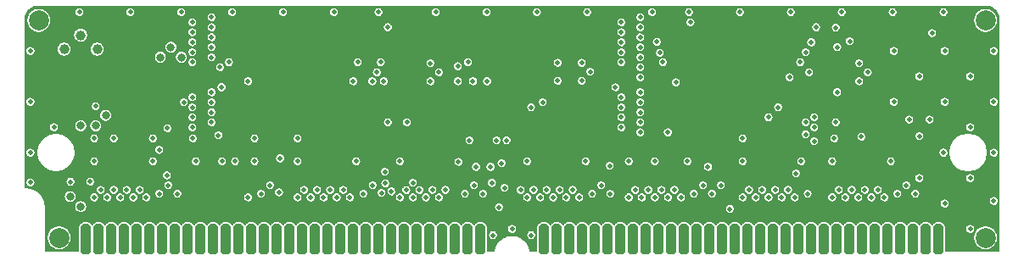
<source format=gbl>
G04 #@! TF.GenerationSoftware,KiCad,Pcbnew,(5.1.5-0-10_14)*
G04 #@! TF.CreationDate,2020-06-23T19:47:48-04:00*
G04 #@! TF.ProjectId,ROMSIMM,524f4d53-494d-44d2-9e6b-696361645f70,rev?*
G04 #@! TF.SameCoordinates,Original*
G04 #@! TF.FileFunction,Copper,L4,Bot*
G04 #@! TF.FilePolarity,Positive*
%FSLAX46Y46*%
G04 Gerber Fmt 4.6, Leading zero omitted, Abs format (unit mm)*
G04 Created by KiCad (PCBNEW (5.1.5-0-10_14)) date 2020-06-23 19:47:48*
%MOMM*%
%LPD*%
G04 APERTURE LIST*
%ADD10C,0.100000*%
%ADD11C,2.000000*%
%ADD12C,0.500000*%
%ADD13C,0.800000*%
%ADD14C,0.508000*%
%ADD15C,1.000000*%
%ADD16C,0.154000*%
G04 APERTURE END LIST*
G04 #@! TA.AperFunction,ComponentPad*
D10*
G36*
X163339970Y-124589006D02*
G01*
X163380407Y-124595004D01*
X163420061Y-124604937D01*
X163458551Y-124618709D01*
X163495505Y-124636187D01*
X163530568Y-124657203D01*
X163563403Y-124681555D01*
X163593692Y-124709008D01*
X163621145Y-124739297D01*
X163645497Y-124772132D01*
X163666513Y-124807195D01*
X163683991Y-124844149D01*
X163697763Y-124882639D01*
X163707696Y-124922293D01*
X163713694Y-124962730D01*
X163715700Y-125003560D01*
X163715700Y-127218440D01*
X163713694Y-127259270D01*
X163707696Y-127299707D01*
X163697763Y-127339361D01*
X163683991Y-127377851D01*
X163666513Y-127414805D01*
X163645497Y-127449868D01*
X163621145Y-127482703D01*
X163593692Y-127512992D01*
X163563403Y-127540445D01*
X163530568Y-127564797D01*
X163495505Y-127585813D01*
X163458551Y-127603291D01*
X163420061Y-127617063D01*
X163380407Y-127626996D01*
X163339970Y-127632994D01*
X163299140Y-127635000D01*
X163090860Y-127635000D01*
X163050030Y-127632994D01*
X163009593Y-127626996D01*
X162969939Y-127617063D01*
X162931449Y-127603291D01*
X162894495Y-127585813D01*
X162859432Y-127564797D01*
X162826597Y-127540445D01*
X162796308Y-127512992D01*
X162768855Y-127482703D01*
X162744503Y-127449868D01*
X162723487Y-127414805D01*
X162706009Y-127377851D01*
X162692237Y-127339361D01*
X162682304Y-127299707D01*
X162676306Y-127259270D01*
X162674300Y-127218440D01*
X162674300Y-125003560D01*
X162676306Y-124962730D01*
X162682304Y-124922293D01*
X162692237Y-124882639D01*
X162706009Y-124844149D01*
X162723487Y-124807195D01*
X162744503Y-124772132D01*
X162768855Y-124739297D01*
X162796308Y-124709008D01*
X162826597Y-124681555D01*
X162859432Y-124657203D01*
X162894495Y-124636187D01*
X162931449Y-124618709D01*
X162969939Y-124604937D01*
X163009593Y-124595004D01*
X163050030Y-124589006D01*
X163090860Y-124587000D01*
X163299140Y-124587000D01*
X163339970Y-124589006D01*
G37*
G04 #@! TD.AperFunction*
G04 #@! TA.AperFunction,ComponentPad*
G36*
X162069970Y-124589006D02*
G01*
X162110407Y-124595004D01*
X162150061Y-124604937D01*
X162188551Y-124618709D01*
X162225505Y-124636187D01*
X162260568Y-124657203D01*
X162293403Y-124681555D01*
X162323692Y-124709008D01*
X162351145Y-124739297D01*
X162375497Y-124772132D01*
X162396513Y-124807195D01*
X162413991Y-124844149D01*
X162427763Y-124882639D01*
X162437696Y-124922293D01*
X162443694Y-124962730D01*
X162445700Y-125003560D01*
X162445700Y-127218440D01*
X162443694Y-127259270D01*
X162437696Y-127299707D01*
X162427763Y-127339361D01*
X162413991Y-127377851D01*
X162396513Y-127414805D01*
X162375497Y-127449868D01*
X162351145Y-127482703D01*
X162323692Y-127512992D01*
X162293403Y-127540445D01*
X162260568Y-127564797D01*
X162225505Y-127585813D01*
X162188551Y-127603291D01*
X162150061Y-127617063D01*
X162110407Y-127626996D01*
X162069970Y-127632994D01*
X162029140Y-127635000D01*
X161820860Y-127635000D01*
X161780030Y-127632994D01*
X161739593Y-127626996D01*
X161699939Y-127617063D01*
X161661449Y-127603291D01*
X161624495Y-127585813D01*
X161589432Y-127564797D01*
X161556597Y-127540445D01*
X161526308Y-127512992D01*
X161498855Y-127482703D01*
X161474503Y-127449868D01*
X161453487Y-127414805D01*
X161436009Y-127377851D01*
X161422237Y-127339361D01*
X161412304Y-127299707D01*
X161406306Y-127259270D01*
X161404300Y-127218440D01*
X161404300Y-125003560D01*
X161406306Y-124962730D01*
X161412304Y-124922293D01*
X161422237Y-124882639D01*
X161436009Y-124844149D01*
X161453487Y-124807195D01*
X161474503Y-124772132D01*
X161498855Y-124739297D01*
X161526308Y-124709008D01*
X161556597Y-124681555D01*
X161589432Y-124657203D01*
X161624495Y-124636187D01*
X161661449Y-124618709D01*
X161699939Y-124604937D01*
X161739593Y-124595004D01*
X161780030Y-124589006D01*
X161820860Y-124587000D01*
X162029140Y-124587000D01*
X162069970Y-124589006D01*
G37*
G04 #@! TD.AperFunction*
G04 #@! TA.AperFunction,ComponentPad*
G36*
X160799970Y-124589006D02*
G01*
X160840407Y-124595004D01*
X160880061Y-124604937D01*
X160918551Y-124618709D01*
X160955505Y-124636187D01*
X160990568Y-124657203D01*
X161023403Y-124681555D01*
X161053692Y-124709008D01*
X161081145Y-124739297D01*
X161105497Y-124772132D01*
X161126513Y-124807195D01*
X161143991Y-124844149D01*
X161157763Y-124882639D01*
X161167696Y-124922293D01*
X161173694Y-124962730D01*
X161175700Y-125003560D01*
X161175700Y-127218440D01*
X161173694Y-127259270D01*
X161167696Y-127299707D01*
X161157763Y-127339361D01*
X161143991Y-127377851D01*
X161126513Y-127414805D01*
X161105497Y-127449868D01*
X161081145Y-127482703D01*
X161053692Y-127512992D01*
X161023403Y-127540445D01*
X160990568Y-127564797D01*
X160955505Y-127585813D01*
X160918551Y-127603291D01*
X160880061Y-127617063D01*
X160840407Y-127626996D01*
X160799970Y-127632994D01*
X160759140Y-127635000D01*
X160550860Y-127635000D01*
X160510030Y-127632994D01*
X160469593Y-127626996D01*
X160429939Y-127617063D01*
X160391449Y-127603291D01*
X160354495Y-127585813D01*
X160319432Y-127564797D01*
X160286597Y-127540445D01*
X160256308Y-127512992D01*
X160228855Y-127482703D01*
X160204503Y-127449868D01*
X160183487Y-127414805D01*
X160166009Y-127377851D01*
X160152237Y-127339361D01*
X160142304Y-127299707D01*
X160136306Y-127259270D01*
X160134300Y-127218440D01*
X160134300Y-125003560D01*
X160136306Y-124962730D01*
X160142304Y-124922293D01*
X160152237Y-124882639D01*
X160166009Y-124844149D01*
X160183487Y-124807195D01*
X160204503Y-124772132D01*
X160228855Y-124739297D01*
X160256308Y-124709008D01*
X160286597Y-124681555D01*
X160319432Y-124657203D01*
X160354495Y-124636187D01*
X160391449Y-124618709D01*
X160429939Y-124604937D01*
X160469593Y-124595004D01*
X160510030Y-124589006D01*
X160550860Y-124587000D01*
X160759140Y-124587000D01*
X160799970Y-124589006D01*
G37*
G04 #@! TD.AperFunction*
G04 #@! TA.AperFunction,ComponentPad*
G36*
X159529970Y-124589006D02*
G01*
X159570407Y-124595004D01*
X159610061Y-124604937D01*
X159648551Y-124618709D01*
X159685505Y-124636187D01*
X159720568Y-124657203D01*
X159753403Y-124681555D01*
X159783692Y-124709008D01*
X159811145Y-124739297D01*
X159835497Y-124772132D01*
X159856513Y-124807195D01*
X159873991Y-124844149D01*
X159887763Y-124882639D01*
X159897696Y-124922293D01*
X159903694Y-124962730D01*
X159905700Y-125003560D01*
X159905700Y-127218440D01*
X159903694Y-127259270D01*
X159897696Y-127299707D01*
X159887763Y-127339361D01*
X159873991Y-127377851D01*
X159856513Y-127414805D01*
X159835497Y-127449868D01*
X159811145Y-127482703D01*
X159783692Y-127512992D01*
X159753403Y-127540445D01*
X159720568Y-127564797D01*
X159685505Y-127585813D01*
X159648551Y-127603291D01*
X159610061Y-127617063D01*
X159570407Y-127626996D01*
X159529970Y-127632994D01*
X159489140Y-127635000D01*
X159280860Y-127635000D01*
X159240030Y-127632994D01*
X159199593Y-127626996D01*
X159159939Y-127617063D01*
X159121449Y-127603291D01*
X159084495Y-127585813D01*
X159049432Y-127564797D01*
X159016597Y-127540445D01*
X158986308Y-127512992D01*
X158958855Y-127482703D01*
X158934503Y-127449868D01*
X158913487Y-127414805D01*
X158896009Y-127377851D01*
X158882237Y-127339361D01*
X158872304Y-127299707D01*
X158866306Y-127259270D01*
X158864300Y-127218440D01*
X158864300Y-125003560D01*
X158866306Y-124962730D01*
X158872304Y-124922293D01*
X158882237Y-124882639D01*
X158896009Y-124844149D01*
X158913487Y-124807195D01*
X158934503Y-124772132D01*
X158958855Y-124739297D01*
X158986308Y-124709008D01*
X159016597Y-124681555D01*
X159049432Y-124657203D01*
X159084495Y-124636187D01*
X159121449Y-124618709D01*
X159159939Y-124604937D01*
X159199593Y-124595004D01*
X159240030Y-124589006D01*
X159280860Y-124587000D01*
X159489140Y-124587000D01*
X159529970Y-124589006D01*
G37*
G04 #@! TD.AperFunction*
G04 #@! TA.AperFunction,ComponentPad*
G36*
X158259970Y-124589006D02*
G01*
X158300407Y-124595004D01*
X158340061Y-124604937D01*
X158378551Y-124618709D01*
X158415505Y-124636187D01*
X158450568Y-124657203D01*
X158483403Y-124681555D01*
X158513692Y-124709008D01*
X158541145Y-124739297D01*
X158565497Y-124772132D01*
X158586513Y-124807195D01*
X158603991Y-124844149D01*
X158617763Y-124882639D01*
X158627696Y-124922293D01*
X158633694Y-124962730D01*
X158635700Y-125003560D01*
X158635700Y-127218440D01*
X158633694Y-127259270D01*
X158627696Y-127299707D01*
X158617763Y-127339361D01*
X158603991Y-127377851D01*
X158586513Y-127414805D01*
X158565497Y-127449868D01*
X158541145Y-127482703D01*
X158513692Y-127512992D01*
X158483403Y-127540445D01*
X158450568Y-127564797D01*
X158415505Y-127585813D01*
X158378551Y-127603291D01*
X158340061Y-127617063D01*
X158300407Y-127626996D01*
X158259970Y-127632994D01*
X158219140Y-127635000D01*
X158010860Y-127635000D01*
X157970030Y-127632994D01*
X157929593Y-127626996D01*
X157889939Y-127617063D01*
X157851449Y-127603291D01*
X157814495Y-127585813D01*
X157779432Y-127564797D01*
X157746597Y-127540445D01*
X157716308Y-127512992D01*
X157688855Y-127482703D01*
X157664503Y-127449868D01*
X157643487Y-127414805D01*
X157626009Y-127377851D01*
X157612237Y-127339361D01*
X157602304Y-127299707D01*
X157596306Y-127259270D01*
X157594300Y-127218440D01*
X157594300Y-125003560D01*
X157596306Y-124962730D01*
X157602304Y-124922293D01*
X157612237Y-124882639D01*
X157626009Y-124844149D01*
X157643487Y-124807195D01*
X157664503Y-124772132D01*
X157688855Y-124739297D01*
X157716308Y-124709008D01*
X157746597Y-124681555D01*
X157779432Y-124657203D01*
X157814495Y-124636187D01*
X157851449Y-124618709D01*
X157889939Y-124604937D01*
X157929593Y-124595004D01*
X157970030Y-124589006D01*
X158010860Y-124587000D01*
X158219140Y-124587000D01*
X158259970Y-124589006D01*
G37*
G04 #@! TD.AperFunction*
G04 #@! TA.AperFunction,ComponentPad*
G36*
X156989970Y-124589006D02*
G01*
X157030407Y-124595004D01*
X157070061Y-124604937D01*
X157108551Y-124618709D01*
X157145505Y-124636187D01*
X157180568Y-124657203D01*
X157213403Y-124681555D01*
X157243692Y-124709008D01*
X157271145Y-124739297D01*
X157295497Y-124772132D01*
X157316513Y-124807195D01*
X157333991Y-124844149D01*
X157347763Y-124882639D01*
X157357696Y-124922293D01*
X157363694Y-124962730D01*
X157365700Y-125003560D01*
X157365700Y-127218440D01*
X157363694Y-127259270D01*
X157357696Y-127299707D01*
X157347763Y-127339361D01*
X157333991Y-127377851D01*
X157316513Y-127414805D01*
X157295497Y-127449868D01*
X157271145Y-127482703D01*
X157243692Y-127512992D01*
X157213403Y-127540445D01*
X157180568Y-127564797D01*
X157145505Y-127585813D01*
X157108551Y-127603291D01*
X157070061Y-127617063D01*
X157030407Y-127626996D01*
X156989970Y-127632994D01*
X156949140Y-127635000D01*
X156740860Y-127635000D01*
X156700030Y-127632994D01*
X156659593Y-127626996D01*
X156619939Y-127617063D01*
X156581449Y-127603291D01*
X156544495Y-127585813D01*
X156509432Y-127564797D01*
X156476597Y-127540445D01*
X156446308Y-127512992D01*
X156418855Y-127482703D01*
X156394503Y-127449868D01*
X156373487Y-127414805D01*
X156356009Y-127377851D01*
X156342237Y-127339361D01*
X156332304Y-127299707D01*
X156326306Y-127259270D01*
X156324300Y-127218440D01*
X156324300Y-125003560D01*
X156326306Y-124962730D01*
X156332304Y-124922293D01*
X156342237Y-124882639D01*
X156356009Y-124844149D01*
X156373487Y-124807195D01*
X156394503Y-124772132D01*
X156418855Y-124739297D01*
X156446308Y-124709008D01*
X156476597Y-124681555D01*
X156509432Y-124657203D01*
X156544495Y-124636187D01*
X156581449Y-124618709D01*
X156619939Y-124604937D01*
X156659593Y-124595004D01*
X156700030Y-124589006D01*
X156740860Y-124587000D01*
X156949140Y-124587000D01*
X156989970Y-124589006D01*
G37*
G04 #@! TD.AperFunction*
G04 #@! TA.AperFunction,ComponentPad*
G36*
X155719970Y-124589006D02*
G01*
X155760407Y-124595004D01*
X155800061Y-124604937D01*
X155838551Y-124618709D01*
X155875505Y-124636187D01*
X155910568Y-124657203D01*
X155943403Y-124681555D01*
X155973692Y-124709008D01*
X156001145Y-124739297D01*
X156025497Y-124772132D01*
X156046513Y-124807195D01*
X156063991Y-124844149D01*
X156077763Y-124882639D01*
X156087696Y-124922293D01*
X156093694Y-124962730D01*
X156095700Y-125003560D01*
X156095700Y-127218440D01*
X156093694Y-127259270D01*
X156087696Y-127299707D01*
X156077763Y-127339361D01*
X156063991Y-127377851D01*
X156046513Y-127414805D01*
X156025497Y-127449868D01*
X156001145Y-127482703D01*
X155973692Y-127512992D01*
X155943403Y-127540445D01*
X155910568Y-127564797D01*
X155875505Y-127585813D01*
X155838551Y-127603291D01*
X155800061Y-127617063D01*
X155760407Y-127626996D01*
X155719970Y-127632994D01*
X155679140Y-127635000D01*
X155470860Y-127635000D01*
X155430030Y-127632994D01*
X155389593Y-127626996D01*
X155349939Y-127617063D01*
X155311449Y-127603291D01*
X155274495Y-127585813D01*
X155239432Y-127564797D01*
X155206597Y-127540445D01*
X155176308Y-127512992D01*
X155148855Y-127482703D01*
X155124503Y-127449868D01*
X155103487Y-127414805D01*
X155086009Y-127377851D01*
X155072237Y-127339361D01*
X155062304Y-127299707D01*
X155056306Y-127259270D01*
X155054300Y-127218440D01*
X155054300Y-125003560D01*
X155056306Y-124962730D01*
X155062304Y-124922293D01*
X155072237Y-124882639D01*
X155086009Y-124844149D01*
X155103487Y-124807195D01*
X155124503Y-124772132D01*
X155148855Y-124739297D01*
X155176308Y-124709008D01*
X155206597Y-124681555D01*
X155239432Y-124657203D01*
X155274495Y-124636187D01*
X155311449Y-124618709D01*
X155349939Y-124604937D01*
X155389593Y-124595004D01*
X155430030Y-124589006D01*
X155470860Y-124587000D01*
X155679140Y-124587000D01*
X155719970Y-124589006D01*
G37*
G04 #@! TD.AperFunction*
G04 #@! TA.AperFunction,ComponentPad*
G36*
X154449970Y-124589006D02*
G01*
X154490407Y-124595004D01*
X154530061Y-124604937D01*
X154568551Y-124618709D01*
X154605505Y-124636187D01*
X154640568Y-124657203D01*
X154673403Y-124681555D01*
X154703692Y-124709008D01*
X154731145Y-124739297D01*
X154755497Y-124772132D01*
X154776513Y-124807195D01*
X154793991Y-124844149D01*
X154807763Y-124882639D01*
X154817696Y-124922293D01*
X154823694Y-124962730D01*
X154825700Y-125003560D01*
X154825700Y-127218440D01*
X154823694Y-127259270D01*
X154817696Y-127299707D01*
X154807763Y-127339361D01*
X154793991Y-127377851D01*
X154776513Y-127414805D01*
X154755497Y-127449868D01*
X154731145Y-127482703D01*
X154703692Y-127512992D01*
X154673403Y-127540445D01*
X154640568Y-127564797D01*
X154605505Y-127585813D01*
X154568551Y-127603291D01*
X154530061Y-127617063D01*
X154490407Y-127626996D01*
X154449970Y-127632994D01*
X154409140Y-127635000D01*
X154200860Y-127635000D01*
X154160030Y-127632994D01*
X154119593Y-127626996D01*
X154079939Y-127617063D01*
X154041449Y-127603291D01*
X154004495Y-127585813D01*
X153969432Y-127564797D01*
X153936597Y-127540445D01*
X153906308Y-127512992D01*
X153878855Y-127482703D01*
X153854503Y-127449868D01*
X153833487Y-127414805D01*
X153816009Y-127377851D01*
X153802237Y-127339361D01*
X153792304Y-127299707D01*
X153786306Y-127259270D01*
X153784300Y-127218440D01*
X153784300Y-125003560D01*
X153786306Y-124962730D01*
X153792304Y-124922293D01*
X153802237Y-124882639D01*
X153816009Y-124844149D01*
X153833487Y-124807195D01*
X153854503Y-124772132D01*
X153878855Y-124739297D01*
X153906308Y-124709008D01*
X153936597Y-124681555D01*
X153969432Y-124657203D01*
X154004495Y-124636187D01*
X154041449Y-124618709D01*
X154079939Y-124604937D01*
X154119593Y-124595004D01*
X154160030Y-124589006D01*
X154200860Y-124587000D01*
X154409140Y-124587000D01*
X154449970Y-124589006D01*
G37*
G04 #@! TD.AperFunction*
G04 #@! TA.AperFunction,ComponentPad*
G36*
X153179970Y-124589006D02*
G01*
X153220407Y-124595004D01*
X153260061Y-124604937D01*
X153298551Y-124618709D01*
X153335505Y-124636187D01*
X153370568Y-124657203D01*
X153403403Y-124681555D01*
X153433692Y-124709008D01*
X153461145Y-124739297D01*
X153485497Y-124772132D01*
X153506513Y-124807195D01*
X153523991Y-124844149D01*
X153537763Y-124882639D01*
X153547696Y-124922293D01*
X153553694Y-124962730D01*
X153555700Y-125003560D01*
X153555700Y-127218440D01*
X153553694Y-127259270D01*
X153547696Y-127299707D01*
X153537763Y-127339361D01*
X153523991Y-127377851D01*
X153506513Y-127414805D01*
X153485497Y-127449868D01*
X153461145Y-127482703D01*
X153433692Y-127512992D01*
X153403403Y-127540445D01*
X153370568Y-127564797D01*
X153335505Y-127585813D01*
X153298551Y-127603291D01*
X153260061Y-127617063D01*
X153220407Y-127626996D01*
X153179970Y-127632994D01*
X153139140Y-127635000D01*
X152930860Y-127635000D01*
X152890030Y-127632994D01*
X152849593Y-127626996D01*
X152809939Y-127617063D01*
X152771449Y-127603291D01*
X152734495Y-127585813D01*
X152699432Y-127564797D01*
X152666597Y-127540445D01*
X152636308Y-127512992D01*
X152608855Y-127482703D01*
X152584503Y-127449868D01*
X152563487Y-127414805D01*
X152546009Y-127377851D01*
X152532237Y-127339361D01*
X152522304Y-127299707D01*
X152516306Y-127259270D01*
X152514300Y-127218440D01*
X152514300Y-125003560D01*
X152516306Y-124962730D01*
X152522304Y-124922293D01*
X152532237Y-124882639D01*
X152546009Y-124844149D01*
X152563487Y-124807195D01*
X152584503Y-124772132D01*
X152608855Y-124739297D01*
X152636308Y-124709008D01*
X152666597Y-124681555D01*
X152699432Y-124657203D01*
X152734495Y-124636187D01*
X152771449Y-124618709D01*
X152809939Y-124604937D01*
X152849593Y-124595004D01*
X152890030Y-124589006D01*
X152930860Y-124587000D01*
X153139140Y-124587000D01*
X153179970Y-124589006D01*
G37*
G04 #@! TD.AperFunction*
G04 #@! TA.AperFunction,ComponentPad*
G36*
X151909970Y-124589006D02*
G01*
X151950407Y-124595004D01*
X151990061Y-124604937D01*
X152028551Y-124618709D01*
X152065505Y-124636187D01*
X152100568Y-124657203D01*
X152133403Y-124681555D01*
X152163692Y-124709008D01*
X152191145Y-124739297D01*
X152215497Y-124772132D01*
X152236513Y-124807195D01*
X152253991Y-124844149D01*
X152267763Y-124882639D01*
X152277696Y-124922293D01*
X152283694Y-124962730D01*
X152285700Y-125003560D01*
X152285700Y-127218440D01*
X152283694Y-127259270D01*
X152277696Y-127299707D01*
X152267763Y-127339361D01*
X152253991Y-127377851D01*
X152236513Y-127414805D01*
X152215497Y-127449868D01*
X152191145Y-127482703D01*
X152163692Y-127512992D01*
X152133403Y-127540445D01*
X152100568Y-127564797D01*
X152065505Y-127585813D01*
X152028551Y-127603291D01*
X151990061Y-127617063D01*
X151950407Y-127626996D01*
X151909970Y-127632994D01*
X151869140Y-127635000D01*
X151660860Y-127635000D01*
X151620030Y-127632994D01*
X151579593Y-127626996D01*
X151539939Y-127617063D01*
X151501449Y-127603291D01*
X151464495Y-127585813D01*
X151429432Y-127564797D01*
X151396597Y-127540445D01*
X151366308Y-127512992D01*
X151338855Y-127482703D01*
X151314503Y-127449868D01*
X151293487Y-127414805D01*
X151276009Y-127377851D01*
X151262237Y-127339361D01*
X151252304Y-127299707D01*
X151246306Y-127259270D01*
X151244300Y-127218440D01*
X151244300Y-125003560D01*
X151246306Y-124962730D01*
X151252304Y-124922293D01*
X151262237Y-124882639D01*
X151276009Y-124844149D01*
X151293487Y-124807195D01*
X151314503Y-124772132D01*
X151338855Y-124739297D01*
X151366308Y-124709008D01*
X151396597Y-124681555D01*
X151429432Y-124657203D01*
X151464495Y-124636187D01*
X151501449Y-124618709D01*
X151539939Y-124604937D01*
X151579593Y-124595004D01*
X151620030Y-124589006D01*
X151660860Y-124587000D01*
X151869140Y-124587000D01*
X151909970Y-124589006D01*
G37*
G04 #@! TD.AperFunction*
G04 #@! TA.AperFunction,ComponentPad*
G36*
X150639970Y-124589006D02*
G01*
X150680407Y-124595004D01*
X150720061Y-124604937D01*
X150758551Y-124618709D01*
X150795505Y-124636187D01*
X150830568Y-124657203D01*
X150863403Y-124681555D01*
X150893692Y-124709008D01*
X150921145Y-124739297D01*
X150945497Y-124772132D01*
X150966513Y-124807195D01*
X150983991Y-124844149D01*
X150997763Y-124882639D01*
X151007696Y-124922293D01*
X151013694Y-124962730D01*
X151015700Y-125003560D01*
X151015700Y-127218440D01*
X151013694Y-127259270D01*
X151007696Y-127299707D01*
X150997763Y-127339361D01*
X150983991Y-127377851D01*
X150966513Y-127414805D01*
X150945497Y-127449868D01*
X150921145Y-127482703D01*
X150893692Y-127512992D01*
X150863403Y-127540445D01*
X150830568Y-127564797D01*
X150795505Y-127585813D01*
X150758551Y-127603291D01*
X150720061Y-127617063D01*
X150680407Y-127626996D01*
X150639970Y-127632994D01*
X150599140Y-127635000D01*
X150390860Y-127635000D01*
X150350030Y-127632994D01*
X150309593Y-127626996D01*
X150269939Y-127617063D01*
X150231449Y-127603291D01*
X150194495Y-127585813D01*
X150159432Y-127564797D01*
X150126597Y-127540445D01*
X150096308Y-127512992D01*
X150068855Y-127482703D01*
X150044503Y-127449868D01*
X150023487Y-127414805D01*
X150006009Y-127377851D01*
X149992237Y-127339361D01*
X149982304Y-127299707D01*
X149976306Y-127259270D01*
X149974300Y-127218440D01*
X149974300Y-125003560D01*
X149976306Y-124962730D01*
X149982304Y-124922293D01*
X149992237Y-124882639D01*
X150006009Y-124844149D01*
X150023487Y-124807195D01*
X150044503Y-124772132D01*
X150068855Y-124739297D01*
X150096308Y-124709008D01*
X150126597Y-124681555D01*
X150159432Y-124657203D01*
X150194495Y-124636187D01*
X150231449Y-124618709D01*
X150269939Y-124604937D01*
X150309593Y-124595004D01*
X150350030Y-124589006D01*
X150390860Y-124587000D01*
X150599140Y-124587000D01*
X150639970Y-124589006D01*
G37*
G04 #@! TD.AperFunction*
G04 #@! TA.AperFunction,ComponentPad*
G36*
X149369970Y-124589006D02*
G01*
X149410407Y-124595004D01*
X149450061Y-124604937D01*
X149488551Y-124618709D01*
X149525505Y-124636187D01*
X149560568Y-124657203D01*
X149593403Y-124681555D01*
X149623692Y-124709008D01*
X149651145Y-124739297D01*
X149675497Y-124772132D01*
X149696513Y-124807195D01*
X149713991Y-124844149D01*
X149727763Y-124882639D01*
X149737696Y-124922293D01*
X149743694Y-124962730D01*
X149745700Y-125003560D01*
X149745700Y-127218440D01*
X149743694Y-127259270D01*
X149737696Y-127299707D01*
X149727763Y-127339361D01*
X149713991Y-127377851D01*
X149696513Y-127414805D01*
X149675497Y-127449868D01*
X149651145Y-127482703D01*
X149623692Y-127512992D01*
X149593403Y-127540445D01*
X149560568Y-127564797D01*
X149525505Y-127585813D01*
X149488551Y-127603291D01*
X149450061Y-127617063D01*
X149410407Y-127626996D01*
X149369970Y-127632994D01*
X149329140Y-127635000D01*
X149120860Y-127635000D01*
X149080030Y-127632994D01*
X149039593Y-127626996D01*
X148999939Y-127617063D01*
X148961449Y-127603291D01*
X148924495Y-127585813D01*
X148889432Y-127564797D01*
X148856597Y-127540445D01*
X148826308Y-127512992D01*
X148798855Y-127482703D01*
X148774503Y-127449868D01*
X148753487Y-127414805D01*
X148736009Y-127377851D01*
X148722237Y-127339361D01*
X148712304Y-127299707D01*
X148706306Y-127259270D01*
X148704300Y-127218440D01*
X148704300Y-125003560D01*
X148706306Y-124962730D01*
X148712304Y-124922293D01*
X148722237Y-124882639D01*
X148736009Y-124844149D01*
X148753487Y-124807195D01*
X148774503Y-124772132D01*
X148798855Y-124739297D01*
X148826308Y-124709008D01*
X148856597Y-124681555D01*
X148889432Y-124657203D01*
X148924495Y-124636187D01*
X148961449Y-124618709D01*
X148999939Y-124604937D01*
X149039593Y-124595004D01*
X149080030Y-124589006D01*
X149120860Y-124587000D01*
X149329140Y-124587000D01*
X149369970Y-124589006D01*
G37*
G04 #@! TD.AperFunction*
G04 #@! TA.AperFunction,ComponentPad*
G36*
X148099970Y-124589006D02*
G01*
X148140407Y-124595004D01*
X148180061Y-124604937D01*
X148218551Y-124618709D01*
X148255505Y-124636187D01*
X148290568Y-124657203D01*
X148323403Y-124681555D01*
X148353692Y-124709008D01*
X148381145Y-124739297D01*
X148405497Y-124772132D01*
X148426513Y-124807195D01*
X148443991Y-124844149D01*
X148457763Y-124882639D01*
X148467696Y-124922293D01*
X148473694Y-124962730D01*
X148475700Y-125003560D01*
X148475700Y-127218440D01*
X148473694Y-127259270D01*
X148467696Y-127299707D01*
X148457763Y-127339361D01*
X148443991Y-127377851D01*
X148426513Y-127414805D01*
X148405497Y-127449868D01*
X148381145Y-127482703D01*
X148353692Y-127512992D01*
X148323403Y-127540445D01*
X148290568Y-127564797D01*
X148255505Y-127585813D01*
X148218551Y-127603291D01*
X148180061Y-127617063D01*
X148140407Y-127626996D01*
X148099970Y-127632994D01*
X148059140Y-127635000D01*
X147850860Y-127635000D01*
X147810030Y-127632994D01*
X147769593Y-127626996D01*
X147729939Y-127617063D01*
X147691449Y-127603291D01*
X147654495Y-127585813D01*
X147619432Y-127564797D01*
X147586597Y-127540445D01*
X147556308Y-127512992D01*
X147528855Y-127482703D01*
X147504503Y-127449868D01*
X147483487Y-127414805D01*
X147466009Y-127377851D01*
X147452237Y-127339361D01*
X147442304Y-127299707D01*
X147436306Y-127259270D01*
X147434300Y-127218440D01*
X147434300Y-125003560D01*
X147436306Y-124962730D01*
X147442304Y-124922293D01*
X147452237Y-124882639D01*
X147466009Y-124844149D01*
X147483487Y-124807195D01*
X147504503Y-124772132D01*
X147528855Y-124739297D01*
X147556308Y-124709008D01*
X147586597Y-124681555D01*
X147619432Y-124657203D01*
X147654495Y-124636187D01*
X147691449Y-124618709D01*
X147729939Y-124604937D01*
X147769593Y-124595004D01*
X147810030Y-124589006D01*
X147850860Y-124587000D01*
X148059140Y-124587000D01*
X148099970Y-124589006D01*
G37*
G04 #@! TD.AperFunction*
G04 #@! TA.AperFunction,ComponentPad*
G36*
X146829970Y-124589006D02*
G01*
X146870407Y-124595004D01*
X146910061Y-124604937D01*
X146948551Y-124618709D01*
X146985505Y-124636187D01*
X147020568Y-124657203D01*
X147053403Y-124681555D01*
X147083692Y-124709008D01*
X147111145Y-124739297D01*
X147135497Y-124772132D01*
X147156513Y-124807195D01*
X147173991Y-124844149D01*
X147187763Y-124882639D01*
X147197696Y-124922293D01*
X147203694Y-124962730D01*
X147205700Y-125003560D01*
X147205700Y-127218440D01*
X147203694Y-127259270D01*
X147197696Y-127299707D01*
X147187763Y-127339361D01*
X147173991Y-127377851D01*
X147156513Y-127414805D01*
X147135497Y-127449868D01*
X147111145Y-127482703D01*
X147083692Y-127512992D01*
X147053403Y-127540445D01*
X147020568Y-127564797D01*
X146985505Y-127585813D01*
X146948551Y-127603291D01*
X146910061Y-127617063D01*
X146870407Y-127626996D01*
X146829970Y-127632994D01*
X146789140Y-127635000D01*
X146580860Y-127635000D01*
X146540030Y-127632994D01*
X146499593Y-127626996D01*
X146459939Y-127617063D01*
X146421449Y-127603291D01*
X146384495Y-127585813D01*
X146349432Y-127564797D01*
X146316597Y-127540445D01*
X146286308Y-127512992D01*
X146258855Y-127482703D01*
X146234503Y-127449868D01*
X146213487Y-127414805D01*
X146196009Y-127377851D01*
X146182237Y-127339361D01*
X146172304Y-127299707D01*
X146166306Y-127259270D01*
X146164300Y-127218440D01*
X146164300Y-125003560D01*
X146166306Y-124962730D01*
X146172304Y-124922293D01*
X146182237Y-124882639D01*
X146196009Y-124844149D01*
X146213487Y-124807195D01*
X146234503Y-124772132D01*
X146258855Y-124739297D01*
X146286308Y-124709008D01*
X146316597Y-124681555D01*
X146349432Y-124657203D01*
X146384495Y-124636187D01*
X146421449Y-124618709D01*
X146459939Y-124604937D01*
X146499593Y-124595004D01*
X146540030Y-124589006D01*
X146580860Y-124587000D01*
X146789140Y-124587000D01*
X146829970Y-124589006D01*
G37*
G04 #@! TD.AperFunction*
G04 #@! TA.AperFunction,ComponentPad*
G36*
X145559970Y-124589006D02*
G01*
X145600407Y-124595004D01*
X145640061Y-124604937D01*
X145678551Y-124618709D01*
X145715505Y-124636187D01*
X145750568Y-124657203D01*
X145783403Y-124681555D01*
X145813692Y-124709008D01*
X145841145Y-124739297D01*
X145865497Y-124772132D01*
X145886513Y-124807195D01*
X145903991Y-124844149D01*
X145917763Y-124882639D01*
X145927696Y-124922293D01*
X145933694Y-124962730D01*
X145935700Y-125003560D01*
X145935700Y-127218440D01*
X145933694Y-127259270D01*
X145927696Y-127299707D01*
X145917763Y-127339361D01*
X145903991Y-127377851D01*
X145886513Y-127414805D01*
X145865497Y-127449868D01*
X145841145Y-127482703D01*
X145813692Y-127512992D01*
X145783403Y-127540445D01*
X145750568Y-127564797D01*
X145715505Y-127585813D01*
X145678551Y-127603291D01*
X145640061Y-127617063D01*
X145600407Y-127626996D01*
X145559970Y-127632994D01*
X145519140Y-127635000D01*
X145310860Y-127635000D01*
X145270030Y-127632994D01*
X145229593Y-127626996D01*
X145189939Y-127617063D01*
X145151449Y-127603291D01*
X145114495Y-127585813D01*
X145079432Y-127564797D01*
X145046597Y-127540445D01*
X145016308Y-127512992D01*
X144988855Y-127482703D01*
X144964503Y-127449868D01*
X144943487Y-127414805D01*
X144926009Y-127377851D01*
X144912237Y-127339361D01*
X144902304Y-127299707D01*
X144896306Y-127259270D01*
X144894300Y-127218440D01*
X144894300Y-125003560D01*
X144896306Y-124962730D01*
X144902304Y-124922293D01*
X144912237Y-124882639D01*
X144926009Y-124844149D01*
X144943487Y-124807195D01*
X144964503Y-124772132D01*
X144988855Y-124739297D01*
X145016308Y-124709008D01*
X145046597Y-124681555D01*
X145079432Y-124657203D01*
X145114495Y-124636187D01*
X145151449Y-124618709D01*
X145189939Y-124604937D01*
X145229593Y-124595004D01*
X145270030Y-124589006D01*
X145310860Y-124587000D01*
X145519140Y-124587000D01*
X145559970Y-124589006D01*
G37*
G04 #@! TD.AperFunction*
G04 #@! TA.AperFunction,ComponentPad*
G36*
X144289970Y-124589006D02*
G01*
X144330407Y-124595004D01*
X144370061Y-124604937D01*
X144408551Y-124618709D01*
X144445505Y-124636187D01*
X144480568Y-124657203D01*
X144513403Y-124681555D01*
X144543692Y-124709008D01*
X144571145Y-124739297D01*
X144595497Y-124772132D01*
X144616513Y-124807195D01*
X144633991Y-124844149D01*
X144647763Y-124882639D01*
X144657696Y-124922293D01*
X144663694Y-124962730D01*
X144665700Y-125003560D01*
X144665700Y-127218440D01*
X144663694Y-127259270D01*
X144657696Y-127299707D01*
X144647763Y-127339361D01*
X144633991Y-127377851D01*
X144616513Y-127414805D01*
X144595497Y-127449868D01*
X144571145Y-127482703D01*
X144543692Y-127512992D01*
X144513403Y-127540445D01*
X144480568Y-127564797D01*
X144445505Y-127585813D01*
X144408551Y-127603291D01*
X144370061Y-127617063D01*
X144330407Y-127626996D01*
X144289970Y-127632994D01*
X144249140Y-127635000D01*
X144040860Y-127635000D01*
X144000030Y-127632994D01*
X143959593Y-127626996D01*
X143919939Y-127617063D01*
X143881449Y-127603291D01*
X143844495Y-127585813D01*
X143809432Y-127564797D01*
X143776597Y-127540445D01*
X143746308Y-127512992D01*
X143718855Y-127482703D01*
X143694503Y-127449868D01*
X143673487Y-127414805D01*
X143656009Y-127377851D01*
X143642237Y-127339361D01*
X143632304Y-127299707D01*
X143626306Y-127259270D01*
X143624300Y-127218440D01*
X143624300Y-125003560D01*
X143626306Y-124962730D01*
X143632304Y-124922293D01*
X143642237Y-124882639D01*
X143656009Y-124844149D01*
X143673487Y-124807195D01*
X143694503Y-124772132D01*
X143718855Y-124739297D01*
X143746308Y-124709008D01*
X143776597Y-124681555D01*
X143809432Y-124657203D01*
X143844495Y-124636187D01*
X143881449Y-124618709D01*
X143919939Y-124604937D01*
X143959593Y-124595004D01*
X144000030Y-124589006D01*
X144040860Y-124587000D01*
X144249140Y-124587000D01*
X144289970Y-124589006D01*
G37*
G04 #@! TD.AperFunction*
G04 #@! TA.AperFunction,ComponentPad*
G36*
X143019970Y-124589006D02*
G01*
X143060407Y-124595004D01*
X143100061Y-124604937D01*
X143138551Y-124618709D01*
X143175505Y-124636187D01*
X143210568Y-124657203D01*
X143243403Y-124681555D01*
X143273692Y-124709008D01*
X143301145Y-124739297D01*
X143325497Y-124772132D01*
X143346513Y-124807195D01*
X143363991Y-124844149D01*
X143377763Y-124882639D01*
X143387696Y-124922293D01*
X143393694Y-124962730D01*
X143395700Y-125003560D01*
X143395700Y-127218440D01*
X143393694Y-127259270D01*
X143387696Y-127299707D01*
X143377763Y-127339361D01*
X143363991Y-127377851D01*
X143346513Y-127414805D01*
X143325497Y-127449868D01*
X143301145Y-127482703D01*
X143273692Y-127512992D01*
X143243403Y-127540445D01*
X143210568Y-127564797D01*
X143175505Y-127585813D01*
X143138551Y-127603291D01*
X143100061Y-127617063D01*
X143060407Y-127626996D01*
X143019970Y-127632994D01*
X142979140Y-127635000D01*
X142770860Y-127635000D01*
X142730030Y-127632994D01*
X142689593Y-127626996D01*
X142649939Y-127617063D01*
X142611449Y-127603291D01*
X142574495Y-127585813D01*
X142539432Y-127564797D01*
X142506597Y-127540445D01*
X142476308Y-127512992D01*
X142448855Y-127482703D01*
X142424503Y-127449868D01*
X142403487Y-127414805D01*
X142386009Y-127377851D01*
X142372237Y-127339361D01*
X142362304Y-127299707D01*
X142356306Y-127259270D01*
X142354300Y-127218440D01*
X142354300Y-125003560D01*
X142356306Y-124962730D01*
X142362304Y-124922293D01*
X142372237Y-124882639D01*
X142386009Y-124844149D01*
X142403487Y-124807195D01*
X142424503Y-124772132D01*
X142448855Y-124739297D01*
X142476308Y-124709008D01*
X142506597Y-124681555D01*
X142539432Y-124657203D01*
X142574495Y-124636187D01*
X142611449Y-124618709D01*
X142649939Y-124604937D01*
X142689593Y-124595004D01*
X142730030Y-124589006D01*
X142770860Y-124587000D01*
X142979140Y-124587000D01*
X143019970Y-124589006D01*
G37*
G04 #@! TD.AperFunction*
G04 #@! TA.AperFunction,ComponentPad*
G36*
X141749970Y-124589006D02*
G01*
X141790407Y-124595004D01*
X141830061Y-124604937D01*
X141868551Y-124618709D01*
X141905505Y-124636187D01*
X141940568Y-124657203D01*
X141973403Y-124681555D01*
X142003692Y-124709008D01*
X142031145Y-124739297D01*
X142055497Y-124772132D01*
X142076513Y-124807195D01*
X142093991Y-124844149D01*
X142107763Y-124882639D01*
X142117696Y-124922293D01*
X142123694Y-124962730D01*
X142125700Y-125003560D01*
X142125700Y-127218440D01*
X142123694Y-127259270D01*
X142117696Y-127299707D01*
X142107763Y-127339361D01*
X142093991Y-127377851D01*
X142076513Y-127414805D01*
X142055497Y-127449868D01*
X142031145Y-127482703D01*
X142003692Y-127512992D01*
X141973403Y-127540445D01*
X141940568Y-127564797D01*
X141905505Y-127585813D01*
X141868551Y-127603291D01*
X141830061Y-127617063D01*
X141790407Y-127626996D01*
X141749970Y-127632994D01*
X141709140Y-127635000D01*
X141500860Y-127635000D01*
X141460030Y-127632994D01*
X141419593Y-127626996D01*
X141379939Y-127617063D01*
X141341449Y-127603291D01*
X141304495Y-127585813D01*
X141269432Y-127564797D01*
X141236597Y-127540445D01*
X141206308Y-127512992D01*
X141178855Y-127482703D01*
X141154503Y-127449868D01*
X141133487Y-127414805D01*
X141116009Y-127377851D01*
X141102237Y-127339361D01*
X141092304Y-127299707D01*
X141086306Y-127259270D01*
X141084300Y-127218440D01*
X141084300Y-125003560D01*
X141086306Y-124962730D01*
X141092304Y-124922293D01*
X141102237Y-124882639D01*
X141116009Y-124844149D01*
X141133487Y-124807195D01*
X141154503Y-124772132D01*
X141178855Y-124739297D01*
X141206308Y-124709008D01*
X141236597Y-124681555D01*
X141269432Y-124657203D01*
X141304495Y-124636187D01*
X141341449Y-124618709D01*
X141379939Y-124604937D01*
X141419593Y-124595004D01*
X141460030Y-124589006D01*
X141500860Y-124587000D01*
X141709140Y-124587000D01*
X141749970Y-124589006D01*
G37*
G04 #@! TD.AperFunction*
G04 #@! TA.AperFunction,ComponentPad*
G36*
X140479970Y-124589006D02*
G01*
X140520407Y-124595004D01*
X140560061Y-124604937D01*
X140598551Y-124618709D01*
X140635505Y-124636187D01*
X140670568Y-124657203D01*
X140703403Y-124681555D01*
X140733692Y-124709008D01*
X140761145Y-124739297D01*
X140785497Y-124772132D01*
X140806513Y-124807195D01*
X140823991Y-124844149D01*
X140837763Y-124882639D01*
X140847696Y-124922293D01*
X140853694Y-124962730D01*
X140855700Y-125003560D01*
X140855700Y-127218440D01*
X140853694Y-127259270D01*
X140847696Y-127299707D01*
X140837763Y-127339361D01*
X140823991Y-127377851D01*
X140806513Y-127414805D01*
X140785497Y-127449868D01*
X140761145Y-127482703D01*
X140733692Y-127512992D01*
X140703403Y-127540445D01*
X140670568Y-127564797D01*
X140635505Y-127585813D01*
X140598551Y-127603291D01*
X140560061Y-127617063D01*
X140520407Y-127626996D01*
X140479970Y-127632994D01*
X140439140Y-127635000D01*
X140230860Y-127635000D01*
X140190030Y-127632994D01*
X140149593Y-127626996D01*
X140109939Y-127617063D01*
X140071449Y-127603291D01*
X140034495Y-127585813D01*
X139999432Y-127564797D01*
X139966597Y-127540445D01*
X139936308Y-127512992D01*
X139908855Y-127482703D01*
X139884503Y-127449868D01*
X139863487Y-127414805D01*
X139846009Y-127377851D01*
X139832237Y-127339361D01*
X139822304Y-127299707D01*
X139816306Y-127259270D01*
X139814300Y-127218440D01*
X139814300Y-125003560D01*
X139816306Y-124962730D01*
X139822304Y-124922293D01*
X139832237Y-124882639D01*
X139846009Y-124844149D01*
X139863487Y-124807195D01*
X139884503Y-124772132D01*
X139908855Y-124739297D01*
X139936308Y-124709008D01*
X139966597Y-124681555D01*
X139999432Y-124657203D01*
X140034495Y-124636187D01*
X140071449Y-124618709D01*
X140109939Y-124604937D01*
X140149593Y-124595004D01*
X140190030Y-124589006D01*
X140230860Y-124587000D01*
X140439140Y-124587000D01*
X140479970Y-124589006D01*
G37*
G04 #@! TD.AperFunction*
G04 #@! TA.AperFunction,ComponentPad*
G36*
X139209970Y-124589006D02*
G01*
X139250407Y-124595004D01*
X139290061Y-124604937D01*
X139328551Y-124618709D01*
X139365505Y-124636187D01*
X139400568Y-124657203D01*
X139433403Y-124681555D01*
X139463692Y-124709008D01*
X139491145Y-124739297D01*
X139515497Y-124772132D01*
X139536513Y-124807195D01*
X139553991Y-124844149D01*
X139567763Y-124882639D01*
X139577696Y-124922293D01*
X139583694Y-124962730D01*
X139585700Y-125003560D01*
X139585700Y-127218440D01*
X139583694Y-127259270D01*
X139577696Y-127299707D01*
X139567763Y-127339361D01*
X139553991Y-127377851D01*
X139536513Y-127414805D01*
X139515497Y-127449868D01*
X139491145Y-127482703D01*
X139463692Y-127512992D01*
X139433403Y-127540445D01*
X139400568Y-127564797D01*
X139365505Y-127585813D01*
X139328551Y-127603291D01*
X139290061Y-127617063D01*
X139250407Y-127626996D01*
X139209970Y-127632994D01*
X139169140Y-127635000D01*
X138960860Y-127635000D01*
X138920030Y-127632994D01*
X138879593Y-127626996D01*
X138839939Y-127617063D01*
X138801449Y-127603291D01*
X138764495Y-127585813D01*
X138729432Y-127564797D01*
X138696597Y-127540445D01*
X138666308Y-127512992D01*
X138638855Y-127482703D01*
X138614503Y-127449868D01*
X138593487Y-127414805D01*
X138576009Y-127377851D01*
X138562237Y-127339361D01*
X138552304Y-127299707D01*
X138546306Y-127259270D01*
X138544300Y-127218440D01*
X138544300Y-125003560D01*
X138546306Y-124962730D01*
X138552304Y-124922293D01*
X138562237Y-124882639D01*
X138576009Y-124844149D01*
X138593487Y-124807195D01*
X138614503Y-124772132D01*
X138638855Y-124739297D01*
X138666308Y-124709008D01*
X138696597Y-124681555D01*
X138729432Y-124657203D01*
X138764495Y-124636187D01*
X138801449Y-124618709D01*
X138839939Y-124604937D01*
X138879593Y-124595004D01*
X138920030Y-124589006D01*
X138960860Y-124587000D01*
X139169140Y-124587000D01*
X139209970Y-124589006D01*
G37*
G04 #@! TD.AperFunction*
G04 #@! TA.AperFunction,ComponentPad*
G36*
X137939970Y-124589006D02*
G01*
X137980407Y-124595004D01*
X138020061Y-124604937D01*
X138058551Y-124618709D01*
X138095505Y-124636187D01*
X138130568Y-124657203D01*
X138163403Y-124681555D01*
X138193692Y-124709008D01*
X138221145Y-124739297D01*
X138245497Y-124772132D01*
X138266513Y-124807195D01*
X138283991Y-124844149D01*
X138297763Y-124882639D01*
X138307696Y-124922293D01*
X138313694Y-124962730D01*
X138315700Y-125003560D01*
X138315700Y-127218440D01*
X138313694Y-127259270D01*
X138307696Y-127299707D01*
X138297763Y-127339361D01*
X138283991Y-127377851D01*
X138266513Y-127414805D01*
X138245497Y-127449868D01*
X138221145Y-127482703D01*
X138193692Y-127512992D01*
X138163403Y-127540445D01*
X138130568Y-127564797D01*
X138095505Y-127585813D01*
X138058551Y-127603291D01*
X138020061Y-127617063D01*
X137980407Y-127626996D01*
X137939970Y-127632994D01*
X137899140Y-127635000D01*
X137690860Y-127635000D01*
X137650030Y-127632994D01*
X137609593Y-127626996D01*
X137569939Y-127617063D01*
X137531449Y-127603291D01*
X137494495Y-127585813D01*
X137459432Y-127564797D01*
X137426597Y-127540445D01*
X137396308Y-127512992D01*
X137368855Y-127482703D01*
X137344503Y-127449868D01*
X137323487Y-127414805D01*
X137306009Y-127377851D01*
X137292237Y-127339361D01*
X137282304Y-127299707D01*
X137276306Y-127259270D01*
X137274300Y-127218440D01*
X137274300Y-125003560D01*
X137276306Y-124962730D01*
X137282304Y-124922293D01*
X137292237Y-124882639D01*
X137306009Y-124844149D01*
X137323487Y-124807195D01*
X137344503Y-124772132D01*
X137368855Y-124739297D01*
X137396308Y-124709008D01*
X137426597Y-124681555D01*
X137459432Y-124657203D01*
X137494495Y-124636187D01*
X137531449Y-124618709D01*
X137569939Y-124604937D01*
X137609593Y-124595004D01*
X137650030Y-124589006D01*
X137690860Y-124587000D01*
X137899140Y-124587000D01*
X137939970Y-124589006D01*
G37*
G04 #@! TD.AperFunction*
G04 #@! TA.AperFunction,ComponentPad*
G36*
X136669970Y-124589006D02*
G01*
X136710407Y-124595004D01*
X136750061Y-124604937D01*
X136788551Y-124618709D01*
X136825505Y-124636187D01*
X136860568Y-124657203D01*
X136893403Y-124681555D01*
X136923692Y-124709008D01*
X136951145Y-124739297D01*
X136975497Y-124772132D01*
X136996513Y-124807195D01*
X137013991Y-124844149D01*
X137027763Y-124882639D01*
X137037696Y-124922293D01*
X137043694Y-124962730D01*
X137045700Y-125003560D01*
X137045700Y-127218440D01*
X137043694Y-127259270D01*
X137037696Y-127299707D01*
X137027763Y-127339361D01*
X137013991Y-127377851D01*
X136996513Y-127414805D01*
X136975497Y-127449868D01*
X136951145Y-127482703D01*
X136923692Y-127512992D01*
X136893403Y-127540445D01*
X136860568Y-127564797D01*
X136825505Y-127585813D01*
X136788551Y-127603291D01*
X136750061Y-127617063D01*
X136710407Y-127626996D01*
X136669970Y-127632994D01*
X136629140Y-127635000D01*
X136420860Y-127635000D01*
X136380030Y-127632994D01*
X136339593Y-127626996D01*
X136299939Y-127617063D01*
X136261449Y-127603291D01*
X136224495Y-127585813D01*
X136189432Y-127564797D01*
X136156597Y-127540445D01*
X136126308Y-127512992D01*
X136098855Y-127482703D01*
X136074503Y-127449868D01*
X136053487Y-127414805D01*
X136036009Y-127377851D01*
X136022237Y-127339361D01*
X136012304Y-127299707D01*
X136006306Y-127259270D01*
X136004300Y-127218440D01*
X136004300Y-125003560D01*
X136006306Y-124962730D01*
X136012304Y-124922293D01*
X136022237Y-124882639D01*
X136036009Y-124844149D01*
X136053487Y-124807195D01*
X136074503Y-124772132D01*
X136098855Y-124739297D01*
X136126308Y-124709008D01*
X136156597Y-124681555D01*
X136189432Y-124657203D01*
X136224495Y-124636187D01*
X136261449Y-124618709D01*
X136299939Y-124604937D01*
X136339593Y-124595004D01*
X136380030Y-124589006D01*
X136420860Y-124587000D01*
X136629140Y-124587000D01*
X136669970Y-124589006D01*
G37*
G04 #@! TD.AperFunction*
G04 #@! TA.AperFunction,ComponentPad*
G36*
X135399970Y-124589006D02*
G01*
X135440407Y-124595004D01*
X135480061Y-124604937D01*
X135518551Y-124618709D01*
X135555505Y-124636187D01*
X135590568Y-124657203D01*
X135623403Y-124681555D01*
X135653692Y-124709008D01*
X135681145Y-124739297D01*
X135705497Y-124772132D01*
X135726513Y-124807195D01*
X135743991Y-124844149D01*
X135757763Y-124882639D01*
X135767696Y-124922293D01*
X135773694Y-124962730D01*
X135775700Y-125003560D01*
X135775700Y-127218440D01*
X135773694Y-127259270D01*
X135767696Y-127299707D01*
X135757763Y-127339361D01*
X135743991Y-127377851D01*
X135726513Y-127414805D01*
X135705497Y-127449868D01*
X135681145Y-127482703D01*
X135653692Y-127512992D01*
X135623403Y-127540445D01*
X135590568Y-127564797D01*
X135555505Y-127585813D01*
X135518551Y-127603291D01*
X135480061Y-127617063D01*
X135440407Y-127626996D01*
X135399970Y-127632994D01*
X135359140Y-127635000D01*
X135150860Y-127635000D01*
X135110030Y-127632994D01*
X135069593Y-127626996D01*
X135029939Y-127617063D01*
X134991449Y-127603291D01*
X134954495Y-127585813D01*
X134919432Y-127564797D01*
X134886597Y-127540445D01*
X134856308Y-127512992D01*
X134828855Y-127482703D01*
X134804503Y-127449868D01*
X134783487Y-127414805D01*
X134766009Y-127377851D01*
X134752237Y-127339361D01*
X134742304Y-127299707D01*
X134736306Y-127259270D01*
X134734300Y-127218440D01*
X134734300Y-125003560D01*
X134736306Y-124962730D01*
X134742304Y-124922293D01*
X134752237Y-124882639D01*
X134766009Y-124844149D01*
X134783487Y-124807195D01*
X134804503Y-124772132D01*
X134828855Y-124739297D01*
X134856308Y-124709008D01*
X134886597Y-124681555D01*
X134919432Y-124657203D01*
X134954495Y-124636187D01*
X134991449Y-124618709D01*
X135029939Y-124604937D01*
X135069593Y-124595004D01*
X135110030Y-124589006D01*
X135150860Y-124587000D01*
X135359140Y-124587000D01*
X135399970Y-124589006D01*
G37*
G04 #@! TD.AperFunction*
G04 #@! TA.AperFunction,ComponentPad*
G36*
X134129970Y-124589006D02*
G01*
X134170407Y-124595004D01*
X134210061Y-124604937D01*
X134248551Y-124618709D01*
X134285505Y-124636187D01*
X134320568Y-124657203D01*
X134353403Y-124681555D01*
X134383692Y-124709008D01*
X134411145Y-124739297D01*
X134435497Y-124772132D01*
X134456513Y-124807195D01*
X134473991Y-124844149D01*
X134487763Y-124882639D01*
X134497696Y-124922293D01*
X134503694Y-124962730D01*
X134505700Y-125003560D01*
X134505700Y-127218440D01*
X134503694Y-127259270D01*
X134497696Y-127299707D01*
X134487763Y-127339361D01*
X134473991Y-127377851D01*
X134456513Y-127414805D01*
X134435497Y-127449868D01*
X134411145Y-127482703D01*
X134383692Y-127512992D01*
X134353403Y-127540445D01*
X134320568Y-127564797D01*
X134285505Y-127585813D01*
X134248551Y-127603291D01*
X134210061Y-127617063D01*
X134170407Y-127626996D01*
X134129970Y-127632994D01*
X134089140Y-127635000D01*
X133880860Y-127635000D01*
X133840030Y-127632994D01*
X133799593Y-127626996D01*
X133759939Y-127617063D01*
X133721449Y-127603291D01*
X133684495Y-127585813D01*
X133649432Y-127564797D01*
X133616597Y-127540445D01*
X133586308Y-127512992D01*
X133558855Y-127482703D01*
X133534503Y-127449868D01*
X133513487Y-127414805D01*
X133496009Y-127377851D01*
X133482237Y-127339361D01*
X133472304Y-127299707D01*
X133466306Y-127259270D01*
X133464300Y-127218440D01*
X133464300Y-125003560D01*
X133466306Y-124962730D01*
X133472304Y-124922293D01*
X133482237Y-124882639D01*
X133496009Y-124844149D01*
X133513487Y-124807195D01*
X133534503Y-124772132D01*
X133558855Y-124739297D01*
X133586308Y-124709008D01*
X133616597Y-124681555D01*
X133649432Y-124657203D01*
X133684495Y-124636187D01*
X133721449Y-124618709D01*
X133759939Y-124604937D01*
X133799593Y-124595004D01*
X133840030Y-124589006D01*
X133880860Y-124587000D01*
X134089140Y-124587000D01*
X134129970Y-124589006D01*
G37*
G04 #@! TD.AperFunction*
G04 #@! TA.AperFunction,ComponentPad*
G36*
X132859970Y-124589006D02*
G01*
X132900407Y-124595004D01*
X132940061Y-124604937D01*
X132978551Y-124618709D01*
X133015505Y-124636187D01*
X133050568Y-124657203D01*
X133083403Y-124681555D01*
X133113692Y-124709008D01*
X133141145Y-124739297D01*
X133165497Y-124772132D01*
X133186513Y-124807195D01*
X133203991Y-124844149D01*
X133217763Y-124882639D01*
X133227696Y-124922293D01*
X133233694Y-124962730D01*
X133235700Y-125003560D01*
X133235700Y-127218440D01*
X133233694Y-127259270D01*
X133227696Y-127299707D01*
X133217763Y-127339361D01*
X133203991Y-127377851D01*
X133186513Y-127414805D01*
X133165497Y-127449868D01*
X133141145Y-127482703D01*
X133113692Y-127512992D01*
X133083403Y-127540445D01*
X133050568Y-127564797D01*
X133015505Y-127585813D01*
X132978551Y-127603291D01*
X132940061Y-127617063D01*
X132900407Y-127626996D01*
X132859970Y-127632994D01*
X132819140Y-127635000D01*
X132610860Y-127635000D01*
X132570030Y-127632994D01*
X132529593Y-127626996D01*
X132489939Y-127617063D01*
X132451449Y-127603291D01*
X132414495Y-127585813D01*
X132379432Y-127564797D01*
X132346597Y-127540445D01*
X132316308Y-127512992D01*
X132288855Y-127482703D01*
X132264503Y-127449868D01*
X132243487Y-127414805D01*
X132226009Y-127377851D01*
X132212237Y-127339361D01*
X132202304Y-127299707D01*
X132196306Y-127259270D01*
X132194300Y-127218440D01*
X132194300Y-125003560D01*
X132196306Y-124962730D01*
X132202304Y-124922293D01*
X132212237Y-124882639D01*
X132226009Y-124844149D01*
X132243487Y-124807195D01*
X132264503Y-124772132D01*
X132288855Y-124739297D01*
X132316308Y-124709008D01*
X132346597Y-124681555D01*
X132379432Y-124657203D01*
X132414495Y-124636187D01*
X132451449Y-124618709D01*
X132489939Y-124604937D01*
X132529593Y-124595004D01*
X132570030Y-124589006D01*
X132610860Y-124587000D01*
X132819140Y-124587000D01*
X132859970Y-124589006D01*
G37*
G04 #@! TD.AperFunction*
G04 #@! TA.AperFunction,ComponentPad*
G36*
X131589970Y-124589006D02*
G01*
X131630407Y-124595004D01*
X131670061Y-124604937D01*
X131708551Y-124618709D01*
X131745505Y-124636187D01*
X131780568Y-124657203D01*
X131813403Y-124681555D01*
X131843692Y-124709008D01*
X131871145Y-124739297D01*
X131895497Y-124772132D01*
X131916513Y-124807195D01*
X131933991Y-124844149D01*
X131947763Y-124882639D01*
X131957696Y-124922293D01*
X131963694Y-124962730D01*
X131965700Y-125003560D01*
X131965700Y-127218440D01*
X131963694Y-127259270D01*
X131957696Y-127299707D01*
X131947763Y-127339361D01*
X131933991Y-127377851D01*
X131916513Y-127414805D01*
X131895497Y-127449868D01*
X131871145Y-127482703D01*
X131843692Y-127512992D01*
X131813403Y-127540445D01*
X131780568Y-127564797D01*
X131745505Y-127585813D01*
X131708551Y-127603291D01*
X131670061Y-127617063D01*
X131630407Y-127626996D01*
X131589970Y-127632994D01*
X131549140Y-127635000D01*
X131340860Y-127635000D01*
X131300030Y-127632994D01*
X131259593Y-127626996D01*
X131219939Y-127617063D01*
X131181449Y-127603291D01*
X131144495Y-127585813D01*
X131109432Y-127564797D01*
X131076597Y-127540445D01*
X131046308Y-127512992D01*
X131018855Y-127482703D01*
X130994503Y-127449868D01*
X130973487Y-127414805D01*
X130956009Y-127377851D01*
X130942237Y-127339361D01*
X130932304Y-127299707D01*
X130926306Y-127259270D01*
X130924300Y-127218440D01*
X130924300Y-125003560D01*
X130926306Y-124962730D01*
X130932304Y-124922293D01*
X130942237Y-124882639D01*
X130956009Y-124844149D01*
X130973487Y-124807195D01*
X130994503Y-124772132D01*
X131018855Y-124739297D01*
X131046308Y-124709008D01*
X131076597Y-124681555D01*
X131109432Y-124657203D01*
X131144495Y-124636187D01*
X131181449Y-124618709D01*
X131219939Y-124604937D01*
X131259593Y-124595004D01*
X131300030Y-124589006D01*
X131340860Y-124587000D01*
X131549140Y-124587000D01*
X131589970Y-124589006D01*
G37*
G04 #@! TD.AperFunction*
G04 #@! TA.AperFunction,ComponentPad*
G36*
X130319970Y-124589006D02*
G01*
X130360407Y-124595004D01*
X130400061Y-124604937D01*
X130438551Y-124618709D01*
X130475505Y-124636187D01*
X130510568Y-124657203D01*
X130543403Y-124681555D01*
X130573692Y-124709008D01*
X130601145Y-124739297D01*
X130625497Y-124772132D01*
X130646513Y-124807195D01*
X130663991Y-124844149D01*
X130677763Y-124882639D01*
X130687696Y-124922293D01*
X130693694Y-124962730D01*
X130695700Y-125003560D01*
X130695700Y-127218440D01*
X130693694Y-127259270D01*
X130687696Y-127299707D01*
X130677763Y-127339361D01*
X130663991Y-127377851D01*
X130646513Y-127414805D01*
X130625497Y-127449868D01*
X130601145Y-127482703D01*
X130573692Y-127512992D01*
X130543403Y-127540445D01*
X130510568Y-127564797D01*
X130475505Y-127585813D01*
X130438551Y-127603291D01*
X130400061Y-127617063D01*
X130360407Y-127626996D01*
X130319970Y-127632994D01*
X130279140Y-127635000D01*
X130070860Y-127635000D01*
X130030030Y-127632994D01*
X129989593Y-127626996D01*
X129949939Y-127617063D01*
X129911449Y-127603291D01*
X129874495Y-127585813D01*
X129839432Y-127564797D01*
X129806597Y-127540445D01*
X129776308Y-127512992D01*
X129748855Y-127482703D01*
X129724503Y-127449868D01*
X129703487Y-127414805D01*
X129686009Y-127377851D01*
X129672237Y-127339361D01*
X129662304Y-127299707D01*
X129656306Y-127259270D01*
X129654300Y-127218440D01*
X129654300Y-125003560D01*
X129656306Y-124962730D01*
X129662304Y-124922293D01*
X129672237Y-124882639D01*
X129686009Y-124844149D01*
X129703487Y-124807195D01*
X129724503Y-124772132D01*
X129748855Y-124739297D01*
X129776308Y-124709008D01*
X129806597Y-124681555D01*
X129839432Y-124657203D01*
X129874495Y-124636187D01*
X129911449Y-124618709D01*
X129949939Y-124604937D01*
X129989593Y-124595004D01*
X130030030Y-124589006D01*
X130070860Y-124587000D01*
X130279140Y-124587000D01*
X130319970Y-124589006D01*
G37*
G04 #@! TD.AperFunction*
G04 #@! TA.AperFunction,ComponentPad*
G36*
X129049970Y-124589006D02*
G01*
X129090407Y-124595004D01*
X129130061Y-124604937D01*
X129168551Y-124618709D01*
X129205505Y-124636187D01*
X129240568Y-124657203D01*
X129273403Y-124681555D01*
X129303692Y-124709008D01*
X129331145Y-124739297D01*
X129355497Y-124772132D01*
X129376513Y-124807195D01*
X129393991Y-124844149D01*
X129407763Y-124882639D01*
X129417696Y-124922293D01*
X129423694Y-124962730D01*
X129425700Y-125003560D01*
X129425700Y-127218440D01*
X129423694Y-127259270D01*
X129417696Y-127299707D01*
X129407763Y-127339361D01*
X129393991Y-127377851D01*
X129376513Y-127414805D01*
X129355497Y-127449868D01*
X129331145Y-127482703D01*
X129303692Y-127512992D01*
X129273403Y-127540445D01*
X129240568Y-127564797D01*
X129205505Y-127585813D01*
X129168551Y-127603291D01*
X129130061Y-127617063D01*
X129090407Y-127626996D01*
X129049970Y-127632994D01*
X129009140Y-127635000D01*
X128800860Y-127635000D01*
X128760030Y-127632994D01*
X128719593Y-127626996D01*
X128679939Y-127617063D01*
X128641449Y-127603291D01*
X128604495Y-127585813D01*
X128569432Y-127564797D01*
X128536597Y-127540445D01*
X128506308Y-127512992D01*
X128478855Y-127482703D01*
X128454503Y-127449868D01*
X128433487Y-127414805D01*
X128416009Y-127377851D01*
X128402237Y-127339361D01*
X128392304Y-127299707D01*
X128386306Y-127259270D01*
X128384300Y-127218440D01*
X128384300Y-125003560D01*
X128386306Y-124962730D01*
X128392304Y-124922293D01*
X128402237Y-124882639D01*
X128416009Y-124844149D01*
X128433487Y-124807195D01*
X128454503Y-124772132D01*
X128478855Y-124739297D01*
X128506308Y-124709008D01*
X128536597Y-124681555D01*
X128569432Y-124657203D01*
X128604495Y-124636187D01*
X128641449Y-124618709D01*
X128679939Y-124604937D01*
X128719593Y-124595004D01*
X128760030Y-124589006D01*
X128800860Y-124587000D01*
X129009140Y-124587000D01*
X129049970Y-124589006D01*
G37*
G04 #@! TD.AperFunction*
G04 #@! TA.AperFunction,ComponentPad*
G36*
X127779970Y-124589006D02*
G01*
X127820407Y-124595004D01*
X127860061Y-124604937D01*
X127898551Y-124618709D01*
X127935505Y-124636187D01*
X127970568Y-124657203D01*
X128003403Y-124681555D01*
X128033692Y-124709008D01*
X128061145Y-124739297D01*
X128085497Y-124772132D01*
X128106513Y-124807195D01*
X128123991Y-124844149D01*
X128137763Y-124882639D01*
X128147696Y-124922293D01*
X128153694Y-124962730D01*
X128155700Y-125003560D01*
X128155700Y-127218440D01*
X128153694Y-127259270D01*
X128147696Y-127299707D01*
X128137763Y-127339361D01*
X128123991Y-127377851D01*
X128106513Y-127414805D01*
X128085497Y-127449868D01*
X128061145Y-127482703D01*
X128033692Y-127512992D01*
X128003403Y-127540445D01*
X127970568Y-127564797D01*
X127935505Y-127585813D01*
X127898551Y-127603291D01*
X127860061Y-127617063D01*
X127820407Y-127626996D01*
X127779970Y-127632994D01*
X127739140Y-127635000D01*
X127530860Y-127635000D01*
X127490030Y-127632994D01*
X127449593Y-127626996D01*
X127409939Y-127617063D01*
X127371449Y-127603291D01*
X127334495Y-127585813D01*
X127299432Y-127564797D01*
X127266597Y-127540445D01*
X127236308Y-127512992D01*
X127208855Y-127482703D01*
X127184503Y-127449868D01*
X127163487Y-127414805D01*
X127146009Y-127377851D01*
X127132237Y-127339361D01*
X127122304Y-127299707D01*
X127116306Y-127259270D01*
X127114300Y-127218440D01*
X127114300Y-125003560D01*
X127116306Y-124962730D01*
X127122304Y-124922293D01*
X127132237Y-124882639D01*
X127146009Y-124844149D01*
X127163487Y-124807195D01*
X127184503Y-124772132D01*
X127208855Y-124739297D01*
X127236308Y-124709008D01*
X127266597Y-124681555D01*
X127299432Y-124657203D01*
X127334495Y-124636187D01*
X127371449Y-124618709D01*
X127409939Y-124604937D01*
X127449593Y-124595004D01*
X127490030Y-124589006D01*
X127530860Y-124587000D01*
X127739140Y-124587000D01*
X127779970Y-124589006D01*
G37*
G04 #@! TD.AperFunction*
G04 #@! TA.AperFunction,ComponentPad*
G36*
X126509970Y-124589006D02*
G01*
X126550407Y-124595004D01*
X126590061Y-124604937D01*
X126628551Y-124618709D01*
X126665505Y-124636187D01*
X126700568Y-124657203D01*
X126733403Y-124681555D01*
X126763692Y-124709008D01*
X126791145Y-124739297D01*
X126815497Y-124772132D01*
X126836513Y-124807195D01*
X126853991Y-124844149D01*
X126867763Y-124882639D01*
X126877696Y-124922293D01*
X126883694Y-124962730D01*
X126885700Y-125003560D01*
X126885700Y-127218440D01*
X126883694Y-127259270D01*
X126877696Y-127299707D01*
X126867763Y-127339361D01*
X126853991Y-127377851D01*
X126836513Y-127414805D01*
X126815497Y-127449868D01*
X126791145Y-127482703D01*
X126763692Y-127512992D01*
X126733403Y-127540445D01*
X126700568Y-127564797D01*
X126665505Y-127585813D01*
X126628551Y-127603291D01*
X126590061Y-127617063D01*
X126550407Y-127626996D01*
X126509970Y-127632994D01*
X126469140Y-127635000D01*
X126260860Y-127635000D01*
X126220030Y-127632994D01*
X126179593Y-127626996D01*
X126139939Y-127617063D01*
X126101449Y-127603291D01*
X126064495Y-127585813D01*
X126029432Y-127564797D01*
X125996597Y-127540445D01*
X125966308Y-127512992D01*
X125938855Y-127482703D01*
X125914503Y-127449868D01*
X125893487Y-127414805D01*
X125876009Y-127377851D01*
X125862237Y-127339361D01*
X125852304Y-127299707D01*
X125846306Y-127259270D01*
X125844300Y-127218440D01*
X125844300Y-125003560D01*
X125846306Y-124962730D01*
X125852304Y-124922293D01*
X125862237Y-124882639D01*
X125876009Y-124844149D01*
X125893487Y-124807195D01*
X125914503Y-124772132D01*
X125938855Y-124739297D01*
X125966308Y-124709008D01*
X125996597Y-124681555D01*
X126029432Y-124657203D01*
X126064495Y-124636187D01*
X126101449Y-124618709D01*
X126139939Y-124604937D01*
X126179593Y-124595004D01*
X126220030Y-124589006D01*
X126260860Y-124587000D01*
X126469140Y-124587000D01*
X126509970Y-124589006D01*
G37*
G04 #@! TD.AperFunction*
G04 #@! TA.AperFunction,ComponentPad*
G36*
X125239970Y-124589006D02*
G01*
X125280407Y-124595004D01*
X125320061Y-124604937D01*
X125358551Y-124618709D01*
X125395505Y-124636187D01*
X125430568Y-124657203D01*
X125463403Y-124681555D01*
X125493692Y-124709008D01*
X125521145Y-124739297D01*
X125545497Y-124772132D01*
X125566513Y-124807195D01*
X125583991Y-124844149D01*
X125597763Y-124882639D01*
X125607696Y-124922293D01*
X125613694Y-124962730D01*
X125615700Y-125003560D01*
X125615700Y-127218440D01*
X125613694Y-127259270D01*
X125607696Y-127299707D01*
X125597763Y-127339361D01*
X125583991Y-127377851D01*
X125566513Y-127414805D01*
X125545497Y-127449868D01*
X125521145Y-127482703D01*
X125493692Y-127512992D01*
X125463403Y-127540445D01*
X125430568Y-127564797D01*
X125395505Y-127585813D01*
X125358551Y-127603291D01*
X125320061Y-127617063D01*
X125280407Y-127626996D01*
X125239970Y-127632994D01*
X125199140Y-127635000D01*
X124990860Y-127635000D01*
X124950030Y-127632994D01*
X124909593Y-127626996D01*
X124869939Y-127617063D01*
X124831449Y-127603291D01*
X124794495Y-127585813D01*
X124759432Y-127564797D01*
X124726597Y-127540445D01*
X124696308Y-127512992D01*
X124668855Y-127482703D01*
X124644503Y-127449868D01*
X124623487Y-127414805D01*
X124606009Y-127377851D01*
X124592237Y-127339361D01*
X124582304Y-127299707D01*
X124576306Y-127259270D01*
X124574300Y-127218440D01*
X124574300Y-125003560D01*
X124576306Y-124962730D01*
X124582304Y-124922293D01*
X124592237Y-124882639D01*
X124606009Y-124844149D01*
X124623487Y-124807195D01*
X124644503Y-124772132D01*
X124668855Y-124739297D01*
X124696308Y-124709008D01*
X124726597Y-124681555D01*
X124759432Y-124657203D01*
X124794495Y-124636187D01*
X124831449Y-124618709D01*
X124869939Y-124604937D01*
X124909593Y-124595004D01*
X124950030Y-124589006D01*
X124990860Y-124587000D01*
X125199140Y-124587000D01*
X125239970Y-124589006D01*
G37*
G04 #@! TD.AperFunction*
G04 #@! TA.AperFunction,ComponentPad*
G36*
X123969970Y-124589006D02*
G01*
X124010407Y-124595004D01*
X124050061Y-124604937D01*
X124088551Y-124618709D01*
X124125505Y-124636187D01*
X124160568Y-124657203D01*
X124193403Y-124681555D01*
X124223692Y-124709008D01*
X124251145Y-124739297D01*
X124275497Y-124772132D01*
X124296513Y-124807195D01*
X124313991Y-124844149D01*
X124327763Y-124882639D01*
X124337696Y-124922293D01*
X124343694Y-124962730D01*
X124345700Y-125003560D01*
X124345700Y-127218440D01*
X124343694Y-127259270D01*
X124337696Y-127299707D01*
X124327763Y-127339361D01*
X124313991Y-127377851D01*
X124296513Y-127414805D01*
X124275497Y-127449868D01*
X124251145Y-127482703D01*
X124223692Y-127512992D01*
X124193403Y-127540445D01*
X124160568Y-127564797D01*
X124125505Y-127585813D01*
X124088551Y-127603291D01*
X124050061Y-127617063D01*
X124010407Y-127626996D01*
X123969970Y-127632994D01*
X123929140Y-127635000D01*
X123720860Y-127635000D01*
X123680030Y-127632994D01*
X123639593Y-127626996D01*
X123599939Y-127617063D01*
X123561449Y-127603291D01*
X123524495Y-127585813D01*
X123489432Y-127564797D01*
X123456597Y-127540445D01*
X123426308Y-127512992D01*
X123398855Y-127482703D01*
X123374503Y-127449868D01*
X123353487Y-127414805D01*
X123336009Y-127377851D01*
X123322237Y-127339361D01*
X123312304Y-127299707D01*
X123306306Y-127259270D01*
X123304300Y-127218440D01*
X123304300Y-125003560D01*
X123306306Y-124962730D01*
X123312304Y-124922293D01*
X123322237Y-124882639D01*
X123336009Y-124844149D01*
X123353487Y-124807195D01*
X123374503Y-124772132D01*
X123398855Y-124739297D01*
X123426308Y-124709008D01*
X123456597Y-124681555D01*
X123489432Y-124657203D01*
X123524495Y-124636187D01*
X123561449Y-124618709D01*
X123599939Y-124604937D01*
X123639593Y-124595004D01*
X123680030Y-124589006D01*
X123720860Y-124587000D01*
X123929140Y-124587000D01*
X123969970Y-124589006D01*
G37*
G04 #@! TD.AperFunction*
G04 #@! TA.AperFunction,ComponentPad*
G36*
X117619970Y-124589006D02*
G01*
X117660407Y-124595004D01*
X117700061Y-124604937D01*
X117738551Y-124618709D01*
X117775505Y-124636187D01*
X117810568Y-124657203D01*
X117843403Y-124681555D01*
X117873692Y-124709008D01*
X117901145Y-124739297D01*
X117925497Y-124772132D01*
X117946513Y-124807195D01*
X117963991Y-124844149D01*
X117977763Y-124882639D01*
X117987696Y-124922293D01*
X117993694Y-124962730D01*
X117995700Y-125003560D01*
X117995700Y-127218440D01*
X117993694Y-127259270D01*
X117987696Y-127299707D01*
X117977763Y-127339361D01*
X117963991Y-127377851D01*
X117946513Y-127414805D01*
X117925497Y-127449868D01*
X117901145Y-127482703D01*
X117873692Y-127512992D01*
X117843403Y-127540445D01*
X117810568Y-127564797D01*
X117775505Y-127585813D01*
X117738551Y-127603291D01*
X117700061Y-127617063D01*
X117660407Y-127626996D01*
X117619970Y-127632994D01*
X117579140Y-127635000D01*
X117370860Y-127635000D01*
X117330030Y-127632994D01*
X117289593Y-127626996D01*
X117249939Y-127617063D01*
X117211449Y-127603291D01*
X117174495Y-127585813D01*
X117139432Y-127564797D01*
X117106597Y-127540445D01*
X117076308Y-127512992D01*
X117048855Y-127482703D01*
X117024503Y-127449868D01*
X117003487Y-127414805D01*
X116986009Y-127377851D01*
X116972237Y-127339361D01*
X116962304Y-127299707D01*
X116956306Y-127259270D01*
X116954300Y-127218440D01*
X116954300Y-125003560D01*
X116956306Y-124962730D01*
X116962304Y-124922293D01*
X116972237Y-124882639D01*
X116986009Y-124844149D01*
X117003487Y-124807195D01*
X117024503Y-124772132D01*
X117048855Y-124739297D01*
X117076308Y-124709008D01*
X117106597Y-124681555D01*
X117139432Y-124657203D01*
X117174495Y-124636187D01*
X117211449Y-124618709D01*
X117249939Y-124604937D01*
X117289593Y-124595004D01*
X117330030Y-124589006D01*
X117370860Y-124587000D01*
X117579140Y-124587000D01*
X117619970Y-124589006D01*
G37*
G04 #@! TD.AperFunction*
G04 #@! TA.AperFunction,ComponentPad*
G36*
X116349970Y-124589006D02*
G01*
X116390407Y-124595004D01*
X116430061Y-124604937D01*
X116468551Y-124618709D01*
X116505505Y-124636187D01*
X116540568Y-124657203D01*
X116573403Y-124681555D01*
X116603692Y-124709008D01*
X116631145Y-124739297D01*
X116655497Y-124772132D01*
X116676513Y-124807195D01*
X116693991Y-124844149D01*
X116707763Y-124882639D01*
X116717696Y-124922293D01*
X116723694Y-124962730D01*
X116725700Y-125003560D01*
X116725700Y-127218440D01*
X116723694Y-127259270D01*
X116717696Y-127299707D01*
X116707763Y-127339361D01*
X116693991Y-127377851D01*
X116676513Y-127414805D01*
X116655497Y-127449868D01*
X116631145Y-127482703D01*
X116603692Y-127512992D01*
X116573403Y-127540445D01*
X116540568Y-127564797D01*
X116505505Y-127585813D01*
X116468551Y-127603291D01*
X116430061Y-127617063D01*
X116390407Y-127626996D01*
X116349970Y-127632994D01*
X116309140Y-127635000D01*
X116100860Y-127635000D01*
X116060030Y-127632994D01*
X116019593Y-127626996D01*
X115979939Y-127617063D01*
X115941449Y-127603291D01*
X115904495Y-127585813D01*
X115869432Y-127564797D01*
X115836597Y-127540445D01*
X115806308Y-127512992D01*
X115778855Y-127482703D01*
X115754503Y-127449868D01*
X115733487Y-127414805D01*
X115716009Y-127377851D01*
X115702237Y-127339361D01*
X115692304Y-127299707D01*
X115686306Y-127259270D01*
X115684300Y-127218440D01*
X115684300Y-125003560D01*
X115686306Y-124962730D01*
X115692304Y-124922293D01*
X115702237Y-124882639D01*
X115716009Y-124844149D01*
X115733487Y-124807195D01*
X115754503Y-124772132D01*
X115778855Y-124739297D01*
X115806308Y-124709008D01*
X115836597Y-124681555D01*
X115869432Y-124657203D01*
X115904495Y-124636187D01*
X115941449Y-124618709D01*
X115979939Y-124604937D01*
X116019593Y-124595004D01*
X116060030Y-124589006D01*
X116100860Y-124587000D01*
X116309140Y-124587000D01*
X116349970Y-124589006D01*
G37*
G04 #@! TD.AperFunction*
G04 #@! TA.AperFunction,ComponentPad*
G36*
X115079970Y-124589006D02*
G01*
X115120407Y-124595004D01*
X115160061Y-124604937D01*
X115198551Y-124618709D01*
X115235505Y-124636187D01*
X115270568Y-124657203D01*
X115303403Y-124681555D01*
X115333692Y-124709008D01*
X115361145Y-124739297D01*
X115385497Y-124772132D01*
X115406513Y-124807195D01*
X115423991Y-124844149D01*
X115437763Y-124882639D01*
X115447696Y-124922293D01*
X115453694Y-124962730D01*
X115455700Y-125003560D01*
X115455700Y-127218440D01*
X115453694Y-127259270D01*
X115447696Y-127299707D01*
X115437763Y-127339361D01*
X115423991Y-127377851D01*
X115406513Y-127414805D01*
X115385497Y-127449868D01*
X115361145Y-127482703D01*
X115333692Y-127512992D01*
X115303403Y-127540445D01*
X115270568Y-127564797D01*
X115235505Y-127585813D01*
X115198551Y-127603291D01*
X115160061Y-127617063D01*
X115120407Y-127626996D01*
X115079970Y-127632994D01*
X115039140Y-127635000D01*
X114830860Y-127635000D01*
X114790030Y-127632994D01*
X114749593Y-127626996D01*
X114709939Y-127617063D01*
X114671449Y-127603291D01*
X114634495Y-127585813D01*
X114599432Y-127564797D01*
X114566597Y-127540445D01*
X114536308Y-127512992D01*
X114508855Y-127482703D01*
X114484503Y-127449868D01*
X114463487Y-127414805D01*
X114446009Y-127377851D01*
X114432237Y-127339361D01*
X114422304Y-127299707D01*
X114416306Y-127259270D01*
X114414300Y-127218440D01*
X114414300Y-125003560D01*
X114416306Y-124962730D01*
X114422304Y-124922293D01*
X114432237Y-124882639D01*
X114446009Y-124844149D01*
X114463487Y-124807195D01*
X114484503Y-124772132D01*
X114508855Y-124739297D01*
X114536308Y-124709008D01*
X114566597Y-124681555D01*
X114599432Y-124657203D01*
X114634495Y-124636187D01*
X114671449Y-124618709D01*
X114709939Y-124604937D01*
X114749593Y-124595004D01*
X114790030Y-124589006D01*
X114830860Y-124587000D01*
X115039140Y-124587000D01*
X115079970Y-124589006D01*
G37*
G04 #@! TD.AperFunction*
G04 #@! TA.AperFunction,ComponentPad*
G36*
X113809970Y-124589006D02*
G01*
X113850407Y-124595004D01*
X113890061Y-124604937D01*
X113928551Y-124618709D01*
X113965505Y-124636187D01*
X114000568Y-124657203D01*
X114033403Y-124681555D01*
X114063692Y-124709008D01*
X114091145Y-124739297D01*
X114115497Y-124772132D01*
X114136513Y-124807195D01*
X114153991Y-124844149D01*
X114167763Y-124882639D01*
X114177696Y-124922293D01*
X114183694Y-124962730D01*
X114185700Y-125003560D01*
X114185700Y-127218440D01*
X114183694Y-127259270D01*
X114177696Y-127299707D01*
X114167763Y-127339361D01*
X114153991Y-127377851D01*
X114136513Y-127414805D01*
X114115497Y-127449868D01*
X114091145Y-127482703D01*
X114063692Y-127512992D01*
X114033403Y-127540445D01*
X114000568Y-127564797D01*
X113965505Y-127585813D01*
X113928551Y-127603291D01*
X113890061Y-127617063D01*
X113850407Y-127626996D01*
X113809970Y-127632994D01*
X113769140Y-127635000D01*
X113560860Y-127635000D01*
X113520030Y-127632994D01*
X113479593Y-127626996D01*
X113439939Y-127617063D01*
X113401449Y-127603291D01*
X113364495Y-127585813D01*
X113329432Y-127564797D01*
X113296597Y-127540445D01*
X113266308Y-127512992D01*
X113238855Y-127482703D01*
X113214503Y-127449868D01*
X113193487Y-127414805D01*
X113176009Y-127377851D01*
X113162237Y-127339361D01*
X113152304Y-127299707D01*
X113146306Y-127259270D01*
X113144300Y-127218440D01*
X113144300Y-125003560D01*
X113146306Y-124962730D01*
X113152304Y-124922293D01*
X113162237Y-124882639D01*
X113176009Y-124844149D01*
X113193487Y-124807195D01*
X113214503Y-124772132D01*
X113238855Y-124739297D01*
X113266308Y-124709008D01*
X113296597Y-124681555D01*
X113329432Y-124657203D01*
X113364495Y-124636187D01*
X113401449Y-124618709D01*
X113439939Y-124604937D01*
X113479593Y-124595004D01*
X113520030Y-124589006D01*
X113560860Y-124587000D01*
X113769140Y-124587000D01*
X113809970Y-124589006D01*
G37*
G04 #@! TD.AperFunction*
G04 #@! TA.AperFunction,ComponentPad*
G36*
X112539970Y-124589006D02*
G01*
X112580407Y-124595004D01*
X112620061Y-124604937D01*
X112658551Y-124618709D01*
X112695505Y-124636187D01*
X112730568Y-124657203D01*
X112763403Y-124681555D01*
X112793692Y-124709008D01*
X112821145Y-124739297D01*
X112845497Y-124772132D01*
X112866513Y-124807195D01*
X112883991Y-124844149D01*
X112897763Y-124882639D01*
X112907696Y-124922293D01*
X112913694Y-124962730D01*
X112915700Y-125003560D01*
X112915700Y-127218440D01*
X112913694Y-127259270D01*
X112907696Y-127299707D01*
X112897763Y-127339361D01*
X112883991Y-127377851D01*
X112866513Y-127414805D01*
X112845497Y-127449868D01*
X112821145Y-127482703D01*
X112793692Y-127512992D01*
X112763403Y-127540445D01*
X112730568Y-127564797D01*
X112695505Y-127585813D01*
X112658551Y-127603291D01*
X112620061Y-127617063D01*
X112580407Y-127626996D01*
X112539970Y-127632994D01*
X112499140Y-127635000D01*
X112290860Y-127635000D01*
X112250030Y-127632994D01*
X112209593Y-127626996D01*
X112169939Y-127617063D01*
X112131449Y-127603291D01*
X112094495Y-127585813D01*
X112059432Y-127564797D01*
X112026597Y-127540445D01*
X111996308Y-127512992D01*
X111968855Y-127482703D01*
X111944503Y-127449868D01*
X111923487Y-127414805D01*
X111906009Y-127377851D01*
X111892237Y-127339361D01*
X111882304Y-127299707D01*
X111876306Y-127259270D01*
X111874300Y-127218440D01*
X111874300Y-125003560D01*
X111876306Y-124962730D01*
X111882304Y-124922293D01*
X111892237Y-124882639D01*
X111906009Y-124844149D01*
X111923487Y-124807195D01*
X111944503Y-124772132D01*
X111968855Y-124739297D01*
X111996308Y-124709008D01*
X112026597Y-124681555D01*
X112059432Y-124657203D01*
X112094495Y-124636187D01*
X112131449Y-124618709D01*
X112169939Y-124604937D01*
X112209593Y-124595004D01*
X112250030Y-124589006D01*
X112290860Y-124587000D01*
X112499140Y-124587000D01*
X112539970Y-124589006D01*
G37*
G04 #@! TD.AperFunction*
G04 #@! TA.AperFunction,ComponentPad*
G36*
X111269970Y-124589006D02*
G01*
X111310407Y-124595004D01*
X111350061Y-124604937D01*
X111388551Y-124618709D01*
X111425505Y-124636187D01*
X111460568Y-124657203D01*
X111493403Y-124681555D01*
X111523692Y-124709008D01*
X111551145Y-124739297D01*
X111575497Y-124772132D01*
X111596513Y-124807195D01*
X111613991Y-124844149D01*
X111627763Y-124882639D01*
X111637696Y-124922293D01*
X111643694Y-124962730D01*
X111645700Y-125003560D01*
X111645700Y-127218440D01*
X111643694Y-127259270D01*
X111637696Y-127299707D01*
X111627763Y-127339361D01*
X111613991Y-127377851D01*
X111596513Y-127414805D01*
X111575497Y-127449868D01*
X111551145Y-127482703D01*
X111523692Y-127512992D01*
X111493403Y-127540445D01*
X111460568Y-127564797D01*
X111425505Y-127585813D01*
X111388551Y-127603291D01*
X111350061Y-127617063D01*
X111310407Y-127626996D01*
X111269970Y-127632994D01*
X111229140Y-127635000D01*
X111020860Y-127635000D01*
X110980030Y-127632994D01*
X110939593Y-127626996D01*
X110899939Y-127617063D01*
X110861449Y-127603291D01*
X110824495Y-127585813D01*
X110789432Y-127564797D01*
X110756597Y-127540445D01*
X110726308Y-127512992D01*
X110698855Y-127482703D01*
X110674503Y-127449868D01*
X110653487Y-127414805D01*
X110636009Y-127377851D01*
X110622237Y-127339361D01*
X110612304Y-127299707D01*
X110606306Y-127259270D01*
X110604300Y-127218440D01*
X110604300Y-125003560D01*
X110606306Y-124962730D01*
X110612304Y-124922293D01*
X110622237Y-124882639D01*
X110636009Y-124844149D01*
X110653487Y-124807195D01*
X110674503Y-124772132D01*
X110698855Y-124739297D01*
X110726308Y-124709008D01*
X110756597Y-124681555D01*
X110789432Y-124657203D01*
X110824495Y-124636187D01*
X110861449Y-124618709D01*
X110899939Y-124604937D01*
X110939593Y-124595004D01*
X110980030Y-124589006D01*
X111020860Y-124587000D01*
X111229140Y-124587000D01*
X111269970Y-124589006D01*
G37*
G04 #@! TD.AperFunction*
G04 #@! TA.AperFunction,ComponentPad*
G36*
X109999970Y-124589006D02*
G01*
X110040407Y-124595004D01*
X110080061Y-124604937D01*
X110118551Y-124618709D01*
X110155505Y-124636187D01*
X110190568Y-124657203D01*
X110223403Y-124681555D01*
X110253692Y-124709008D01*
X110281145Y-124739297D01*
X110305497Y-124772132D01*
X110326513Y-124807195D01*
X110343991Y-124844149D01*
X110357763Y-124882639D01*
X110367696Y-124922293D01*
X110373694Y-124962730D01*
X110375700Y-125003560D01*
X110375700Y-127218440D01*
X110373694Y-127259270D01*
X110367696Y-127299707D01*
X110357763Y-127339361D01*
X110343991Y-127377851D01*
X110326513Y-127414805D01*
X110305497Y-127449868D01*
X110281145Y-127482703D01*
X110253692Y-127512992D01*
X110223403Y-127540445D01*
X110190568Y-127564797D01*
X110155505Y-127585813D01*
X110118551Y-127603291D01*
X110080061Y-127617063D01*
X110040407Y-127626996D01*
X109999970Y-127632994D01*
X109959140Y-127635000D01*
X109750860Y-127635000D01*
X109710030Y-127632994D01*
X109669593Y-127626996D01*
X109629939Y-127617063D01*
X109591449Y-127603291D01*
X109554495Y-127585813D01*
X109519432Y-127564797D01*
X109486597Y-127540445D01*
X109456308Y-127512992D01*
X109428855Y-127482703D01*
X109404503Y-127449868D01*
X109383487Y-127414805D01*
X109366009Y-127377851D01*
X109352237Y-127339361D01*
X109342304Y-127299707D01*
X109336306Y-127259270D01*
X109334300Y-127218440D01*
X109334300Y-125003560D01*
X109336306Y-124962730D01*
X109342304Y-124922293D01*
X109352237Y-124882639D01*
X109366009Y-124844149D01*
X109383487Y-124807195D01*
X109404503Y-124772132D01*
X109428855Y-124739297D01*
X109456308Y-124709008D01*
X109486597Y-124681555D01*
X109519432Y-124657203D01*
X109554495Y-124636187D01*
X109591449Y-124618709D01*
X109629939Y-124604937D01*
X109669593Y-124595004D01*
X109710030Y-124589006D01*
X109750860Y-124587000D01*
X109959140Y-124587000D01*
X109999970Y-124589006D01*
G37*
G04 #@! TD.AperFunction*
G04 #@! TA.AperFunction,ComponentPad*
G36*
X108729970Y-124589006D02*
G01*
X108770407Y-124595004D01*
X108810061Y-124604937D01*
X108848551Y-124618709D01*
X108885505Y-124636187D01*
X108920568Y-124657203D01*
X108953403Y-124681555D01*
X108983692Y-124709008D01*
X109011145Y-124739297D01*
X109035497Y-124772132D01*
X109056513Y-124807195D01*
X109073991Y-124844149D01*
X109087763Y-124882639D01*
X109097696Y-124922293D01*
X109103694Y-124962730D01*
X109105700Y-125003560D01*
X109105700Y-127218440D01*
X109103694Y-127259270D01*
X109097696Y-127299707D01*
X109087763Y-127339361D01*
X109073991Y-127377851D01*
X109056513Y-127414805D01*
X109035497Y-127449868D01*
X109011145Y-127482703D01*
X108983692Y-127512992D01*
X108953403Y-127540445D01*
X108920568Y-127564797D01*
X108885505Y-127585813D01*
X108848551Y-127603291D01*
X108810061Y-127617063D01*
X108770407Y-127626996D01*
X108729970Y-127632994D01*
X108689140Y-127635000D01*
X108480860Y-127635000D01*
X108440030Y-127632994D01*
X108399593Y-127626996D01*
X108359939Y-127617063D01*
X108321449Y-127603291D01*
X108284495Y-127585813D01*
X108249432Y-127564797D01*
X108216597Y-127540445D01*
X108186308Y-127512992D01*
X108158855Y-127482703D01*
X108134503Y-127449868D01*
X108113487Y-127414805D01*
X108096009Y-127377851D01*
X108082237Y-127339361D01*
X108072304Y-127299707D01*
X108066306Y-127259270D01*
X108064300Y-127218440D01*
X108064300Y-125003560D01*
X108066306Y-124962730D01*
X108072304Y-124922293D01*
X108082237Y-124882639D01*
X108096009Y-124844149D01*
X108113487Y-124807195D01*
X108134503Y-124772132D01*
X108158855Y-124739297D01*
X108186308Y-124709008D01*
X108216597Y-124681555D01*
X108249432Y-124657203D01*
X108284495Y-124636187D01*
X108321449Y-124618709D01*
X108359939Y-124604937D01*
X108399593Y-124595004D01*
X108440030Y-124589006D01*
X108480860Y-124587000D01*
X108689140Y-124587000D01*
X108729970Y-124589006D01*
G37*
G04 #@! TD.AperFunction*
G04 #@! TA.AperFunction,ComponentPad*
G36*
X107459970Y-124589006D02*
G01*
X107500407Y-124595004D01*
X107540061Y-124604937D01*
X107578551Y-124618709D01*
X107615505Y-124636187D01*
X107650568Y-124657203D01*
X107683403Y-124681555D01*
X107713692Y-124709008D01*
X107741145Y-124739297D01*
X107765497Y-124772132D01*
X107786513Y-124807195D01*
X107803991Y-124844149D01*
X107817763Y-124882639D01*
X107827696Y-124922293D01*
X107833694Y-124962730D01*
X107835700Y-125003560D01*
X107835700Y-127218440D01*
X107833694Y-127259270D01*
X107827696Y-127299707D01*
X107817763Y-127339361D01*
X107803991Y-127377851D01*
X107786513Y-127414805D01*
X107765497Y-127449868D01*
X107741145Y-127482703D01*
X107713692Y-127512992D01*
X107683403Y-127540445D01*
X107650568Y-127564797D01*
X107615505Y-127585813D01*
X107578551Y-127603291D01*
X107540061Y-127617063D01*
X107500407Y-127626996D01*
X107459970Y-127632994D01*
X107419140Y-127635000D01*
X107210860Y-127635000D01*
X107170030Y-127632994D01*
X107129593Y-127626996D01*
X107089939Y-127617063D01*
X107051449Y-127603291D01*
X107014495Y-127585813D01*
X106979432Y-127564797D01*
X106946597Y-127540445D01*
X106916308Y-127512992D01*
X106888855Y-127482703D01*
X106864503Y-127449868D01*
X106843487Y-127414805D01*
X106826009Y-127377851D01*
X106812237Y-127339361D01*
X106802304Y-127299707D01*
X106796306Y-127259270D01*
X106794300Y-127218440D01*
X106794300Y-125003560D01*
X106796306Y-124962730D01*
X106802304Y-124922293D01*
X106812237Y-124882639D01*
X106826009Y-124844149D01*
X106843487Y-124807195D01*
X106864503Y-124772132D01*
X106888855Y-124739297D01*
X106916308Y-124709008D01*
X106946597Y-124681555D01*
X106979432Y-124657203D01*
X107014495Y-124636187D01*
X107051449Y-124618709D01*
X107089939Y-124604937D01*
X107129593Y-124595004D01*
X107170030Y-124589006D01*
X107210860Y-124587000D01*
X107419140Y-124587000D01*
X107459970Y-124589006D01*
G37*
G04 #@! TD.AperFunction*
G04 #@! TA.AperFunction,ComponentPad*
G36*
X106189970Y-124589006D02*
G01*
X106230407Y-124595004D01*
X106270061Y-124604937D01*
X106308551Y-124618709D01*
X106345505Y-124636187D01*
X106380568Y-124657203D01*
X106413403Y-124681555D01*
X106443692Y-124709008D01*
X106471145Y-124739297D01*
X106495497Y-124772132D01*
X106516513Y-124807195D01*
X106533991Y-124844149D01*
X106547763Y-124882639D01*
X106557696Y-124922293D01*
X106563694Y-124962730D01*
X106565700Y-125003560D01*
X106565700Y-127218440D01*
X106563694Y-127259270D01*
X106557696Y-127299707D01*
X106547763Y-127339361D01*
X106533991Y-127377851D01*
X106516513Y-127414805D01*
X106495497Y-127449868D01*
X106471145Y-127482703D01*
X106443692Y-127512992D01*
X106413403Y-127540445D01*
X106380568Y-127564797D01*
X106345505Y-127585813D01*
X106308551Y-127603291D01*
X106270061Y-127617063D01*
X106230407Y-127626996D01*
X106189970Y-127632994D01*
X106149140Y-127635000D01*
X105940860Y-127635000D01*
X105900030Y-127632994D01*
X105859593Y-127626996D01*
X105819939Y-127617063D01*
X105781449Y-127603291D01*
X105744495Y-127585813D01*
X105709432Y-127564797D01*
X105676597Y-127540445D01*
X105646308Y-127512992D01*
X105618855Y-127482703D01*
X105594503Y-127449868D01*
X105573487Y-127414805D01*
X105556009Y-127377851D01*
X105542237Y-127339361D01*
X105532304Y-127299707D01*
X105526306Y-127259270D01*
X105524300Y-127218440D01*
X105524300Y-125003560D01*
X105526306Y-124962730D01*
X105532304Y-124922293D01*
X105542237Y-124882639D01*
X105556009Y-124844149D01*
X105573487Y-124807195D01*
X105594503Y-124772132D01*
X105618855Y-124739297D01*
X105646308Y-124709008D01*
X105676597Y-124681555D01*
X105709432Y-124657203D01*
X105744495Y-124636187D01*
X105781449Y-124618709D01*
X105819939Y-124604937D01*
X105859593Y-124595004D01*
X105900030Y-124589006D01*
X105940860Y-124587000D01*
X106149140Y-124587000D01*
X106189970Y-124589006D01*
G37*
G04 #@! TD.AperFunction*
G04 #@! TA.AperFunction,ComponentPad*
G36*
X104919970Y-124589006D02*
G01*
X104960407Y-124595004D01*
X105000061Y-124604937D01*
X105038551Y-124618709D01*
X105075505Y-124636187D01*
X105110568Y-124657203D01*
X105143403Y-124681555D01*
X105173692Y-124709008D01*
X105201145Y-124739297D01*
X105225497Y-124772132D01*
X105246513Y-124807195D01*
X105263991Y-124844149D01*
X105277763Y-124882639D01*
X105287696Y-124922293D01*
X105293694Y-124962730D01*
X105295700Y-125003560D01*
X105295700Y-127218440D01*
X105293694Y-127259270D01*
X105287696Y-127299707D01*
X105277763Y-127339361D01*
X105263991Y-127377851D01*
X105246513Y-127414805D01*
X105225497Y-127449868D01*
X105201145Y-127482703D01*
X105173692Y-127512992D01*
X105143403Y-127540445D01*
X105110568Y-127564797D01*
X105075505Y-127585813D01*
X105038551Y-127603291D01*
X105000061Y-127617063D01*
X104960407Y-127626996D01*
X104919970Y-127632994D01*
X104879140Y-127635000D01*
X104670860Y-127635000D01*
X104630030Y-127632994D01*
X104589593Y-127626996D01*
X104549939Y-127617063D01*
X104511449Y-127603291D01*
X104474495Y-127585813D01*
X104439432Y-127564797D01*
X104406597Y-127540445D01*
X104376308Y-127512992D01*
X104348855Y-127482703D01*
X104324503Y-127449868D01*
X104303487Y-127414805D01*
X104286009Y-127377851D01*
X104272237Y-127339361D01*
X104262304Y-127299707D01*
X104256306Y-127259270D01*
X104254300Y-127218440D01*
X104254300Y-125003560D01*
X104256306Y-124962730D01*
X104262304Y-124922293D01*
X104272237Y-124882639D01*
X104286009Y-124844149D01*
X104303487Y-124807195D01*
X104324503Y-124772132D01*
X104348855Y-124739297D01*
X104376308Y-124709008D01*
X104406597Y-124681555D01*
X104439432Y-124657203D01*
X104474495Y-124636187D01*
X104511449Y-124618709D01*
X104549939Y-124604937D01*
X104589593Y-124595004D01*
X104630030Y-124589006D01*
X104670860Y-124587000D01*
X104879140Y-124587000D01*
X104919970Y-124589006D01*
G37*
G04 #@! TD.AperFunction*
G04 #@! TA.AperFunction,ComponentPad*
G36*
X103649970Y-124589006D02*
G01*
X103690407Y-124595004D01*
X103730061Y-124604937D01*
X103768551Y-124618709D01*
X103805505Y-124636187D01*
X103840568Y-124657203D01*
X103873403Y-124681555D01*
X103903692Y-124709008D01*
X103931145Y-124739297D01*
X103955497Y-124772132D01*
X103976513Y-124807195D01*
X103993991Y-124844149D01*
X104007763Y-124882639D01*
X104017696Y-124922293D01*
X104023694Y-124962730D01*
X104025700Y-125003560D01*
X104025700Y-127218440D01*
X104023694Y-127259270D01*
X104017696Y-127299707D01*
X104007763Y-127339361D01*
X103993991Y-127377851D01*
X103976513Y-127414805D01*
X103955497Y-127449868D01*
X103931145Y-127482703D01*
X103903692Y-127512992D01*
X103873403Y-127540445D01*
X103840568Y-127564797D01*
X103805505Y-127585813D01*
X103768551Y-127603291D01*
X103730061Y-127617063D01*
X103690407Y-127626996D01*
X103649970Y-127632994D01*
X103609140Y-127635000D01*
X103400860Y-127635000D01*
X103360030Y-127632994D01*
X103319593Y-127626996D01*
X103279939Y-127617063D01*
X103241449Y-127603291D01*
X103204495Y-127585813D01*
X103169432Y-127564797D01*
X103136597Y-127540445D01*
X103106308Y-127512992D01*
X103078855Y-127482703D01*
X103054503Y-127449868D01*
X103033487Y-127414805D01*
X103016009Y-127377851D01*
X103002237Y-127339361D01*
X102992304Y-127299707D01*
X102986306Y-127259270D01*
X102984300Y-127218440D01*
X102984300Y-125003560D01*
X102986306Y-124962730D01*
X102992304Y-124922293D01*
X103002237Y-124882639D01*
X103016009Y-124844149D01*
X103033487Y-124807195D01*
X103054503Y-124772132D01*
X103078855Y-124739297D01*
X103106308Y-124709008D01*
X103136597Y-124681555D01*
X103169432Y-124657203D01*
X103204495Y-124636187D01*
X103241449Y-124618709D01*
X103279939Y-124604937D01*
X103319593Y-124595004D01*
X103360030Y-124589006D01*
X103400860Y-124587000D01*
X103609140Y-124587000D01*
X103649970Y-124589006D01*
G37*
G04 #@! TD.AperFunction*
G04 #@! TA.AperFunction,ComponentPad*
G36*
X102379970Y-124589006D02*
G01*
X102420407Y-124595004D01*
X102460061Y-124604937D01*
X102498551Y-124618709D01*
X102535505Y-124636187D01*
X102570568Y-124657203D01*
X102603403Y-124681555D01*
X102633692Y-124709008D01*
X102661145Y-124739297D01*
X102685497Y-124772132D01*
X102706513Y-124807195D01*
X102723991Y-124844149D01*
X102737763Y-124882639D01*
X102747696Y-124922293D01*
X102753694Y-124962730D01*
X102755700Y-125003560D01*
X102755700Y-127218440D01*
X102753694Y-127259270D01*
X102747696Y-127299707D01*
X102737763Y-127339361D01*
X102723991Y-127377851D01*
X102706513Y-127414805D01*
X102685497Y-127449868D01*
X102661145Y-127482703D01*
X102633692Y-127512992D01*
X102603403Y-127540445D01*
X102570568Y-127564797D01*
X102535505Y-127585813D01*
X102498551Y-127603291D01*
X102460061Y-127617063D01*
X102420407Y-127626996D01*
X102379970Y-127632994D01*
X102339140Y-127635000D01*
X102130860Y-127635000D01*
X102090030Y-127632994D01*
X102049593Y-127626996D01*
X102009939Y-127617063D01*
X101971449Y-127603291D01*
X101934495Y-127585813D01*
X101899432Y-127564797D01*
X101866597Y-127540445D01*
X101836308Y-127512992D01*
X101808855Y-127482703D01*
X101784503Y-127449868D01*
X101763487Y-127414805D01*
X101746009Y-127377851D01*
X101732237Y-127339361D01*
X101722304Y-127299707D01*
X101716306Y-127259270D01*
X101714300Y-127218440D01*
X101714300Y-125003560D01*
X101716306Y-124962730D01*
X101722304Y-124922293D01*
X101732237Y-124882639D01*
X101746009Y-124844149D01*
X101763487Y-124807195D01*
X101784503Y-124772132D01*
X101808855Y-124739297D01*
X101836308Y-124709008D01*
X101866597Y-124681555D01*
X101899432Y-124657203D01*
X101934495Y-124636187D01*
X101971449Y-124618709D01*
X102009939Y-124604937D01*
X102049593Y-124595004D01*
X102090030Y-124589006D01*
X102130860Y-124587000D01*
X102339140Y-124587000D01*
X102379970Y-124589006D01*
G37*
G04 #@! TD.AperFunction*
G04 #@! TA.AperFunction,ComponentPad*
G36*
X101109970Y-124589006D02*
G01*
X101150407Y-124595004D01*
X101190061Y-124604937D01*
X101228551Y-124618709D01*
X101265505Y-124636187D01*
X101300568Y-124657203D01*
X101333403Y-124681555D01*
X101363692Y-124709008D01*
X101391145Y-124739297D01*
X101415497Y-124772132D01*
X101436513Y-124807195D01*
X101453991Y-124844149D01*
X101467763Y-124882639D01*
X101477696Y-124922293D01*
X101483694Y-124962730D01*
X101485700Y-125003560D01*
X101485700Y-127218440D01*
X101483694Y-127259270D01*
X101477696Y-127299707D01*
X101467763Y-127339361D01*
X101453991Y-127377851D01*
X101436513Y-127414805D01*
X101415497Y-127449868D01*
X101391145Y-127482703D01*
X101363692Y-127512992D01*
X101333403Y-127540445D01*
X101300568Y-127564797D01*
X101265505Y-127585813D01*
X101228551Y-127603291D01*
X101190061Y-127617063D01*
X101150407Y-127626996D01*
X101109970Y-127632994D01*
X101069140Y-127635000D01*
X100860860Y-127635000D01*
X100820030Y-127632994D01*
X100779593Y-127626996D01*
X100739939Y-127617063D01*
X100701449Y-127603291D01*
X100664495Y-127585813D01*
X100629432Y-127564797D01*
X100596597Y-127540445D01*
X100566308Y-127512992D01*
X100538855Y-127482703D01*
X100514503Y-127449868D01*
X100493487Y-127414805D01*
X100476009Y-127377851D01*
X100462237Y-127339361D01*
X100452304Y-127299707D01*
X100446306Y-127259270D01*
X100444300Y-127218440D01*
X100444300Y-125003560D01*
X100446306Y-124962730D01*
X100452304Y-124922293D01*
X100462237Y-124882639D01*
X100476009Y-124844149D01*
X100493487Y-124807195D01*
X100514503Y-124772132D01*
X100538855Y-124739297D01*
X100566308Y-124709008D01*
X100596597Y-124681555D01*
X100629432Y-124657203D01*
X100664495Y-124636187D01*
X100701449Y-124618709D01*
X100739939Y-124604937D01*
X100779593Y-124595004D01*
X100820030Y-124589006D01*
X100860860Y-124587000D01*
X101069140Y-124587000D01*
X101109970Y-124589006D01*
G37*
G04 #@! TD.AperFunction*
G04 #@! TA.AperFunction,ComponentPad*
G36*
X99839970Y-124589006D02*
G01*
X99880407Y-124595004D01*
X99920061Y-124604937D01*
X99958551Y-124618709D01*
X99995505Y-124636187D01*
X100030568Y-124657203D01*
X100063403Y-124681555D01*
X100093692Y-124709008D01*
X100121145Y-124739297D01*
X100145497Y-124772132D01*
X100166513Y-124807195D01*
X100183991Y-124844149D01*
X100197763Y-124882639D01*
X100207696Y-124922293D01*
X100213694Y-124962730D01*
X100215700Y-125003560D01*
X100215700Y-127218440D01*
X100213694Y-127259270D01*
X100207696Y-127299707D01*
X100197763Y-127339361D01*
X100183991Y-127377851D01*
X100166513Y-127414805D01*
X100145497Y-127449868D01*
X100121145Y-127482703D01*
X100093692Y-127512992D01*
X100063403Y-127540445D01*
X100030568Y-127564797D01*
X99995505Y-127585813D01*
X99958551Y-127603291D01*
X99920061Y-127617063D01*
X99880407Y-127626996D01*
X99839970Y-127632994D01*
X99799140Y-127635000D01*
X99590860Y-127635000D01*
X99550030Y-127632994D01*
X99509593Y-127626996D01*
X99469939Y-127617063D01*
X99431449Y-127603291D01*
X99394495Y-127585813D01*
X99359432Y-127564797D01*
X99326597Y-127540445D01*
X99296308Y-127512992D01*
X99268855Y-127482703D01*
X99244503Y-127449868D01*
X99223487Y-127414805D01*
X99206009Y-127377851D01*
X99192237Y-127339361D01*
X99182304Y-127299707D01*
X99176306Y-127259270D01*
X99174300Y-127218440D01*
X99174300Y-125003560D01*
X99176306Y-124962730D01*
X99182304Y-124922293D01*
X99192237Y-124882639D01*
X99206009Y-124844149D01*
X99223487Y-124807195D01*
X99244503Y-124772132D01*
X99268855Y-124739297D01*
X99296308Y-124709008D01*
X99326597Y-124681555D01*
X99359432Y-124657203D01*
X99394495Y-124636187D01*
X99431449Y-124618709D01*
X99469939Y-124604937D01*
X99509593Y-124595004D01*
X99550030Y-124589006D01*
X99590860Y-124587000D01*
X99799140Y-124587000D01*
X99839970Y-124589006D01*
G37*
G04 #@! TD.AperFunction*
G04 #@! TA.AperFunction,ComponentPad*
G36*
X98569970Y-124589006D02*
G01*
X98610407Y-124595004D01*
X98650061Y-124604937D01*
X98688551Y-124618709D01*
X98725505Y-124636187D01*
X98760568Y-124657203D01*
X98793403Y-124681555D01*
X98823692Y-124709008D01*
X98851145Y-124739297D01*
X98875497Y-124772132D01*
X98896513Y-124807195D01*
X98913991Y-124844149D01*
X98927763Y-124882639D01*
X98937696Y-124922293D01*
X98943694Y-124962730D01*
X98945700Y-125003560D01*
X98945700Y-127218440D01*
X98943694Y-127259270D01*
X98937696Y-127299707D01*
X98927763Y-127339361D01*
X98913991Y-127377851D01*
X98896513Y-127414805D01*
X98875497Y-127449868D01*
X98851145Y-127482703D01*
X98823692Y-127512992D01*
X98793403Y-127540445D01*
X98760568Y-127564797D01*
X98725505Y-127585813D01*
X98688551Y-127603291D01*
X98650061Y-127617063D01*
X98610407Y-127626996D01*
X98569970Y-127632994D01*
X98529140Y-127635000D01*
X98320860Y-127635000D01*
X98280030Y-127632994D01*
X98239593Y-127626996D01*
X98199939Y-127617063D01*
X98161449Y-127603291D01*
X98124495Y-127585813D01*
X98089432Y-127564797D01*
X98056597Y-127540445D01*
X98026308Y-127512992D01*
X97998855Y-127482703D01*
X97974503Y-127449868D01*
X97953487Y-127414805D01*
X97936009Y-127377851D01*
X97922237Y-127339361D01*
X97912304Y-127299707D01*
X97906306Y-127259270D01*
X97904300Y-127218440D01*
X97904300Y-125003560D01*
X97906306Y-124962730D01*
X97912304Y-124922293D01*
X97922237Y-124882639D01*
X97936009Y-124844149D01*
X97953487Y-124807195D01*
X97974503Y-124772132D01*
X97998855Y-124739297D01*
X98026308Y-124709008D01*
X98056597Y-124681555D01*
X98089432Y-124657203D01*
X98124495Y-124636187D01*
X98161449Y-124618709D01*
X98199939Y-124604937D01*
X98239593Y-124595004D01*
X98280030Y-124589006D01*
X98320860Y-124587000D01*
X98529140Y-124587000D01*
X98569970Y-124589006D01*
G37*
G04 #@! TD.AperFunction*
G04 #@! TA.AperFunction,ComponentPad*
G36*
X97299970Y-124589006D02*
G01*
X97340407Y-124595004D01*
X97380061Y-124604937D01*
X97418551Y-124618709D01*
X97455505Y-124636187D01*
X97490568Y-124657203D01*
X97523403Y-124681555D01*
X97553692Y-124709008D01*
X97581145Y-124739297D01*
X97605497Y-124772132D01*
X97626513Y-124807195D01*
X97643991Y-124844149D01*
X97657763Y-124882639D01*
X97667696Y-124922293D01*
X97673694Y-124962730D01*
X97675700Y-125003560D01*
X97675700Y-127218440D01*
X97673694Y-127259270D01*
X97667696Y-127299707D01*
X97657763Y-127339361D01*
X97643991Y-127377851D01*
X97626513Y-127414805D01*
X97605497Y-127449868D01*
X97581145Y-127482703D01*
X97553692Y-127512992D01*
X97523403Y-127540445D01*
X97490568Y-127564797D01*
X97455505Y-127585813D01*
X97418551Y-127603291D01*
X97380061Y-127617063D01*
X97340407Y-127626996D01*
X97299970Y-127632994D01*
X97259140Y-127635000D01*
X97050860Y-127635000D01*
X97010030Y-127632994D01*
X96969593Y-127626996D01*
X96929939Y-127617063D01*
X96891449Y-127603291D01*
X96854495Y-127585813D01*
X96819432Y-127564797D01*
X96786597Y-127540445D01*
X96756308Y-127512992D01*
X96728855Y-127482703D01*
X96704503Y-127449868D01*
X96683487Y-127414805D01*
X96666009Y-127377851D01*
X96652237Y-127339361D01*
X96642304Y-127299707D01*
X96636306Y-127259270D01*
X96634300Y-127218440D01*
X96634300Y-125003560D01*
X96636306Y-124962730D01*
X96642304Y-124922293D01*
X96652237Y-124882639D01*
X96666009Y-124844149D01*
X96683487Y-124807195D01*
X96704503Y-124772132D01*
X96728855Y-124739297D01*
X96756308Y-124709008D01*
X96786597Y-124681555D01*
X96819432Y-124657203D01*
X96854495Y-124636187D01*
X96891449Y-124618709D01*
X96929939Y-124604937D01*
X96969593Y-124595004D01*
X97010030Y-124589006D01*
X97050860Y-124587000D01*
X97259140Y-124587000D01*
X97299970Y-124589006D01*
G37*
G04 #@! TD.AperFunction*
G04 #@! TA.AperFunction,ComponentPad*
G36*
X96029970Y-124589006D02*
G01*
X96070407Y-124595004D01*
X96110061Y-124604937D01*
X96148551Y-124618709D01*
X96185505Y-124636187D01*
X96220568Y-124657203D01*
X96253403Y-124681555D01*
X96283692Y-124709008D01*
X96311145Y-124739297D01*
X96335497Y-124772132D01*
X96356513Y-124807195D01*
X96373991Y-124844149D01*
X96387763Y-124882639D01*
X96397696Y-124922293D01*
X96403694Y-124962730D01*
X96405700Y-125003560D01*
X96405700Y-127218440D01*
X96403694Y-127259270D01*
X96397696Y-127299707D01*
X96387763Y-127339361D01*
X96373991Y-127377851D01*
X96356513Y-127414805D01*
X96335497Y-127449868D01*
X96311145Y-127482703D01*
X96283692Y-127512992D01*
X96253403Y-127540445D01*
X96220568Y-127564797D01*
X96185505Y-127585813D01*
X96148551Y-127603291D01*
X96110061Y-127617063D01*
X96070407Y-127626996D01*
X96029970Y-127632994D01*
X95989140Y-127635000D01*
X95780860Y-127635000D01*
X95740030Y-127632994D01*
X95699593Y-127626996D01*
X95659939Y-127617063D01*
X95621449Y-127603291D01*
X95584495Y-127585813D01*
X95549432Y-127564797D01*
X95516597Y-127540445D01*
X95486308Y-127512992D01*
X95458855Y-127482703D01*
X95434503Y-127449868D01*
X95413487Y-127414805D01*
X95396009Y-127377851D01*
X95382237Y-127339361D01*
X95372304Y-127299707D01*
X95366306Y-127259270D01*
X95364300Y-127218440D01*
X95364300Y-125003560D01*
X95366306Y-124962730D01*
X95372304Y-124922293D01*
X95382237Y-124882639D01*
X95396009Y-124844149D01*
X95413487Y-124807195D01*
X95434503Y-124772132D01*
X95458855Y-124739297D01*
X95486308Y-124709008D01*
X95516597Y-124681555D01*
X95549432Y-124657203D01*
X95584495Y-124636187D01*
X95621449Y-124618709D01*
X95659939Y-124604937D01*
X95699593Y-124595004D01*
X95740030Y-124589006D01*
X95780860Y-124587000D01*
X95989140Y-124587000D01*
X96029970Y-124589006D01*
G37*
G04 #@! TD.AperFunction*
G04 #@! TA.AperFunction,ComponentPad*
G36*
X94759970Y-124589006D02*
G01*
X94800407Y-124595004D01*
X94840061Y-124604937D01*
X94878551Y-124618709D01*
X94915505Y-124636187D01*
X94950568Y-124657203D01*
X94983403Y-124681555D01*
X95013692Y-124709008D01*
X95041145Y-124739297D01*
X95065497Y-124772132D01*
X95086513Y-124807195D01*
X95103991Y-124844149D01*
X95117763Y-124882639D01*
X95127696Y-124922293D01*
X95133694Y-124962730D01*
X95135700Y-125003560D01*
X95135700Y-127218440D01*
X95133694Y-127259270D01*
X95127696Y-127299707D01*
X95117763Y-127339361D01*
X95103991Y-127377851D01*
X95086513Y-127414805D01*
X95065497Y-127449868D01*
X95041145Y-127482703D01*
X95013692Y-127512992D01*
X94983403Y-127540445D01*
X94950568Y-127564797D01*
X94915505Y-127585813D01*
X94878551Y-127603291D01*
X94840061Y-127617063D01*
X94800407Y-127626996D01*
X94759970Y-127632994D01*
X94719140Y-127635000D01*
X94510860Y-127635000D01*
X94470030Y-127632994D01*
X94429593Y-127626996D01*
X94389939Y-127617063D01*
X94351449Y-127603291D01*
X94314495Y-127585813D01*
X94279432Y-127564797D01*
X94246597Y-127540445D01*
X94216308Y-127512992D01*
X94188855Y-127482703D01*
X94164503Y-127449868D01*
X94143487Y-127414805D01*
X94126009Y-127377851D01*
X94112237Y-127339361D01*
X94102304Y-127299707D01*
X94096306Y-127259270D01*
X94094300Y-127218440D01*
X94094300Y-125003560D01*
X94096306Y-124962730D01*
X94102304Y-124922293D01*
X94112237Y-124882639D01*
X94126009Y-124844149D01*
X94143487Y-124807195D01*
X94164503Y-124772132D01*
X94188855Y-124739297D01*
X94216308Y-124709008D01*
X94246597Y-124681555D01*
X94279432Y-124657203D01*
X94314495Y-124636187D01*
X94351449Y-124618709D01*
X94389939Y-124604937D01*
X94429593Y-124595004D01*
X94470030Y-124589006D01*
X94510860Y-124587000D01*
X94719140Y-124587000D01*
X94759970Y-124589006D01*
G37*
G04 #@! TD.AperFunction*
G04 #@! TA.AperFunction,ComponentPad*
G36*
X93489970Y-124589006D02*
G01*
X93530407Y-124595004D01*
X93570061Y-124604937D01*
X93608551Y-124618709D01*
X93645505Y-124636187D01*
X93680568Y-124657203D01*
X93713403Y-124681555D01*
X93743692Y-124709008D01*
X93771145Y-124739297D01*
X93795497Y-124772132D01*
X93816513Y-124807195D01*
X93833991Y-124844149D01*
X93847763Y-124882639D01*
X93857696Y-124922293D01*
X93863694Y-124962730D01*
X93865700Y-125003560D01*
X93865700Y-127218440D01*
X93863694Y-127259270D01*
X93857696Y-127299707D01*
X93847763Y-127339361D01*
X93833991Y-127377851D01*
X93816513Y-127414805D01*
X93795497Y-127449868D01*
X93771145Y-127482703D01*
X93743692Y-127512992D01*
X93713403Y-127540445D01*
X93680568Y-127564797D01*
X93645505Y-127585813D01*
X93608551Y-127603291D01*
X93570061Y-127617063D01*
X93530407Y-127626996D01*
X93489970Y-127632994D01*
X93449140Y-127635000D01*
X93240860Y-127635000D01*
X93200030Y-127632994D01*
X93159593Y-127626996D01*
X93119939Y-127617063D01*
X93081449Y-127603291D01*
X93044495Y-127585813D01*
X93009432Y-127564797D01*
X92976597Y-127540445D01*
X92946308Y-127512992D01*
X92918855Y-127482703D01*
X92894503Y-127449868D01*
X92873487Y-127414805D01*
X92856009Y-127377851D01*
X92842237Y-127339361D01*
X92832304Y-127299707D01*
X92826306Y-127259270D01*
X92824300Y-127218440D01*
X92824300Y-125003560D01*
X92826306Y-124962730D01*
X92832304Y-124922293D01*
X92842237Y-124882639D01*
X92856009Y-124844149D01*
X92873487Y-124807195D01*
X92894503Y-124772132D01*
X92918855Y-124739297D01*
X92946308Y-124709008D01*
X92976597Y-124681555D01*
X93009432Y-124657203D01*
X93044495Y-124636187D01*
X93081449Y-124618709D01*
X93119939Y-124604937D01*
X93159593Y-124595004D01*
X93200030Y-124589006D01*
X93240860Y-124587000D01*
X93449140Y-124587000D01*
X93489970Y-124589006D01*
G37*
G04 #@! TD.AperFunction*
G04 #@! TA.AperFunction,ComponentPad*
G36*
X92219970Y-124589006D02*
G01*
X92260407Y-124595004D01*
X92300061Y-124604937D01*
X92338551Y-124618709D01*
X92375505Y-124636187D01*
X92410568Y-124657203D01*
X92443403Y-124681555D01*
X92473692Y-124709008D01*
X92501145Y-124739297D01*
X92525497Y-124772132D01*
X92546513Y-124807195D01*
X92563991Y-124844149D01*
X92577763Y-124882639D01*
X92587696Y-124922293D01*
X92593694Y-124962730D01*
X92595700Y-125003560D01*
X92595700Y-127218440D01*
X92593694Y-127259270D01*
X92587696Y-127299707D01*
X92577763Y-127339361D01*
X92563991Y-127377851D01*
X92546513Y-127414805D01*
X92525497Y-127449868D01*
X92501145Y-127482703D01*
X92473692Y-127512992D01*
X92443403Y-127540445D01*
X92410568Y-127564797D01*
X92375505Y-127585813D01*
X92338551Y-127603291D01*
X92300061Y-127617063D01*
X92260407Y-127626996D01*
X92219970Y-127632994D01*
X92179140Y-127635000D01*
X91970860Y-127635000D01*
X91930030Y-127632994D01*
X91889593Y-127626996D01*
X91849939Y-127617063D01*
X91811449Y-127603291D01*
X91774495Y-127585813D01*
X91739432Y-127564797D01*
X91706597Y-127540445D01*
X91676308Y-127512992D01*
X91648855Y-127482703D01*
X91624503Y-127449868D01*
X91603487Y-127414805D01*
X91586009Y-127377851D01*
X91572237Y-127339361D01*
X91562304Y-127299707D01*
X91556306Y-127259270D01*
X91554300Y-127218440D01*
X91554300Y-125003560D01*
X91556306Y-124962730D01*
X91562304Y-124922293D01*
X91572237Y-124882639D01*
X91586009Y-124844149D01*
X91603487Y-124807195D01*
X91624503Y-124772132D01*
X91648855Y-124739297D01*
X91676308Y-124709008D01*
X91706597Y-124681555D01*
X91739432Y-124657203D01*
X91774495Y-124636187D01*
X91811449Y-124618709D01*
X91849939Y-124604937D01*
X91889593Y-124595004D01*
X91930030Y-124589006D01*
X91970860Y-124587000D01*
X92179140Y-124587000D01*
X92219970Y-124589006D01*
G37*
G04 #@! TD.AperFunction*
G04 #@! TA.AperFunction,ComponentPad*
G36*
X90949970Y-124589006D02*
G01*
X90990407Y-124595004D01*
X91030061Y-124604937D01*
X91068551Y-124618709D01*
X91105505Y-124636187D01*
X91140568Y-124657203D01*
X91173403Y-124681555D01*
X91203692Y-124709008D01*
X91231145Y-124739297D01*
X91255497Y-124772132D01*
X91276513Y-124807195D01*
X91293991Y-124844149D01*
X91307763Y-124882639D01*
X91317696Y-124922293D01*
X91323694Y-124962730D01*
X91325700Y-125003560D01*
X91325700Y-127218440D01*
X91323694Y-127259270D01*
X91317696Y-127299707D01*
X91307763Y-127339361D01*
X91293991Y-127377851D01*
X91276513Y-127414805D01*
X91255497Y-127449868D01*
X91231145Y-127482703D01*
X91203692Y-127512992D01*
X91173403Y-127540445D01*
X91140568Y-127564797D01*
X91105505Y-127585813D01*
X91068551Y-127603291D01*
X91030061Y-127617063D01*
X90990407Y-127626996D01*
X90949970Y-127632994D01*
X90909140Y-127635000D01*
X90700860Y-127635000D01*
X90660030Y-127632994D01*
X90619593Y-127626996D01*
X90579939Y-127617063D01*
X90541449Y-127603291D01*
X90504495Y-127585813D01*
X90469432Y-127564797D01*
X90436597Y-127540445D01*
X90406308Y-127512992D01*
X90378855Y-127482703D01*
X90354503Y-127449868D01*
X90333487Y-127414805D01*
X90316009Y-127377851D01*
X90302237Y-127339361D01*
X90292304Y-127299707D01*
X90286306Y-127259270D01*
X90284300Y-127218440D01*
X90284300Y-125003560D01*
X90286306Y-124962730D01*
X90292304Y-124922293D01*
X90302237Y-124882639D01*
X90316009Y-124844149D01*
X90333487Y-124807195D01*
X90354503Y-124772132D01*
X90378855Y-124739297D01*
X90406308Y-124709008D01*
X90436597Y-124681555D01*
X90469432Y-124657203D01*
X90504495Y-124636187D01*
X90541449Y-124618709D01*
X90579939Y-124604937D01*
X90619593Y-124595004D01*
X90660030Y-124589006D01*
X90700860Y-124587000D01*
X90909140Y-124587000D01*
X90949970Y-124589006D01*
G37*
G04 #@! TD.AperFunction*
G04 #@! TA.AperFunction,ComponentPad*
G36*
X89679970Y-124589006D02*
G01*
X89720407Y-124595004D01*
X89760061Y-124604937D01*
X89798551Y-124618709D01*
X89835505Y-124636187D01*
X89870568Y-124657203D01*
X89903403Y-124681555D01*
X89933692Y-124709008D01*
X89961145Y-124739297D01*
X89985497Y-124772132D01*
X90006513Y-124807195D01*
X90023991Y-124844149D01*
X90037763Y-124882639D01*
X90047696Y-124922293D01*
X90053694Y-124962730D01*
X90055700Y-125003560D01*
X90055700Y-127218440D01*
X90053694Y-127259270D01*
X90047696Y-127299707D01*
X90037763Y-127339361D01*
X90023991Y-127377851D01*
X90006513Y-127414805D01*
X89985497Y-127449868D01*
X89961145Y-127482703D01*
X89933692Y-127512992D01*
X89903403Y-127540445D01*
X89870568Y-127564797D01*
X89835505Y-127585813D01*
X89798551Y-127603291D01*
X89760061Y-127617063D01*
X89720407Y-127626996D01*
X89679970Y-127632994D01*
X89639140Y-127635000D01*
X89430860Y-127635000D01*
X89390030Y-127632994D01*
X89349593Y-127626996D01*
X89309939Y-127617063D01*
X89271449Y-127603291D01*
X89234495Y-127585813D01*
X89199432Y-127564797D01*
X89166597Y-127540445D01*
X89136308Y-127512992D01*
X89108855Y-127482703D01*
X89084503Y-127449868D01*
X89063487Y-127414805D01*
X89046009Y-127377851D01*
X89032237Y-127339361D01*
X89022304Y-127299707D01*
X89016306Y-127259270D01*
X89014300Y-127218440D01*
X89014300Y-125003560D01*
X89016306Y-124962730D01*
X89022304Y-124922293D01*
X89032237Y-124882639D01*
X89046009Y-124844149D01*
X89063487Y-124807195D01*
X89084503Y-124772132D01*
X89108855Y-124739297D01*
X89136308Y-124709008D01*
X89166597Y-124681555D01*
X89199432Y-124657203D01*
X89234495Y-124636187D01*
X89271449Y-124618709D01*
X89309939Y-124604937D01*
X89349593Y-124595004D01*
X89390030Y-124589006D01*
X89430860Y-124587000D01*
X89639140Y-124587000D01*
X89679970Y-124589006D01*
G37*
G04 #@! TD.AperFunction*
G04 #@! TA.AperFunction,ComponentPad*
G36*
X88409970Y-124589006D02*
G01*
X88450407Y-124595004D01*
X88490061Y-124604937D01*
X88528551Y-124618709D01*
X88565505Y-124636187D01*
X88600568Y-124657203D01*
X88633403Y-124681555D01*
X88663692Y-124709008D01*
X88691145Y-124739297D01*
X88715497Y-124772132D01*
X88736513Y-124807195D01*
X88753991Y-124844149D01*
X88767763Y-124882639D01*
X88777696Y-124922293D01*
X88783694Y-124962730D01*
X88785700Y-125003560D01*
X88785700Y-127218440D01*
X88783694Y-127259270D01*
X88777696Y-127299707D01*
X88767763Y-127339361D01*
X88753991Y-127377851D01*
X88736513Y-127414805D01*
X88715497Y-127449868D01*
X88691145Y-127482703D01*
X88663692Y-127512992D01*
X88633403Y-127540445D01*
X88600568Y-127564797D01*
X88565505Y-127585813D01*
X88528551Y-127603291D01*
X88490061Y-127617063D01*
X88450407Y-127626996D01*
X88409970Y-127632994D01*
X88369140Y-127635000D01*
X88160860Y-127635000D01*
X88120030Y-127632994D01*
X88079593Y-127626996D01*
X88039939Y-127617063D01*
X88001449Y-127603291D01*
X87964495Y-127585813D01*
X87929432Y-127564797D01*
X87896597Y-127540445D01*
X87866308Y-127512992D01*
X87838855Y-127482703D01*
X87814503Y-127449868D01*
X87793487Y-127414805D01*
X87776009Y-127377851D01*
X87762237Y-127339361D01*
X87752304Y-127299707D01*
X87746306Y-127259270D01*
X87744300Y-127218440D01*
X87744300Y-125003560D01*
X87746306Y-124962730D01*
X87752304Y-124922293D01*
X87762237Y-124882639D01*
X87776009Y-124844149D01*
X87793487Y-124807195D01*
X87814503Y-124772132D01*
X87838855Y-124739297D01*
X87866308Y-124709008D01*
X87896597Y-124681555D01*
X87929432Y-124657203D01*
X87964495Y-124636187D01*
X88001449Y-124618709D01*
X88039939Y-124604937D01*
X88079593Y-124595004D01*
X88120030Y-124589006D01*
X88160860Y-124587000D01*
X88369140Y-124587000D01*
X88409970Y-124589006D01*
G37*
G04 #@! TD.AperFunction*
G04 #@! TA.AperFunction,ComponentPad*
G36*
X87139970Y-124589006D02*
G01*
X87180407Y-124595004D01*
X87220061Y-124604937D01*
X87258551Y-124618709D01*
X87295505Y-124636187D01*
X87330568Y-124657203D01*
X87363403Y-124681555D01*
X87393692Y-124709008D01*
X87421145Y-124739297D01*
X87445497Y-124772132D01*
X87466513Y-124807195D01*
X87483991Y-124844149D01*
X87497763Y-124882639D01*
X87507696Y-124922293D01*
X87513694Y-124962730D01*
X87515700Y-125003560D01*
X87515700Y-127218440D01*
X87513694Y-127259270D01*
X87507696Y-127299707D01*
X87497763Y-127339361D01*
X87483991Y-127377851D01*
X87466513Y-127414805D01*
X87445497Y-127449868D01*
X87421145Y-127482703D01*
X87393692Y-127512992D01*
X87363403Y-127540445D01*
X87330568Y-127564797D01*
X87295505Y-127585813D01*
X87258551Y-127603291D01*
X87220061Y-127617063D01*
X87180407Y-127626996D01*
X87139970Y-127632994D01*
X87099140Y-127635000D01*
X86890860Y-127635000D01*
X86850030Y-127632994D01*
X86809593Y-127626996D01*
X86769939Y-127617063D01*
X86731449Y-127603291D01*
X86694495Y-127585813D01*
X86659432Y-127564797D01*
X86626597Y-127540445D01*
X86596308Y-127512992D01*
X86568855Y-127482703D01*
X86544503Y-127449868D01*
X86523487Y-127414805D01*
X86506009Y-127377851D01*
X86492237Y-127339361D01*
X86482304Y-127299707D01*
X86476306Y-127259270D01*
X86474300Y-127218440D01*
X86474300Y-125003560D01*
X86476306Y-124962730D01*
X86482304Y-124922293D01*
X86492237Y-124882639D01*
X86506009Y-124844149D01*
X86523487Y-124807195D01*
X86544503Y-124772132D01*
X86568855Y-124739297D01*
X86596308Y-124709008D01*
X86626597Y-124681555D01*
X86659432Y-124657203D01*
X86694495Y-124636187D01*
X86731449Y-124618709D01*
X86769939Y-124604937D01*
X86809593Y-124595004D01*
X86850030Y-124589006D01*
X86890860Y-124587000D01*
X87099140Y-124587000D01*
X87139970Y-124589006D01*
G37*
G04 #@! TD.AperFunction*
G04 #@! TA.AperFunction,ComponentPad*
G36*
X85869970Y-124589006D02*
G01*
X85910407Y-124595004D01*
X85950061Y-124604937D01*
X85988551Y-124618709D01*
X86025505Y-124636187D01*
X86060568Y-124657203D01*
X86093403Y-124681555D01*
X86123692Y-124709008D01*
X86151145Y-124739297D01*
X86175497Y-124772132D01*
X86196513Y-124807195D01*
X86213991Y-124844149D01*
X86227763Y-124882639D01*
X86237696Y-124922293D01*
X86243694Y-124962730D01*
X86245700Y-125003560D01*
X86245700Y-127218440D01*
X86243694Y-127259270D01*
X86237696Y-127299707D01*
X86227763Y-127339361D01*
X86213991Y-127377851D01*
X86196513Y-127414805D01*
X86175497Y-127449868D01*
X86151145Y-127482703D01*
X86123692Y-127512992D01*
X86093403Y-127540445D01*
X86060568Y-127564797D01*
X86025505Y-127585813D01*
X85988551Y-127603291D01*
X85950061Y-127617063D01*
X85910407Y-127626996D01*
X85869970Y-127632994D01*
X85829140Y-127635000D01*
X85620860Y-127635000D01*
X85580030Y-127632994D01*
X85539593Y-127626996D01*
X85499939Y-127617063D01*
X85461449Y-127603291D01*
X85424495Y-127585813D01*
X85389432Y-127564797D01*
X85356597Y-127540445D01*
X85326308Y-127512992D01*
X85298855Y-127482703D01*
X85274503Y-127449868D01*
X85253487Y-127414805D01*
X85236009Y-127377851D01*
X85222237Y-127339361D01*
X85212304Y-127299707D01*
X85206306Y-127259270D01*
X85204300Y-127218440D01*
X85204300Y-125003560D01*
X85206306Y-124962730D01*
X85212304Y-124922293D01*
X85222237Y-124882639D01*
X85236009Y-124844149D01*
X85253487Y-124807195D01*
X85274503Y-124772132D01*
X85298855Y-124739297D01*
X85326308Y-124709008D01*
X85356597Y-124681555D01*
X85389432Y-124657203D01*
X85424495Y-124636187D01*
X85461449Y-124618709D01*
X85499939Y-124604937D01*
X85539593Y-124595004D01*
X85580030Y-124589006D01*
X85620860Y-124587000D01*
X85829140Y-124587000D01*
X85869970Y-124589006D01*
G37*
G04 #@! TD.AperFunction*
G04 #@! TA.AperFunction,ComponentPad*
G36*
X84599970Y-124589006D02*
G01*
X84640407Y-124595004D01*
X84680061Y-124604937D01*
X84718551Y-124618709D01*
X84755505Y-124636187D01*
X84790568Y-124657203D01*
X84823403Y-124681555D01*
X84853692Y-124709008D01*
X84881145Y-124739297D01*
X84905497Y-124772132D01*
X84926513Y-124807195D01*
X84943991Y-124844149D01*
X84957763Y-124882639D01*
X84967696Y-124922293D01*
X84973694Y-124962730D01*
X84975700Y-125003560D01*
X84975700Y-127218440D01*
X84973694Y-127259270D01*
X84967696Y-127299707D01*
X84957763Y-127339361D01*
X84943991Y-127377851D01*
X84926513Y-127414805D01*
X84905497Y-127449868D01*
X84881145Y-127482703D01*
X84853692Y-127512992D01*
X84823403Y-127540445D01*
X84790568Y-127564797D01*
X84755505Y-127585813D01*
X84718551Y-127603291D01*
X84680061Y-127617063D01*
X84640407Y-127626996D01*
X84599970Y-127632994D01*
X84559140Y-127635000D01*
X84350860Y-127635000D01*
X84310030Y-127632994D01*
X84269593Y-127626996D01*
X84229939Y-127617063D01*
X84191449Y-127603291D01*
X84154495Y-127585813D01*
X84119432Y-127564797D01*
X84086597Y-127540445D01*
X84056308Y-127512992D01*
X84028855Y-127482703D01*
X84004503Y-127449868D01*
X83983487Y-127414805D01*
X83966009Y-127377851D01*
X83952237Y-127339361D01*
X83942304Y-127299707D01*
X83936306Y-127259270D01*
X83934300Y-127218440D01*
X83934300Y-125003560D01*
X83936306Y-124962730D01*
X83942304Y-124922293D01*
X83952237Y-124882639D01*
X83966009Y-124844149D01*
X83983487Y-124807195D01*
X84004503Y-124772132D01*
X84028855Y-124739297D01*
X84056308Y-124709008D01*
X84086597Y-124681555D01*
X84119432Y-124657203D01*
X84154495Y-124636187D01*
X84191449Y-124618709D01*
X84229939Y-124604937D01*
X84269593Y-124595004D01*
X84310030Y-124589006D01*
X84350860Y-124587000D01*
X84559140Y-124587000D01*
X84599970Y-124589006D01*
G37*
G04 #@! TD.AperFunction*
G04 #@! TA.AperFunction,ComponentPad*
G36*
X83329970Y-124589006D02*
G01*
X83370407Y-124595004D01*
X83410061Y-124604937D01*
X83448551Y-124618709D01*
X83485505Y-124636187D01*
X83520568Y-124657203D01*
X83553403Y-124681555D01*
X83583692Y-124709008D01*
X83611145Y-124739297D01*
X83635497Y-124772132D01*
X83656513Y-124807195D01*
X83673991Y-124844149D01*
X83687763Y-124882639D01*
X83697696Y-124922293D01*
X83703694Y-124962730D01*
X83705700Y-125003560D01*
X83705700Y-127218440D01*
X83703694Y-127259270D01*
X83697696Y-127299707D01*
X83687763Y-127339361D01*
X83673991Y-127377851D01*
X83656513Y-127414805D01*
X83635497Y-127449868D01*
X83611145Y-127482703D01*
X83583692Y-127512992D01*
X83553403Y-127540445D01*
X83520568Y-127564797D01*
X83485505Y-127585813D01*
X83448551Y-127603291D01*
X83410061Y-127617063D01*
X83370407Y-127626996D01*
X83329970Y-127632994D01*
X83289140Y-127635000D01*
X83080860Y-127635000D01*
X83040030Y-127632994D01*
X82999593Y-127626996D01*
X82959939Y-127617063D01*
X82921449Y-127603291D01*
X82884495Y-127585813D01*
X82849432Y-127564797D01*
X82816597Y-127540445D01*
X82786308Y-127512992D01*
X82758855Y-127482703D01*
X82734503Y-127449868D01*
X82713487Y-127414805D01*
X82696009Y-127377851D01*
X82682237Y-127339361D01*
X82672304Y-127299707D01*
X82666306Y-127259270D01*
X82664300Y-127218440D01*
X82664300Y-125003560D01*
X82666306Y-124962730D01*
X82672304Y-124922293D01*
X82682237Y-124882639D01*
X82696009Y-124844149D01*
X82713487Y-124807195D01*
X82734503Y-124772132D01*
X82758855Y-124739297D01*
X82786308Y-124709008D01*
X82816597Y-124681555D01*
X82849432Y-124657203D01*
X82884495Y-124636187D01*
X82921449Y-124618709D01*
X82959939Y-124604937D01*
X82999593Y-124595004D01*
X83040030Y-124589006D01*
X83080860Y-124587000D01*
X83289140Y-124587000D01*
X83329970Y-124589006D01*
G37*
G04 #@! TD.AperFunction*
G04 #@! TA.AperFunction,ComponentPad*
G36*
X82059970Y-124589006D02*
G01*
X82100407Y-124595004D01*
X82140061Y-124604937D01*
X82178551Y-124618709D01*
X82215505Y-124636187D01*
X82250568Y-124657203D01*
X82283403Y-124681555D01*
X82313692Y-124709008D01*
X82341145Y-124739297D01*
X82365497Y-124772132D01*
X82386513Y-124807195D01*
X82403991Y-124844149D01*
X82417763Y-124882639D01*
X82427696Y-124922293D01*
X82433694Y-124962730D01*
X82435700Y-125003560D01*
X82435700Y-127218440D01*
X82433694Y-127259270D01*
X82427696Y-127299707D01*
X82417763Y-127339361D01*
X82403991Y-127377851D01*
X82386513Y-127414805D01*
X82365497Y-127449868D01*
X82341145Y-127482703D01*
X82313692Y-127512992D01*
X82283403Y-127540445D01*
X82250568Y-127564797D01*
X82215505Y-127585813D01*
X82178551Y-127603291D01*
X82140061Y-127617063D01*
X82100407Y-127626996D01*
X82059970Y-127632994D01*
X82019140Y-127635000D01*
X81810860Y-127635000D01*
X81770030Y-127632994D01*
X81729593Y-127626996D01*
X81689939Y-127617063D01*
X81651449Y-127603291D01*
X81614495Y-127585813D01*
X81579432Y-127564797D01*
X81546597Y-127540445D01*
X81516308Y-127512992D01*
X81488855Y-127482703D01*
X81464503Y-127449868D01*
X81443487Y-127414805D01*
X81426009Y-127377851D01*
X81412237Y-127339361D01*
X81402304Y-127299707D01*
X81396306Y-127259270D01*
X81394300Y-127218440D01*
X81394300Y-125003560D01*
X81396306Y-124962730D01*
X81402304Y-124922293D01*
X81412237Y-124882639D01*
X81426009Y-124844149D01*
X81443487Y-124807195D01*
X81464503Y-124772132D01*
X81488855Y-124739297D01*
X81516308Y-124709008D01*
X81546597Y-124681555D01*
X81579432Y-124657203D01*
X81614495Y-124636187D01*
X81651449Y-124618709D01*
X81689939Y-124604937D01*
X81729593Y-124595004D01*
X81770030Y-124589006D01*
X81810860Y-124587000D01*
X82019140Y-124587000D01*
X82059970Y-124589006D01*
G37*
G04 #@! TD.AperFunction*
G04 #@! TA.AperFunction,ComponentPad*
G36*
X80789970Y-124589006D02*
G01*
X80830407Y-124595004D01*
X80870061Y-124604937D01*
X80908551Y-124618709D01*
X80945505Y-124636187D01*
X80980568Y-124657203D01*
X81013403Y-124681555D01*
X81043692Y-124709008D01*
X81071145Y-124739297D01*
X81095497Y-124772132D01*
X81116513Y-124807195D01*
X81133991Y-124844149D01*
X81147763Y-124882639D01*
X81157696Y-124922293D01*
X81163694Y-124962730D01*
X81165700Y-125003560D01*
X81165700Y-127218440D01*
X81163694Y-127259270D01*
X81157696Y-127299707D01*
X81147763Y-127339361D01*
X81133991Y-127377851D01*
X81116513Y-127414805D01*
X81095497Y-127449868D01*
X81071145Y-127482703D01*
X81043692Y-127512992D01*
X81013403Y-127540445D01*
X80980568Y-127564797D01*
X80945505Y-127585813D01*
X80908551Y-127603291D01*
X80870061Y-127617063D01*
X80830407Y-127626996D01*
X80789970Y-127632994D01*
X80749140Y-127635000D01*
X80540860Y-127635000D01*
X80500030Y-127632994D01*
X80459593Y-127626996D01*
X80419939Y-127617063D01*
X80381449Y-127603291D01*
X80344495Y-127585813D01*
X80309432Y-127564797D01*
X80276597Y-127540445D01*
X80246308Y-127512992D01*
X80218855Y-127482703D01*
X80194503Y-127449868D01*
X80173487Y-127414805D01*
X80156009Y-127377851D01*
X80142237Y-127339361D01*
X80132304Y-127299707D01*
X80126306Y-127259270D01*
X80124300Y-127218440D01*
X80124300Y-125003560D01*
X80126306Y-124962730D01*
X80132304Y-124922293D01*
X80142237Y-124882639D01*
X80156009Y-124844149D01*
X80173487Y-124807195D01*
X80194503Y-124772132D01*
X80218855Y-124739297D01*
X80246308Y-124709008D01*
X80276597Y-124681555D01*
X80309432Y-124657203D01*
X80344495Y-124636187D01*
X80381449Y-124618709D01*
X80419939Y-124604937D01*
X80459593Y-124595004D01*
X80500030Y-124589006D01*
X80540860Y-124587000D01*
X80749140Y-124587000D01*
X80789970Y-124589006D01*
G37*
G04 #@! TD.AperFunction*
G04 #@! TA.AperFunction,ComponentPad*
G36*
X79519970Y-124589006D02*
G01*
X79560407Y-124595004D01*
X79600061Y-124604937D01*
X79638551Y-124618709D01*
X79675505Y-124636187D01*
X79710568Y-124657203D01*
X79743403Y-124681555D01*
X79773692Y-124709008D01*
X79801145Y-124739297D01*
X79825497Y-124772132D01*
X79846513Y-124807195D01*
X79863991Y-124844149D01*
X79877763Y-124882639D01*
X79887696Y-124922293D01*
X79893694Y-124962730D01*
X79895700Y-125003560D01*
X79895700Y-127218440D01*
X79893694Y-127259270D01*
X79887696Y-127299707D01*
X79877763Y-127339361D01*
X79863991Y-127377851D01*
X79846513Y-127414805D01*
X79825497Y-127449868D01*
X79801145Y-127482703D01*
X79773692Y-127512992D01*
X79743403Y-127540445D01*
X79710568Y-127564797D01*
X79675505Y-127585813D01*
X79638551Y-127603291D01*
X79600061Y-127617063D01*
X79560407Y-127626996D01*
X79519970Y-127632994D01*
X79479140Y-127635000D01*
X79270860Y-127635000D01*
X79230030Y-127632994D01*
X79189593Y-127626996D01*
X79149939Y-127617063D01*
X79111449Y-127603291D01*
X79074495Y-127585813D01*
X79039432Y-127564797D01*
X79006597Y-127540445D01*
X78976308Y-127512992D01*
X78948855Y-127482703D01*
X78924503Y-127449868D01*
X78903487Y-127414805D01*
X78886009Y-127377851D01*
X78872237Y-127339361D01*
X78862304Y-127299707D01*
X78856306Y-127259270D01*
X78854300Y-127218440D01*
X78854300Y-125003560D01*
X78856306Y-124962730D01*
X78862304Y-124922293D01*
X78872237Y-124882639D01*
X78886009Y-124844149D01*
X78903487Y-124807195D01*
X78924503Y-124772132D01*
X78948855Y-124739297D01*
X78976308Y-124709008D01*
X79006597Y-124681555D01*
X79039432Y-124657203D01*
X79074495Y-124636187D01*
X79111449Y-124618709D01*
X79149939Y-124604937D01*
X79189593Y-124595004D01*
X79230030Y-124589006D01*
X79270860Y-124587000D01*
X79479140Y-124587000D01*
X79519970Y-124589006D01*
G37*
G04 #@! TD.AperFunction*
G04 #@! TA.AperFunction,ComponentPad*
G36*
X78249970Y-124589006D02*
G01*
X78290407Y-124595004D01*
X78330061Y-124604937D01*
X78368551Y-124618709D01*
X78405505Y-124636187D01*
X78440568Y-124657203D01*
X78473403Y-124681555D01*
X78503692Y-124709008D01*
X78531145Y-124739297D01*
X78555497Y-124772132D01*
X78576513Y-124807195D01*
X78593991Y-124844149D01*
X78607763Y-124882639D01*
X78617696Y-124922293D01*
X78623694Y-124962730D01*
X78625700Y-125003560D01*
X78625700Y-127218440D01*
X78623694Y-127259270D01*
X78617696Y-127299707D01*
X78607763Y-127339361D01*
X78593991Y-127377851D01*
X78576513Y-127414805D01*
X78555497Y-127449868D01*
X78531145Y-127482703D01*
X78503692Y-127512992D01*
X78473403Y-127540445D01*
X78440568Y-127564797D01*
X78405505Y-127585813D01*
X78368551Y-127603291D01*
X78330061Y-127617063D01*
X78290407Y-127626996D01*
X78249970Y-127632994D01*
X78209140Y-127635000D01*
X78000860Y-127635000D01*
X77960030Y-127632994D01*
X77919593Y-127626996D01*
X77879939Y-127617063D01*
X77841449Y-127603291D01*
X77804495Y-127585813D01*
X77769432Y-127564797D01*
X77736597Y-127540445D01*
X77706308Y-127512992D01*
X77678855Y-127482703D01*
X77654503Y-127449868D01*
X77633487Y-127414805D01*
X77616009Y-127377851D01*
X77602237Y-127339361D01*
X77592304Y-127299707D01*
X77586306Y-127259270D01*
X77584300Y-127218440D01*
X77584300Y-125003560D01*
X77586306Y-124962730D01*
X77592304Y-124922293D01*
X77602237Y-124882639D01*
X77616009Y-124844149D01*
X77633487Y-124807195D01*
X77654503Y-124772132D01*
X77678855Y-124739297D01*
X77706308Y-124709008D01*
X77736597Y-124681555D01*
X77769432Y-124657203D01*
X77804495Y-124636187D01*
X77841449Y-124618709D01*
X77879939Y-124604937D01*
X77919593Y-124595004D01*
X77960030Y-124589006D01*
X78000860Y-124587000D01*
X78209140Y-124587000D01*
X78249970Y-124589006D01*
G37*
G04 #@! TD.AperFunction*
D11*
X75438000Y-125984000D03*
X167894000Y-125984000D03*
X73406000Y-104267000D03*
X167894000Y-104267000D03*
D12*
X142400000Y-123100000D03*
D13*
X77600000Y-122873000D03*
X76550000Y-121873000D03*
X77600000Y-114800000D03*
D12*
X99250000Y-121950000D03*
X99900000Y-121200000D03*
X149500000Y-118350000D03*
X158450000Y-118350000D03*
X119900000Y-121000000D03*
X105100000Y-118350000D03*
X115300000Y-118400000D03*
X97500000Y-118050000D03*
X100550000Y-121950000D03*
X101200000Y-121200000D03*
D14*
X77470000Y-103441500D03*
X72580500Y-107315000D03*
X72580500Y-112395000D03*
X72580500Y-117475000D03*
X72580500Y-120459500D03*
X168719500Y-107315000D03*
X168719500Y-112395000D03*
X168719500Y-117475000D03*
X168719500Y-122301000D03*
X120650000Y-125095000D03*
X118745000Y-125730000D03*
X122555000Y-125730000D03*
X74930000Y-114935000D03*
X166370000Y-109855000D03*
X166370000Y-114935000D03*
X166370000Y-120015000D03*
X166370000Y-125095000D03*
X76581000Y-120396000D03*
D12*
X84800000Y-118350000D03*
X94950000Y-118350000D03*
X89100000Y-118350000D03*
X78950000Y-118350000D03*
X94300000Y-121950000D03*
X99250000Y-118350000D03*
X104450000Y-121950000D03*
X109450000Y-118350000D03*
X128000000Y-118350000D03*
X122150000Y-118350000D03*
X138150000Y-118350000D03*
X132300000Y-118350000D03*
X137500000Y-121950000D03*
X143650000Y-118350000D03*
X148850000Y-121950000D03*
X152600000Y-118350000D03*
X157800000Y-121950000D03*
X84150000Y-121950000D03*
D15*
X75950000Y-107150000D03*
X79250000Y-107150000D03*
D13*
X79100000Y-114800000D03*
X80100000Y-113750000D03*
D12*
X79100000Y-112850000D03*
X110150000Y-114450000D03*
X108250000Y-104950000D03*
X85450000Y-121600000D03*
X95600000Y-121600000D03*
X105813500Y-121600000D03*
X97400000Y-121450000D03*
X107613500Y-121500000D03*
X112500000Y-110350000D03*
X112500000Y-108550000D03*
X130450000Y-121600000D03*
X129550000Y-120750000D03*
X128650000Y-121600000D03*
X115950000Y-121600000D03*
X116850000Y-120750000D03*
X117750000Y-121600000D03*
X138800000Y-121600000D03*
X139700000Y-120750000D03*
X140600000Y-121600000D03*
X150150000Y-121600000D03*
X159100000Y-121600000D03*
X160000000Y-120750000D03*
X160900000Y-121600000D03*
X141500000Y-120750000D03*
X127350000Y-121950000D03*
X113350000Y-109450000D03*
X96500000Y-120750000D03*
X156150000Y-109450000D03*
X155300000Y-110350000D03*
X155300000Y-108550000D03*
X78950000Y-116050000D03*
X84800000Y-116050000D03*
X130950000Y-110950000D03*
X130400000Y-118800000D03*
D13*
X87650000Y-107950000D03*
X85550000Y-107950000D03*
X86600000Y-106950000D03*
D12*
X86350000Y-120750000D03*
X87250000Y-121600000D03*
X107315000Y-103441500D03*
D14*
X163703000Y-103441500D03*
X158623000Y-103441500D03*
X153543000Y-103441500D03*
X148463000Y-103441500D03*
D12*
X155525000Y-115900000D03*
D14*
X143383000Y-103441500D03*
X138303000Y-103441500D03*
X134620000Y-103441500D03*
X82550000Y-103441500D03*
X87630000Y-103441500D03*
X97790000Y-103441500D03*
X92710000Y-103441500D03*
X102870000Y-103441500D03*
X118110000Y-103441500D03*
X113030000Y-103441500D03*
X123126500Y-103441500D03*
X115250000Y-108850000D03*
X116750000Y-110350000D03*
X115250000Y-110350000D03*
X118150000Y-110350000D03*
X105250000Y-108450000D03*
X107850000Y-110350000D03*
X92400000Y-108450000D03*
X94300000Y-110350000D03*
X116250000Y-108450000D03*
X127600000Y-108500000D03*
X127600000Y-110300000D03*
X120100000Y-116250000D03*
X119100000Y-116250000D03*
X117050000Y-118900000D03*
X137000000Y-110450000D03*
X135100000Y-106400000D03*
X150500000Y-106450000D03*
X149950000Y-107450000D03*
X149400000Y-108450000D03*
X148350000Y-109950000D03*
X150300000Y-109450000D03*
X147200000Y-112950000D03*
X135400000Y-107500000D03*
X154350000Y-106350000D03*
X104800000Y-110350000D03*
D12*
X94950000Y-116050000D03*
X85450000Y-117200000D03*
X86250000Y-115050000D03*
X86200000Y-119750000D03*
D14*
X140200000Y-118900000D03*
X119350000Y-122950000D03*
X121500000Y-121200000D03*
X146250000Y-113950000D03*
X163830000Y-112395000D03*
X163830000Y-107315000D03*
X161290000Y-109855000D03*
X158750000Y-107315000D03*
X158750000Y-112395000D03*
X161290000Y-120015000D03*
X163703000Y-117475000D03*
X163830000Y-122555000D03*
X136200000Y-115450000D03*
X116400000Y-116250000D03*
X118500000Y-118900000D03*
X118650000Y-120500000D03*
X110750000Y-120490000D03*
D12*
X78550000Y-120373000D03*
D14*
X91650000Y-110950000D03*
D12*
X152950000Y-114450000D03*
X123450000Y-121950000D03*
X161290000Y-115824000D03*
X160274000Y-114173000D03*
X162306000Y-114173000D03*
X128450000Y-109400000D03*
X125200000Y-108500000D03*
X125200000Y-110300000D03*
X143650000Y-116050000D03*
X152800000Y-116050000D03*
X88800000Y-116050000D03*
X99250000Y-116050000D03*
X108250000Y-114450000D03*
X149950000Y-114450000D03*
D14*
X128143000Y-103441500D03*
D15*
X77600000Y-105750000D03*
D12*
X106750000Y-120750000D03*
X152950000Y-105000000D03*
X151000000Y-104950000D03*
D14*
X153100000Y-106950000D03*
D12*
X153100000Y-111450000D03*
D14*
X138450000Y-104450000D03*
D12*
X149950000Y-115650000D03*
D14*
X107550000Y-108450000D03*
X107150000Y-109450000D03*
X106700000Y-110350000D03*
D12*
X149000000Y-119550000D03*
X101850000Y-121950000D03*
X102500000Y-121200000D03*
X103150000Y-121950000D03*
X124750000Y-121950000D03*
X103800000Y-121200000D03*
X78950000Y-121950000D03*
X79600000Y-121200000D03*
X80250000Y-121950000D03*
X80900000Y-121200000D03*
X81550000Y-121950000D03*
X82200000Y-121200000D03*
X82850000Y-121950000D03*
X83500000Y-121200000D03*
X109450000Y-121950000D03*
X110100000Y-121210000D03*
X110750000Y-121950000D03*
X111400000Y-121210000D03*
X112050000Y-121950000D03*
X112700000Y-121200000D03*
X113350000Y-121950000D03*
X114000000Y-121200000D03*
X122150000Y-121950000D03*
X122800000Y-121200000D03*
X124100000Y-121200000D03*
X125400000Y-121200000D03*
X126050000Y-121950000D03*
X126700000Y-121200000D03*
X132300000Y-121950000D03*
X132950000Y-121200000D03*
X133600000Y-121950000D03*
X134250000Y-121200000D03*
X134900000Y-121950000D03*
X135550000Y-121200000D03*
X136200000Y-121950000D03*
X136850000Y-121200000D03*
X143650000Y-121950000D03*
X144300000Y-121200000D03*
X144950000Y-121950000D03*
X145600000Y-121200000D03*
X146250000Y-121950000D03*
X146900000Y-121200000D03*
X147550000Y-121950000D03*
X148200000Y-121200000D03*
X152600000Y-121950000D03*
X153250000Y-121200000D03*
X153900000Y-121950000D03*
X154550000Y-121200000D03*
X155200000Y-121950000D03*
X155850000Y-121200000D03*
X156500000Y-121950000D03*
X157150000Y-121200000D03*
D14*
X100330000Y-103441500D03*
X105410000Y-103441500D03*
X95250000Y-103441500D03*
X85090000Y-103441500D03*
X80010000Y-103441500D03*
X72580500Y-109855000D03*
X72580500Y-114935000D03*
X168719500Y-109855000D03*
X168719500Y-114935000D03*
X168719500Y-120015000D03*
X136398000Y-103441500D03*
X140843000Y-103441500D03*
X151003000Y-103441500D03*
X156083000Y-103441500D03*
X145923000Y-103441500D03*
X120586500Y-103441500D03*
X125603000Y-103441500D03*
X115570000Y-103441500D03*
D12*
X84800000Y-121950000D03*
X85450000Y-123100000D03*
X94950000Y-121950000D03*
X95600000Y-123100000D03*
X105813500Y-123100000D03*
X115300000Y-121950000D03*
X115950000Y-123100000D03*
X128000000Y-121950000D03*
X128650000Y-123100000D03*
X138150000Y-121950000D03*
X138800000Y-123100000D03*
X149500000Y-121950000D03*
X150150000Y-123100000D03*
X158450000Y-121950000D03*
X159100000Y-123100000D03*
X131550000Y-109450000D03*
X131550000Y-110450000D03*
D15*
X83900000Y-106900000D03*
X83900000Y-112000000D03*
X82250000Y-109450000D03*
X79250000Y-109450000D03*
X75950000Y-109450000D03*
D12*
X108250000Y-109450000D03*
X110150000Y-109450000D03*
X110150000Y-104450000D03*
X86350000Y-123950000D03*
X97400000Y-123100000D03*
X96500000Y-123950000D03*
X87250000Y-123100000D03*
X116850000Y-123950000D03*
X106713500Y-123950000D03*
X107613500Y-123100000D03*
X111000000Y-108550000D03*
X111050000Y-110350000D03*
X129550000Y-123950000D03*
X130450000Y-123100000D03*
X117750000Y-123100000D03*
X151050000Y-123950000D03*
X160000000Y-123950000D03*
X160900000Y-123100000D03*
X152950000Y-109450000D03*
X153800000Y-108550000D03*
X153850000Y-110350000D03*
D13*
X85550000Y-109450000D03*
D12*
X105100000Y-121900000D03*
D13*
X86600000Y-110450000D03*
D12*
X88750000Y-110450000D03*
X126100000Y-108500000D03*
X126100000Y-110300000D03*
X125250000Y-109400000D03*
X90650000Y-109450000D03*
D14*
X130683000Y-103441500D03*
D12*
X155067000Y-105537000D03*
D14*
X161163000Y-103441500D03*
X72580500Y-105791000D03*
X168719500Y-105791000D03*
D12*
X152950000Y-104300000D03*
X139550000Y-123925000D03*
D13*
X87600000Y-109450000D03*
D12*
X133450000Y-113450000D03*
X90650000Y-113450000D03*
X131550000Y-113950000D03*
X88750000Y-113950000D03*
X133450000Y-114450000D03*
X90650000Y-114450000D03*
X131550000Y-114950000D03*
X88750000Y-114950000D03*
X133450000Y-115450000D03*
X91350000Y-115750000D03*
X80900000Y-116050000D03*
X108600000Y-121350000D03*
X150800000Y-116350000D03*
X108000000Y-120550000D03*
X91700000Y-118350000D03*
X150800000Y-114950000D03*
X107950000Y-119400000D03*
X93000000Y-118350000D03*
X150800000Y-113950000D03*
X133450000Y-108950000D03*
X91500000Y-108950000D03*
X131550000Y-112950000D03*
X88750000Y-112950000D03*
X122550000Y-112950000D03*
X133450000Y-112450000D03*
X90650000Y-112450000D03*
X123700000Y-112450000D03*
X133450000Y-103950000D03*
X90650000Y-103950000D03*
X131550000Y-104450000D03*
X88750000Y-104450000D03*
X133450000Y-104950000D03*
X90650000Y-104950000D03*
X131550000Y-105450000D03*
X88750000Y-105450000D03*
X133450000Y-105950000D03*
X90650000Y-105950000D03*
X131550000Y-106450000D03*
X88750000Y-106450000D03*
X133450000Y-106950000D03*
X90650000Y-106950000D03*
X131550000Y-107450000D03*
X88750000Y-107450000D03*
X134900000Y-118350000D03*
X119600000Y-118550000D03*
X131550000Y-111950000D03*
X88750000Y-111950000D03*
X133450000Y-111450000D03*
X90650000Y-111450000D03*
X133450000Y-107950000D03*
X90650000Y-107950000D03*
X131550000Y-108450000D03*
X88750000Y-108450000D03*
X135700000Y-108450000D03*
X133450000Y-109950000D03*
X87900000Y-112450000D03*
X162560000Y-105537000D03*
D16*
G36*
X168257293Y-102946636D02*
G01*
X168484586Y-103015261D01*
X168694219Y-103126724D01*
X168878213Y-103276785D01*
X169029552Y-103459725D01*
X169142477Y-103668577D01*
X169212685Y-103895381D01*
X169239001Y-104145757D01*
X169239000Y-127329000D01*
X163936928Y-127329000D01*
X163947817Y-127218440D01*
X163947817Y-125862757D01*
X166663000Y-125862757D01*
X166663000Y-126105243D01*
X166710307Y-126343069D01*
X166803102Y-126567097D01*
X166937820Y-126768717D01*
X167109283Y-126940180D01*
X167310903Y-127074898D01*
X167534931Y-127167693D01*
X167772757Y-127215000D01*
X168015243Y-127215000D01*
X168253069Y-127167693D01*
X168477097Y-127074898D01*
X168678717Y-126940180D01*
X168850180Y-126768717D01*
X168984898Y-126567097D01*
X169077693Y-126343069D01*
X169125000Y-126105243D01*
X169125000Y-125862757D01*
X169077693Y-125624931D01*
X168984898Y-125400903D01*
X168850180Y-125199283D01*
X168678717Y-125027820D01*
X168477097Y-124893102D01*
X168253069Y-124800307D01*
X168015243Y-124753000D01*
X167772757Y-124753000D01*
X167534931Y-124800307D01*
X167310903Y-124893102D01*
X167109283Y-125027820D01*
X166937820Y-125199283D01*
X166803102Y-125400903D01*
X166710307Y-125624931D01*
X166663000Y-125862757D01*
X163947817Y-125862757D01*
X163947817Y-125047232D01*
X165885000Y-125047232D01*
X165885000Y-125142768D01*
X165903638Y-125236469D01*
X165940198Y-125324734D01*
X165993276Y-125404170D01*
X166060830Y-125471724D01*
X166140266Y-125524802D01*
X166228531Y-125561362D01*
X166322232Y-125580000D01*
X166417768Y-125580000D01*
X166511469Y-125561362D01*
X166599734Y-125524802D01*
X166679170Y-125471724D01*
X166746724Y-125404170D01*
X166799802Y-125324734D01*
X166836362Y-125236469D01*
X166855000Y-125142768D01*
X166855000Y-125047232D01*
X166836362Y-124953531D01*
X166799802Y-124865266D01*
X166746724Y-124785830D01*
X166679170Y-124718276D01*
X166599734Y-124665198D01*
X166511469Y-124628638D01*
X166417768Y-124610000D01*
X166322232Y-124610000D01*
X166228531Y-124628638D01*
X166140266Y-124665198D01*
X166060830Y-124718276D01*
X165993276Y-124785830D01*
X165940198Y-124865266D01*
X165903638Y-124953531D01*
X165885000Y-125047232D01*
X163947817Y-125047232D01*
X163947817Y-125003560D01*
X163935353Y-124877009D01*
X163898439Y-124755322D01*
X163838495Y-124643174D01*
X163757824Y-124544876D01*
X163659526Y-124464205D01*
X163547378Y-124404261D01*
X163425691Y-124367347D01*
X163299140Y-124354883D01*
X163090860Y-124354883D01*
X162964309Y-124367347D01*
X162842622Y-124404261D01*
X162730474Y-124464205D01*
X162632176Y-124544876D01*
X162560000Y-124632823D01*
X162487824Y-124544876D01*
X162389526Y-124464205D01*
X162277378Y-124404261D01*
X162155691Y-124367347D01*
X162029140Y-124354883D01*
X161820860Y-124354883D01*
X161694309Y-124367347D01*
X161572622Y-124404261D01*
X161460474Y-124464205D01*
X161362176Y-124544876D01*
X161290000Y-124632823D01*
X161217824Y-124544876D01*
X161119526Y-124464205D01*
X161007378Y-124404261D01*
X160885691Y-124367347D01*
X160759140Y-124354883D01*
X160550860Y-124354883D01*
X160424309Y-124367347D01*
X160302622Y-124404261D01*
X160190474Y-124464205D01*
X160092176Y-124544876D01*
X160020000Y-124632823D01*
X159947824Y-124544876D01*
X159849526Y-124464205D01*
X159737378Y-124404261D01*
X159615691Y-124367347D01*
X159489140Y-124354883D01*
X159280860Y-124354883D01*
X159154309Y-124367347D01*
X159032622Y-124404261D01*
X158920474Y-124464205D01*
X158822176Y-124544876D01*
X158750000Y-124632823D01*
X158677824Y-124544876D01*
X158579526Y-124464205D01*
X158467378Y-124404261D01*
X158345691Y-124367347D01*
X158219140Y-124354883D01*
X158010860Y-124354883D01*
X157884309Y-124367347D01*
X157762622Y-124404261D01*
X157650474Y-124464205D01*
X157552176Y-124544876D01*
X157480000Y-124632823D01*
X157407824Y-124544876D01*
X157309526Y-124464205D01*
X157197378Y-124404261D01*
X157075691Y-124367347D01*
X156949140Y-124354883D01*
X156740860Y-124354883D01*
X156614309Y-124367347D01*
X156492622Y-124404261D01*
X156380474Y-124464205D01*
X156282176Y-124544876D01*
X156210000Y-124632823D01*
X156137824Y-124544876D01*
X156039526Y-124464205D01*
X155927378Y-124404261D01*
X155805691Y-124367347D01*
X155679140Y-124354883D01*
X155470860Y-124354883D01*
X155344309Y-124367347D01*
X155222622Y-124404261D01*
X155110474Y-124464205D01*
X155012176Y-124544876D01*
X154940000Y-124632823D01*
X154867824Y-124544876D01*
X154769526Y-124464205D01*
X154657378Y-124404261D01*
X154535691Y-124367347D01*
X154409140Y-124354883D01*
X154200860Y-124354883D01*
X154074309Y-124367347D01*
X153952622Y-124404261D01*
X153840474Y-124464205D01*
X153742176Y-124544876D01*
X153670000Y-124632823D01*
X153597824Y-124544876D01*
X153499526Y-124464205D01*
X153387378Y-124404261D01*
X153265691Y-124367347D01*
X153139140Y-124354883D01*
X152930860Y-124354883D01*
X152804309Y-124367347D01*
X152682622Y-124404261D01*
X152570474Y-124464205D01*
X152472176Y-124544876D01*
X152400000Y-124632823D01*
X152327824Y-124544876D01*
X152229526Y-124464205D01*
X152117378Y-124404261D01*
X151995691Y-124367347D01*
X151869140Y-124354883D01*
X151660860Y-124354883D01*
X151534309Y-124367347D01*
X151412622Y-124404261D01*
X151300474Y-124464205D01*
X151202176Y-124544876D01*
X151130000Y-124632823D01*
X151057824Y-124544876D01*
X150959526Y-124464205D01*
X150847378Y-124404261D01*
X150725691Y-124367347D01*
X150599140Y-124354883D01*
X150390860Y-124354883D01*
X150264309Y-124367347D01*
X150142622Y-124404261D01*
X150030474Y-124464205D01*
X149932176Y-124544876D01*
X149860000Y-124632823D01*
X149787824Y-124544876D01*
X149689526Y-124464205D01*
X149577378Y-124404261D01*
X149455691Y-124367347D01*
X149329140Y-124354883D01*
X149120860Y-124354883D01*
X148994309Y-124367347D01*
X148872622Y-124404261D01*
X148760474Y-124464205D01*
X148662176Y-124544876D01*
X148590000Y-124632823D01*
X148517824Y-124544876D01*
X148419526Y-124464205D01*
X148307378Y-124404261D01*
X148185691Y-124367347D01*
X148059140Y-124354883D01*
X147850860Y-124354883D01*
X147724309Y-124367347D01*
X147602622Y-124404261D01*
X147490474Y-124464205D01*
X147392176Y-124544876D01*
X147320000Y-124632823D01*
X147247824Y-124544876D01*
X147149526Y-124464205D01*
X147037378Y-124404261D01*
X146915691Y-124367347D01*
X146789140Y-124354883D01*
X146580860Y-124354883D01*
X146454309Y-124367347D01*
X146332622Y-124404261D01*
X146220474Y-124464205D01*
X146122176Y-124544876D01*
X146050000Y-124632823D01*
X145977824Y-124544876D01*
X145879526Y-124464205D01*
X145767378Y-124404261D01*
X145645691Y-124367347D01*
X145519140Y-124354883D01*
X145310860Y-124354883D01*
X145184309Y-124367347D01*
X145062622Y-124404261D01*
X144950474Y-124464205D01*
X144852176Y-124544876D01*
X144780000Y-124632823D01*
X144707824Y-124544876D01*
X144609526Y-124464205D01*
X144497378Y-124404261D01*
X144375691Y-124367347D01*
X144249140Y-124354883D01*
X144040860Y-124354883D01*
X143914309Y-124367347D01*
X143792622Y-124404261D01*
X143680474Y-124464205D01*
X143582176Y-124544876D01*
X143510000Y-124632823D01*
X143437824Y-124544876D01*
X143339526Y-124464205D01*
X143227378Y-124404261D01*
X143105691Y-124367347D01*
X142979140Y-124354883D01*
X142770860Y-124354883D01*
X142644309Y-124367347D01*
X142522622Y-124404261D01*
X142410474Y-124464205D01*
X142312176Y-124544876D01*
X142240000Y-124632823D01*
X142167824Y-124544876D01*
X142069526Y-124464205D01*
X141957378Y-124404261D01*
X141835691Y-124367347D01*
X141709140Y-124354883D01*
X141500860Y-124354883D01*
X141374309Y-124367347D01*
X141252622Y-124404261D01*
X141140474Y-124464205D01*
X141042176Y-124544876D01*
X140970000Y-124632823D01*
X140897824Y-124544876D01*
X140799526Y-124464205D01*
X140687378Y-124404261D01*
X140565691Y-124367347D01*
X140439140Y-124354883D01*
X140230860Y-124354883D01*
X140104309Y-124367347D01*
X139982622Y-124404261D01*
X139870474Y-124464205D01*
X139772176Y-124544876D01*
X139700000Y-124632823D01*
X139627824Y-124544876D01*
X139529526Y-124464205D01*
X139417378Y-124404261D01*
X139295691Y-124367347D01*
X139169140Y-124354883D01*
X138960860Y-124354883D01*
X138834309Y-124367347D01*
X138712622Y-124404261D01*
X138600474Y-124464205D01*
X138502176Y-124544876D01*
X138430000Y-124632823D01*
X138357824Y-124544876D01*
X138259526Y-124464205D01*
X138147378Y-124404261D01*
X138025691Y-124367347D01*
X137899140Y-124354883D01*
X137690860Y-124354883D01*
X137564309Y-124367347D01*
X137442622Y-124404261D01*
X137330474Y-124464205D01*
X137232176Y-124544876D01*
X137160000Y-124632823D01*
X137087824Y-124544876D01*
X136989526Y-124464205D01*
X136877378Y-124404261D01*
X136755691Y-124367347D01*
X136629140Y-124354883D01*
X136420860Y-124354883D01*
X136294309Y-124367347D01*
X136172622Y-124404261D01*
X136060474Y-124464205D01*
X135962176Y-124544876D01*
X135890000Y-124632823D01*
X135817824Y-124544876D01*
X135719526Y-124464205D01*
X135607378Y-124404261D01*
X135485691Y-124367347D01*
X135359140Y-124354883D01*
X135150860Y-124354883D01*
X135024309Y-124367347D01*
X134902622Y-124404261D01*
X134790474Y-124464205D01*
X134692176Y-124544876D01*
X134620000Y-124632823D01*
X134547824Y-124544876D01*
X134449526Y-124464205D01*
X134337378Y-124404261D01*
X134215691Y-124367347D01*
X134089140Y-124354883D01*
X133880860Y-124354883D01*
X133754309Y-124367347D01*
X133632622Y-124404261D01*
X133520474Y-124464205D01*
X133422176Y-124544876D01*
X133350000Y-124632823D01*
X133277824Y-124544876D01*
X133179526Y-124464205D01*
X133067378Y-124404261D01*
X132945691Y-124367347D01*
X132819140Y-124354883D01*
X132610860Y-124354883D01*
X132484309Y-124367347D01*
X132362622Y-124404261D01*
X132250474Y-124464205D01*
X132152176Y-124544876D01*
X132080000Y-124632823D01*
X132007824Y-124544876D01*
X131909526Y-124464205D01*
X131797378Y-124404261D01*
X131675691Y-124367347D01*
X131549140Y-124354883D01*
X131340860Y-124354883D01*
X131214309Y-124367347D01*
X131092622Y-124404261D01*
X130980474Y-124464205D01*
X130882176Y-124544876D01*
X130810000Y-124632823D01*
X130737824Y-124544876D01*
X130639526Y-124464205D01*
X130527378Y-124404261D01*
X130405691Y-124367347D01*
X130279140Y-124354883D01*
X130070860Y-124354883D01*
X129944309Y-124367347D01*
X129822622Y-124404261D01*
X129710474Y-124464205D01*
X129612176Y-124544876D01*
X129540000Y-124632823D01*
X129467824Y-124544876D01*
X129369526Y-124464205D01*
X129257378Y-124404261D01*
X129135691Y-124367347D01*
X129009140Y-124354883D01*
X128800860Y-124354883D01*
X128674309Y-124367347D01*
X128552622Y-124404261D01*
X128440474Y-124464205D01*
X128342176Y-124544876D01*
X128270000Y-124632823D01*
X128197824Y-124544876D01*
X128099526Y-124464205D01*
X127987378Y-124404261D01*
X127865691Y-124367347D01*
X127739140Y-124354883D01*
X127530860Y-124354883D01*
X127404309Y-124367347D01*
X127282622Y-124404261D01*
X127170474Y-124464205D01*
X127072176Y-124544876D01*
X127000000Y-124632823D01*
X126927824Y-124544876D01*
X126829526Y-124464205D01*
X126717378Y-124404261D01*
X126595691Y-124367347D01*
X126469140Y-124354883D01*
X126260860Y-124354883D01*
X126134309Y-124367347D01*
X126012622Y-124404261D01*
X125900474Y-124464205D01*
X125802176Y-124544876D01*
X125730000Y-124632823D01*
X125657824Y-124544876D01*
X125559526Y-124464205D01*
X125447378Y-124404261D01*
X125325691Y-124367347D01*
X125199140Y-124354883D01*
X124990860Y-124354883D01*
X124864309Y-124367347D01*
X124742622Y-124404261D01*
X124630474Y-124464205D01*
X124532176Y-124544876D01*
X124460000Y-124632823D01*
X124387824Y-124544876D01*
X124289526Y-124464205D01*
X124177378Y-124404261D01*
X124055691Y-124367347D01*
X123929140Y-124354883D01*
X123720860Y-124354883D01*
X123594309Y-124367347D01*
X123472622Y-124404261D01*
X123360474Y-124464205D01*
X123262176Y-124544876D01*
X123181505Y-124643174D01*
X123121561Y-124755322D01*
X123084647Y-124877009D01*
X123072183Y-125003560D01*
X123072183Y-127218440D01*
X123083072Y-127329000D01*
X122513427Y-127329000D01*
X122506902Y-127270830D01*
X122501142Y-127243731D01*
X122495749Y-127216496D01*
X122494485Y-127212415D01*
X122400803Y-126917092D01*
X122389889Y-126891629D01*
X122379309Y-126865959D01*
X122377277Y-126862201D01*
X122228018Y-126590699D01*
X122212365Y-126567838D01*
X122197000Y-126544713D01*
X122194277Y-126541422D01*
X121995126Y-126304082D01*
X121975291Y-126284658D01*
X121955767Y-126264998D01*
X121952457Y-126262298D01*
X121710998Y-126068160D01*
X121687812Y-126052988D01*
X121664797Y-126037464D01*
X121661025Y-126035459D01*
X121386456Y-125891918D01*
X121360765Y-125881538D01*
X121335175Y-125870781D01*
X121331085Y-125869546D01*
X121033865Y-125782069D01*
X121006634Y-125776875D01*
X120979453Y-125771295D01*
X120975201Y-125770878D01*
X120666650Y-125742798D01*
X120638878Y-125742992D01*
X120611183Y-125742799D01*
X120606932Y-125743215D01*
X120298804Y-125775600D01*
X120271649Y-125781174D01*
X120244392Y-125786374D01*
X120240302Y-125787609D01*
X119944332Y-125879227D01*
X119918779Y-125889969D01*
X119893050Y-125900364D01*
X119889278Y-125902370D01*
X119616740Y-126049731D01*
X119593740Y-126065245D01*
X119570541Y-126080426D01*
X119567230Y-126083125D01*
X119328505Y-126280616D01*
X119308997Y-126300260D01*
X119289145Y-126319701D01*
X119286422Y-126322993D01*
X119090604Y-126563091D01*
X119075250Y-126586202D01*
X119059588Y-126609075D01*
X119057556Y-126612832D01*
X118912101Y-126886392D01*
X118901524Y-126912053D01*
X118890606Y-126937527D01*
X118889343Y-126941608D01*
X118799794Y-127238210D01*
X118794411Y-127265399D01*
X118788641Y-127292543D01*
X118788194Y-127296792D01*
X118785036Y-127329000D01*
X118216928Y-127329000D01*
X118227817Y-127218440D01*
X118227817Y-125682232D01*
X118260000Y-125682232D01*
X118260000Y-125777768D01*
X118278638Y-125871469D01*
X118315198Y-125959734D01*
X118368276Y-126039170D01*
X118435830Y-126106724D01*
X118515266Y-126159802D01*
X118603531Y-126196362D01*
X118697232Y-126215000D01*
X118792768Y-126215000D01*
X118886469Y-126196362D01*
X118974734Y-126159802D01*
X119054170Y-126106724D01*
X119121724Y-126039170D01*
X119174802Y-125959734D01*
X119211362Y-125871469D01*
X119230000Y-125777768D01*
X119230000Y-125682232D01*
X122070000Y-125682232D01*
X122070000Y-125777768D01*
X122088638Y-125871469D01*
X122125198Y-125959734D01*
X122178276Y-126039170D01*
X122245830Y-126106724D01*
X122325266Y-126159802D01*
X122413531Y-126196362D01*
X122507232Y-126215000D01*
X122602768Y-126215000D01*
X122696469Y-126196362D01*
X122784734Y-126159802D01*
X122864170Y-126106724D01*
X122931724Y-126039170D01*
X122984802Y-125959734D01*
X123021362Y-125871469D01*
X123040000Y-125777768D01*
X123040000Y-125682232D01*
X123021362Y-125588531D01*
X122984802Y-125500266D01*
X122931724Y-125420830D01*
X122864170Y-125353276D01*
X122784734Y-125300198D01*
X122696469Y-125263638D01*
X122602768Y-125245000D01*
X122507232Y-125245000D01*
X122413531Y-125263638D01*
X122325266Y-125300198D01*
X122245830Y-125353276D01*
X122178276Y-125420830D01*
X122125198Y-125500266D01*
X122088638Y-125588531D01*
X122070000Y-125682232D01*
X119230000Y-125682232D01*
X119211362Y-125588531D01*
X119174802Y-125500266D01*
X119121724Y-125420830D01*
X119054170Y-125353276D01*
X118974734Y-125300198D01*
X118886469Y-125263638D01*
X118792768Y-125245000D01*
X118697232Y-125245000D01*
X118603531Y-125263638D01*
X118515266Y-125300198D01*
X118435830Y-125353276D01*
X118368276Y-125420830D01*
X118315198Y-125500266D01*
X118278638Y-125588531D01*
X118260000Y-125682232D01*
X118227817Y-125682232D01*
X118227817Y-125047232D01*
X120165000Y-125047232D01*
X120165000Y-125142768D01*
X120183638Y-125236469D01*
X120220198Y-125324734D01*
X120273276Y-125404170D01*
X120340830Y-125471724D01*
X120420266Y-125524802D01*
X120508531Y-125561362D01*
X120602232Y-125580000D01*
X120697768Y-125580000D01*
X120791469Y-125561362D01*
X120879734Y-125524802D01*
X120959170Y-125471724D01*
X121026724Y-125404170D01*
X121079802Y-125324734D01*
X121116362Y-125236469D01*
X121135000Y-125142768D01*
X121135000Y-125047232D01*
X121116362Y-124953531D01*
X121079802Y-124865266D01*
X121026724Y-124785830D01*
X120959170Y-124718276D01*
X120879734Y-124665198D01*
X120791469Y-124628638D01*
X120697768Y-124610000D01*
X120602232Y-124610000D01*
X120508531Y-124628638D01*
X120420266Y-124665198D01*
X120340830Y-124718276D01*
X120273276Y-124785830D01*
X120220198Y-124865266D01*
X120183638Y-124953531D01*
X120165000Y-125047232D01*
X118227817Y-125047232D01*
X118227817Y-125003560D01*
X118215353Y-124877009D01*
X118178439Y-124755322D01*
X118118495Y-124643174D01*
X118037824Y-124544876D01*
X117939526Y-124464205D01*
X117827378Y-124404261D01*
X117705691Y-124367347D01*
X117579140Y-124354883D01*
X117370860Y-124354883D01*
X117244309Y-124367347D01*
X117122622Y-124404261D01*
X117010474Y-124464205D01*
X116912176Y-124544876D01*
X116840000Y-124632823D01*
X116767824Y-124544876D01*
X116669526Y-124464205D01*
X116557378Y-124404261D01*
X116435691Y-124367347D01*
X116309140Y-124354883D01*
X116100860Y-124354883D01*
X115974309Y-124367347D01*
X115852622Y-124404261D01*
X115740474Y-124464205D01*
X115642176Y-124544876D01*
X115570000Y-124632823D01*
X115497824Y-124544876D01*
X115399526Y-124464205D01*
X115287378Y-124404261D01*
X115165691Y-124367347D01*
X115039140Y-124354883D01*
X114830860Y-124354883D01*
X114704309Y-124367347D01*
X114582622Y-124404261D01*
X114470474Y-124464205D01*
X114372176Y-124544876D01*
X114300000Y-124632823D01*
X114227824Y-124544876D01*
X114129526Y-124464205D01*
X114017378Y-124404261D01*
X113895691Y-124367347D01*
X113769140Y-124354883D01*
X113560860Y-124354883D01*
X113434309Y-124367347D01*
X113312622Y-124404261D01*
X113200474Y-124464205D01*
X113102176Y-124544876D01*
X113030000Y-124632823D01*
X112957824Y-124544876D01*
X112859526Y-124464205D01*
X112747378Y-124404261D01*
X112625691Y-124367347D01*
X112499140Y-124354883D01*
X112290860Y-124354883D01*
X112164309Y-124367347D01*
X112042622Y-124404261D01*
X111930474Y-124464205D01*
X111832176Y-124544876D01*
X111760000Y-124632823D01*
X111687824Y-124544876D01*
X111589526Y-124464205D01*
X111477378Y-124404261D01*
X111355691Y-124367347D01*
X111229140Y-124354883D01*
X111020860Y-124354883D01*
X110894309Y-124367347D01*
X110772622Y-124404261D01*
X110660474Y-124464205D01*
X110562176Y-124544876D01*
X110490000Y-124632823D01*
X110417824Y-124544876D01*
X110319526Y-124464205D01*
X110207378Y-124404261D01*
X110085691Y-124367347D01*
X109959140Y-124354883D01*
X109750860Y-124354883D01*
X109624309Y-124367347D01*
X109502622Y-124404261D01*
X109390474Y-124464205D01*
X109292176Y-124544876D01*
X109220000Y-124632823D01*
X109147824Y-124544876D01*
X109049526Y-124464205D01*
X108937378Y-124404261D01*
X108815691Y-124367347D01*
X108689140Y-124354883D01*
X108480860Y-124354883D01*
X108354309Y-124367347D01*
X108232622Y-124404261D01*
X108120474Y-124464205D01*
X108022176Y-124544876D01*
X107950000Y-124632823D01*
X107877824Y-124544876D01*
X107779526Y-124464205D01*
X107667378Y-124404261D01*
X107545691Y-124367347D01*
X107419140Y-124354883D01*
X107210860Y-124354883D01*
X107084309Y-124367347D01*
X106962622Y-124404261D01*
X106850474Y-124464205D01*
X106752176Y-124544876D01*
X106680000Y-124632823D01*
X106607824Y-124544876D01*
X106509526Y-124464205D01*
X106397378Y-124404261D01*
X106275691Y-124367347D01*
X106149140Y-124354883D01*
X105940860Y-124354883D01*
X105814309Y-124367347D01*
X105692622Y-124404261D01*
X105580474Y-124464205D01*
X105482176Y-124544876D01*
X105410000Y-124632823D01*
X105337824Y-124544876D01*
X105239526Y-124464205D01*
X105127378Y-124404261D01*
X105005691Y-124367347D01*
X104879140Y-124354883D01*
X104670860Y-124354883D01*
X104544309Y-124367347D01*
X104422622Y-124404261D01*
X104310474Y-124464205D01*
X104212176Y-124544876D01*
X104140000Y-124632823D01*
X104067824Y-124544876D01*
X103969526Y-124464205D01*
X103857378Y-124404261D01*
X103735691Y-124367347D01*
X103609140Y-124354883D01*
X103400860Y-124354883D01*
X103274309Y-124367347D01*
X103152622Y-124404261D01*
X103040474Y-124464205D01*
X102942176Y-124544876D01*
X102870000Y-124632823D01*
X102797824Y-124544876D01*
X102699526Y-124464205D01*
X102587378Y-124404261D01*
X102465691Y-124367347D01*
X102339140Y-124354883D01*
X102130860Y-124354883D01*
X102004309Y-124367347D01*
X101882622Y-124404261D01*
X101770474Y-124464205D01*
X101672176Y-124544876D01*
X101600000Y-124632823D01*
X101527824Y-124544876D01*
X101429526Y-124464205D01*
X101317378Y-124404261D01*
X101195691Y-124367347D01*
X101069140Y-124354883D01*
X100860860Y-124354883D01*
X100734309Y-124367347D01*
X100612622Y-124404261D01*
X100500474Y-124464205D01*
X100402176Y-124544876D01*
X100330000Y-124632823D01*
X100257824Y-124544876D01*
X100159526Y-124464205D01*
X100047378Y-124404261D01*
X99925691Y-124367347D01*
X99799140Y-124354883D01*
X99590860Y-124354883D01*
X99464309Y-124367347D01*
X99342622Y-124404261D01*
X99230474Y-124464205D01*
X99132176Y-124544876D01*
X99060000Y-124632823D01*
X98987824Y-124544876D01*
X98889526Y-124464205D01*
X98777378Y-124404261D01*
X98655691Y-124367347D01*
X98529140Y-124354883D01*
X98320860Y-124354883D01*
X98194309Y-124367347D01*
X98072622Y-124404261D01*
X97960474Y-124464205D01*
X97862176Y-124544876D01*
X97790000Y-124632823D01*
X97717824Y-124544876D01*
X97619526Y-124464205D01*
X97507378Y-124404261D01*
X97385691Y-124367347D01*
X97259140Y-124354883D01*
X97050860Y-124354883D01*
X96924309Y-124367347D01*
X96802622Y-124404261D01*
X96690474Y-124464205D01*
X96592176Y-124544876D01*
X96520000Y-124632823D01*
X96447824Y-124544876D01*
X96349526Y-124464205D01*
X96237378Y-124404261D01*
X96115691Y-124367347D01*
X95989140Y-124354883D01*
X95780860Y-124354883D01*
X95654309Y-124367347D01*
X95532622Y-124404261D01*
X95420474Y-124464205D01*
X95322176Y-124544876D01*
X95250000Y-124632823D01*
X95177824Y-124544876D01*
X95079526Y-124464205D01*
X94967378Y-124404261D01*
X94845691Y-124367347D01*
X94719140Y-124354883D01*
X94510860Y-124354883D01*
X94384309Y-124367347D01*
X94262622Y-124404261D01*
X94150474Y-124464205D01*
X94052176Y-124544876D01*
X93980000Y-124632823D01*
X93907824Y-124544876D01*
X93809526Y-124464205D01*
X93697378Y-124404261D01*
X93575691Y-124367347D01*
X93449140Y-124354883D01*
X93240860Y-124354883D01*
X93114309Y-124367347D01*
X92992622Y-124404261D01*
X92880474Y-124464205D01*
X92782176Y-124544876D01*
X92710000Y-124632823D01*
X92637824Y-124544876D01*
X92539526Y-124464205D01*
X92427378Y-124404261D01*
X92305691Y-124367347D01*
X92179140Y-124354883D01*
X91970860Y-124354883D01*
X91844309Y-124367347D01*
X91722622Y-124404261D01*
X91610474Y-124464205D01*
X91512176Y-124544876D01*
X91440000Y-124632823D01*
X91367824Y-124544876D01*
X91269526Y-124464205D01*
X91157378Y-124404261D01*
X91035691Y-124367347D01*
X90909140Y-124354883D01*
X90700860Y-124354883D01*
X90574309Y-124367347D01*
X90452622Y-124404261D01*
X90340474Y-124464205D01*
X90242176Y-124544876D01*
X90170000Y-124632823D01*
X90097824Y-124544876D01*
X89999526Y-124464205D01*
X89887378Y-124404261D01*
X89765691Y-124367347D01*
X89639140Y-124354883D01*
X89430860Y-124354883D01*
X89304309Y-124367347D01*
X89182622Y-124404261D01*
X89070474Y-124464205D01*
X88972176Y-124544876D01*
X88900000Y-124632823D01*
X88827824Y-124544876D01*
X88729526Y-124464205D01*
X88617378Y-124404261D01*
X88495691Y-124367347D01*
X88369140Y-124354883D01*
X88160860Y-124354883D01*
X88034309Y-124367347D01*
X87912622Y-124404261D01*
X87800474Y-124464205D01*
X87702176Y-124544876D01*
X87630000Y-124632823D01*
X87557824Y-124544876D01*
X87459526Y-124464205D01*
X87347378Y-124404261D01*
X87225691Y-124367347D01*
X87099140Y-124354883D01*
X86890860Y-124354883D01*
X86764309Y-124367347D01*
X86642622Y-124404261D01*
X86530474Y-124464205D01*
X86432176Y-124544876D01*
X86360000Y-124632823D01*
X86287824Y-124544876D01*
X86189526Y-124464205D01*
X86077378Y-124404261D01*
X85955691Y-124367347D01*
X85829140Y-124354883D01*
X85620860Y-124354883D01*
X85494309Y-124367347D01*
X85372622Y-124404261D01*
X85260474Y-124464205D01*
X85162176Y-124544876D01*
X85090000Y-124632823D01*
X85017824Y-124544876D01*
X84919526Y-124464205D01*
X84807378Y-124404261D01*
X84685691Y-124367347D01*
X84559140Y-124354883D01*
X84350860Y-124354883D01*
X84224309Y-124367347D01*
X84102622Y-124404261D01*
X83990474Y-124464205D01*
X83892176Y-124544876D01*
X83820000Y-124632823D01*
X83747824Y-124544876D01*
X83649526Y-124464205D01*
X83537378Y-124404261D01*
X83415691Y-124367347D01*
X83289140Y-124354883D01*
X83080860Y-124354883D01*
X82954309Y-124367347D01*
X82832622Y-124404261D01*
X82720474Y-124464205D01*
X82622176Y-124544876D01*
X82550000Y-124632823D01*
X82477824Y-124544876D01*
X82379526Y-124464205D01*
X82267378Y-124404261D01*
X82145691Y-124367347D01*
X82019140Y-124354883D01*
X81810860Y-124354883D01*
X81684309Y-124367347D01*
X81562622Y-124404261D01*
X81450474Y-124464205D01*
X81352176Y-124544876D01*
X81280000Y-124632823D01*
X81207824Y-124544876D01*
X81109526Y-124464205D01*
X80997378Y-124404261D01*
X80875691Y-124367347D01*
X80749140Y-124354883D01*
X80540860Y-124354883D01*
X80414309Y-124367347D01*
X80292622Y-124404261D01*
X80180474Y-124464205D01*
X80082176Y-124544876D01*
X80010000Y-124632823D01*
X79937824Y-124544876D01*
X79839526Y-124464205D01*
X79727378Y-124404261D01*
X79605691Y-124367347D01*
X79479140Y-124354883D01*
X79270860Y-124354883D01*
X79144309Y-124367347D01*
X79022622Y-124404261D01*
X78910474Y-124464205D01*
X78812176Y-124544876D01*
X78740000Y-124632823D01*
X78667824Y-124544876D01*
X78569526Y-124464205D01*
X78457378Y-124404261D01*
X78335691Y-124367347D01*
X78209140Y-124354883D01*
X78000860Y-124354883D01*
X77874309Y-124367347D01*
X77752622Y-124404261D01*
X77640474Y-124464205D01*
X77542176Y-124544876D01*
X77461505Y-124643174D01*
X77401561Y-124755322D01*
X77364647Y-124877009D01*
X77352183Y-125003560D01*
X77352183Y-127218440D01*
X77363072Y-127329000D01*
X74093000Y-127329000D01*
X74093000Y-125862757D01*
X74207000Y-125862757D01*
X74207000Y-126105243D01*
X74254307Y-126343069D01*
X74347102Y-126567097D01*
X74481820Y-126768717D01*
X74653283Y-126940180D01*
X74854903Y-127074898D01*
X75078931Y-127167693D01*
X75316757Y-127215000D01*
X75559243Y-127215000D01*
X75797069Y-127167693D01*
X76021097Y-127074898D01*
X76222717Y-126940180D01*
X76394180Y-126768717D01*
X76528898Y-126567097D01*
X76621693Y-126343069D01*
X76669000Y-126105243D01*
X76669000Y-125862757D01*
X76621693Y-125624931D01*
X76528898Y-125400903D01*
X76394180Y-125199283D01*
X76222717Y-125027820D01*
X76021097Y-124893102D01*
X75797069Y-124800307D01*
X75559243Y-124753000D01*
X75316757Y-124753000D01*
X75078931Y-124800307D01*
X74854903Y-124893102D01*
X74653283Y-125027820D01*
X74481820Y-125199283D01*
X74347102Y-125400903D01*
X74254307Y-125624931D01*
X74207000Y-125862757D01*
X74093000Y-125862757D01*
X74093000Y-122857473D01*
X74091632Y-122843582D01*
X74091701Y-122833683D01*
X74091285Y-122829432D01*
X74089333Y-122810852D01*
X76969000Y-122810852D01*
X76969000Y-122935148D01*
X76993249Y-123057056D01*
X77040815Y-123171891D01*
X77109870Y-123275239D01*
X77197761Y-123363130D01*
X77301109Y-123432185D01*
X77415944Y-123479751D01*
X77537852Y-123504000D01*
X77662148Y-123504000D01*
X77784056Y-123479751D01*
X77898891Y-123432185D01*
X78002239Y-123363130D01*
X78090130Y-123275239D01*
X78159185Y-123171891D01*
X78206751Y-123057056D01*
X78231000Y-122935148D01*
X78231000Y-122902232D01*
X118865000Y-122902232D01*
X118865000Y-122997768D01*
X118883638Y-123091469D01*
X118920198Y-123179734D01*
X118973276Y-123259170D01*
X119040830Y-123326724D01*
X119120266Y-123379802D01*
X119208531Y-123416362D01*
X119302232Y-123435000D01*
X119397768Y-123435000D01*
X119491469Y-123416362D01*
X119579734Y-123379802D01*
X119659170Y-123326724D01*
X119726724Y-123259170D01*
X119779802Y-123179734D01*
X119816362Y-123091469D01*
X119824088Y-123052626D01*
X141919000Y-123052626D01*
X141919000Y-123147374D01*
X141937485Y-123240302D01*
X141973744Y-123327839D01*
X142026383Y-123406619D01*
X142093381Y-123473617D01*
X142172161Y-123526256D01*
X142259698Y-123562515D01*
X142352626Y-123581000D01*
X142447374Y-123581000D01*
X142540302Y-123562515D01*
X142627839Y-123526256D01*
X142706619Y-123473617D01*
X142773617Y-123406619D01*
X142826256Y-123327839D01*
X142862515Y-123240302D01*
X142881000Y-123147374D01*
X142881000Y-123052626D01*
X142862515Y-122959698D01*
X142826256Y-122872161D01*
X142773617Y-122793381D01*
X142706619Y-122726383D01*
X142627839Y-122673744D01*
X142540302Y-122637485D01*
X142447374Y-122619000D01*
X142352626Y-122619000D01*
X142259698Y-122637485D01*
X142172161Y-122673744D01*
X142093381Y-122726383D01*
X142026383Y-122793381D01*
X141973744Y-122872161D01*
X141937485Y-122959698D01*
X141919000Y-123052626D01*
X119824088Y-123052626D01*
X119835000Y-122997768D01*
X119835000Y-122902232D01*
X119816362Y-122808531D01*
X119779802Y-122720266D01*
X119726724Y-122640830D01*
X119659170Y-122573276D01*
X119579734Y-122520198D01*
X119548431Y-122507232D01*
X163345000Y-122507232D01*
X163345000Y-122602768D01*
X163363638Y-122696469D01*
X163400198Y-122784734D01*
X163453276Y-122864170D01*
X163520830Y-122931724D01*
X163600266Y-122984802D01*
X163688531Y-123021362D01*
X163782232Y-123040000D01*
X163877768Y-123040000D01*
X163971469Y-123021362D01*
X164059734Y-122984802D01*
X164139170Y-122931724D01*
X164206724Y-122864170D01*
X164259802Y-122784734D01*
X164296362Y-122696469D01*
X164315000Y-122602768D01*
X164315000Y-122507232D01*
X164296362Y-122413531D01*
X164259802Y-122325266D01*
X164211670Y-122253232D01*
X168234500Y-122253232D01*
X168234500Y-122348768D01*
X168253138Y-122442469D01*
X168289698Y-122530734D01*
X168342776Y-122610170D01*
X168410330Y-122677724D01*
X168489766Y-122730802D01*
X168578031Y-122767362D01*
X168671732Y-122786000D01*
X168767268Y-122786000D01*
X168860969Y-122767362D01*
X168949234Y-122730802D01*
X169028670Y-122677724D01*
X169096224Y-122610170D01*
X169149302Y-122530734D01*
X169185862Y-122442469D01*
X169204500Y-122348768D01*
X169204500Y-122253232D01*
X169185862Y-122159531D01*
X169149302Y-122071266D01*
X169096224Y-121991830D01*
X169028670Y-121924276D01*
X168949234Y-121871198D01*
X168860969Y-121834638D01*
X168767268Y-121816000D01*
X168671732Y-121816000D01*
X168578031Y-121834638D01*
X168489766Y-121871198D01*
X168410330Y-121924276D01*
X168342776Y-121991830D01*
X168289698Y-122071266D01*
X168253138Y-122159531D01*
X168234500Y-122253232D01*
X164211670Y-122253232D01*
X164206724Y-122245830D01*
X164139170Y-122178276D01*
X164059734Y-122125198D01*
X163971469Y-122088638D01*
X163877768Y-122070000D01*
X163782232Y-122070000D01*
X163688531Y-122088638D01*
X163600266Y-122125198D01*
X163520830Y-122178276D01*
X163453276Y-122245830D01*
X163400198Y-122325266D01*
X163363638Y-122413531D01*
X163345000Y-122507232D01*
X119548431Y-122507232D01*
X119491469Y-122483638D01*
X119397768Y-122465000D01*
X119302232Y-122465000D01*
X119208531Y-122483638D01*
X119120266Y-122520198D01*
X119040830Y-122573276D01*
X118973276Y-122640830D01*
X118920198Y-122720266D01*
X118883638Y-122808531D01*
X118865000Y-122902232D01*
X78231000Y-122902232D01*
X78231000Y-122810852D01*
X78206751Y-122688944D01*
X78159185Y-122574109D01*
X78090130Y-122470761D01*
X78002239Y-122382870D01*
X77898891Y-122313815D01*
X77784056Y-122266249D01*
X77662148Y-122242000D01*
X77537852Y-122242000D01*
X77415944Y-122266249D01*
X77301109Y-122313815D01*
X77197761Y-122382870D01*
X77109870Y-122470761D01*
X77040815Y-122574109D01*
X76993249Y-122688944D01*
X76969000Y-122810852D01*
X74089333Y-122810852D01*
X74058900Y-122521304D01*
X74053326Y-122494149D01*
X74048126Y-122466892D01*
X74046891Y-122462802D01*
X73955273Y-122166832D01*
X73944531Y-122141279D01*
X73934136Y-122115550D01*
X73932130Y-122111778D01*
X73784769Y-121839240D01*
X73769255Y-121816240D01*
X73765730Y-121810852D01*
X75919000Y-121810852D01*
X75919000Y-121935148D01*
X75943249Y-122057056D01*
X75990815Y-122171891D01*
X76059870Y-122275239D01*
X76147761Y-122363130D01*
X76251109Y-122432185D01*
X76365944Y-122479751D01*
X76487852Y-122504000D01*
X76612148Y-122504000D01*
X76734056Y-122479751D01*
X76848891Y-122432185D01*
X76952239Y-122363130D01*
X77040130Y-122275239D01*
X77109185Y-122171891D01*
X77156751Y-122057056D01*
X77181000Y-121935148D01*
X77181000Y-121902626D01*
X78469000Y-121902626D01*
X78469000Y-121997374D01*
X78487485Y-122090302D01*
X78523744Y-122177839D01*
X78576383Y-122256619D01*
X78643381Y-122323617D01*
X78722161Y-122376256D01*
X78809698Y-122412515D01*
X78902626Y-122431000D01*
X78997374Y-122431000D01*
X79090302Y-122412515D01*
X79177839Y-122376256D01*
X79256619Y-122323617D01*
X79323617Y-122256619D01*
X79376256Y-122177839D01*
X79412515Y-122090302D01*
X79431000Y-121997374D01*
X79431000Y-121902626D01*
X79769000Y-121902626D01*
X79769000Y-121997374D01*
X79787485Y-122090302D01*
X79823744Y-122177839D01*
X79876383Y-122256619D01*
X79943381Y-122323617D01*
X80022161Y-122376256D01*
X80109698Y-122412515D01*
X80202626Y-122431000D01*
X80297374Y-122431000D01*
X80390302Y-122412515D01*
X80477839Y-122376256D01*
X80556619Y-122323617D01*
X80623617Y-122256619D01*
X80676256Y-122177839D01*
X80712515Y-122090302D01*
X80731000Y-121997374D01*
X80731000Y-121902626D01*
X81069000Y-121902626D01*
X81069000Y-121997374D01*
X81087485Y-122090302D01*
X81123744Y-122177839D01*
X81176383Y-122256619D01*
X81243381Y-122323617D01*
X81322161Y-122376256D01*
X81409698Y-122412515D01*
X81502626Y-122431000D01*
X81597374Y-122431000D01*
X81690302Y-122412515D01*
X81777839Y-122376256D01*
X81856619Y-122323617D01*
X81923617Y-122256619D01*
X81976256Y-122177839D01*
X82012515Y-122090302D01*
X82031000Y-121997374D01*
X82031000Y-121902626D01*
X82369000Y-121902626D01*
X82369000Y-121997374D01*
X82387485Y-122090302D01*
X82423744Y-122177839D01*
X82476383Y-122256619D01*
X82543381Y-122323617D01*
X82622161Y-122376256D01*
X82709698Y-122412515D01*
X82802626Y-122431000D01*
X82897374Y-122431000D01*
X82990302Y-122412515D01*
X83077839Y-122376256D01*
X83156619Y-122323617D01*
X83223617Y-122256619D01*
X83276256Y-122177839D01*
X83312515Y-122090302D01*
X83331000Y-121997374D01*
X83331000Y-121902626D01*
X83669000Y-121902626D01*
X83669000Y-121997374D01*
X83687485Y-122090302D01*
X83723744Y-122177839D01*
X83776383Y-122256619D01*
X83843381Y-122323617D01*
X83922161Y-122376256D01*
X84009698Y-122412515D01*
X84102626Y-122431000D01*
X84197374Y-122431000D01*
X84290302Y-122412515D01*
X84377839Y-122376256D01*
X84456619Y-122323617D01*
X84523617Y-122256619D01*
X84576256Y-122177839D01*
X84612515Y-122090302D01*
X84631000Y-121997374D01*
X84631000Y-121902626D01*
X84612515Y-121809698D01*
X84576256Y-121722161D01*
X84523617Y-121643381D01*
X84456619Y-121576383D01*
X84421065Y-121552626D01*
X84969000Y-121552626D01*
X84969000Y-121647374D01*
X84987485Y-121740302D01*
X85023744Y-121827839D01*
X85076383Y-121906619D01*
X85143381Y-121973617D01*
X85222161Y-122026256D01*
X85309698Y-122062515D01*
X85402626Y-122081000D01*
X85497374Y-122081000D01*
X85590302Y-122062515D01*
X85677839Y-122026256D01*
X85756619Y-121973617D01*
X85823617Y-121906619D01*
X85876256Y-121827839D01*
X85912515Y-121740302D01*
X85931000Y-121647374D01*
X85931000Y-121552626D01*
X86769000Y-121552626D01*
X86769000Y-121647374D01*
X86787485Y-121740302D01*
X86823744Y-121827839D01*
X86876383Y-121906619D01*
X86943381Y-121973617D01*
X87022161Y-122026256D01*
X87109698Y-122062515D01*
X87202626Y-122081000D01*
X87297374Y-122081000D01*
X87390302Y-122062515D01*
X87477839Y-122026256D01*
X87556619Y-121973617D01*
X87623617Y-121906619D01*
X87626285Y-121902626D01*
X93819000Y-121902626D01*
X93819000Y-121997374D01*
X93837485Y-122090302D01*
X93873744Y-122177839D01*
X93926383Y-122256619D01*
X93993381Y-122323617D01*
X94072161Y-122376256D01*
X94159698Y-122412515D01*
X94252626Y-122431000D01*
X94347374Y-122431000D01*
X94440302Y-122412515D01*
X94527839Y-122376256D01*
X94606619Y-122323617D01*
X94673617Y-122256619D01*
X94726256Y-122177839D01*
X94762515Y-122090302D01*
X94781000Y-121997374D01*
X94781000Y-121902626D01*
X94762515Y-121809698D01*
X94726256Y-121722161D01*
X94673617Y-121643381D01*
X94606619Y-121576383D01*
X94571065Y-121552626D01*
X95119000Y-121552626D01*
X95119000Y-121647374D01*
X95137485Y-121740302D01*
X95173744Y-121827839D01*
X95226383Y-121906619D01*
X95293381Y-121973617D01*
X95372161Y-122026256D01*
X95459698Y-122062515D01*
X95552626Y-122081000D01*
X95647374Y-122081000D01*
X95740302Y-122062515D01*
X95827839Y-122026256D01*
X95906619Y-121973617D01*
X95973617Y-121906619D01*
X96026256Y-121827839D01*
X96062515Y-121740302D01*
X96081000Y-121647374D01*
X96081000Y-121552626D01*
X96062515Y-121459698D01*
X96038876Y-121402626D01*
X96919000Y-121402626D01*
X96919000Y-121497374D01*
X96937485Y-121590302D01*
X96973744Y-121677839D01*
X97026383Y-121756619D01*
X97093381Y-121823617D01*
X97172161Y-121876256D01*
X97259698Y-121912515D01*
X97352626Y-121931000D01*
X97447374Y-121931000D01*
X97540302Y-121912515D01*
X97564176Y-121902626D01*
X98769000Y-121902626D01*
X98769000Y-121997374D01*
X98787485Y-122090302D01*
X98823744Y-122177839D01*
X98876383Y-122256619D01*
X98943381Y-122323617D01*
X99022161Y-122376256D01*
X99109698Y-122412515D01*
X99202626Y-122431000D01*
X99297374Y-122431000D01*
X99390302Y-122412515D01*
X99477839Y-122376256D01*
X99556619Y-122323617D01*
X99623617Y-122256619D01*
X99676256Y-122177839D01*
X99712515Y-122090302D01*
X99731000Y-121997374D01*
X99731000Y-121902626D01*
X100069000Y-121902626D01*
X100069000Y-121997374D01*
X100087485Y-122090302D01*
X100123744Y-122177839D01*
X100176383Y-122256619D01*
X100243381Y-122323617D01*
X100322161Y-122376256D01*
X100409698Y-122412515D01*
X100502626Y-122431000D01*
X100597374Y-122431000D01*
X100690302Y-122412515D01*
X100777839Y-122376256D01*
X100856619Y-122323617D01*
X100923617Y-122256619D01*
X100976256Y-122177839D01*
X101012515Y-122090302D01*
X101031000Y-121997374D01*
X101031000Y-121902626D01*
X101369000Y-121902626D01*
X101369000Y-121997374D01*
X101387485Y-122090302D01*
X101423744Y-122177839D01*
X101476383Y-122256619D01*
X101543381Y-122323617D01*
X101622161Y-122376256D01*
X101709698Y-122412515D01*
X101802626Y-122431000D01*
X101897374Y-122431000D01*
X101990302Y-122412515D01*
X102077839Y-122376256D01*
X102156619Y-122323617D01*
X102223617Y-122256619D01*
X102276256Y-122177839D01*
X102312515Y-122090302D01*
X102331000Y-121997374D01*
X102331000Y-121902626D01*
X102669000Y-121902626D01*
X102669000Y-121997374D01*
X102687485Y-122090302D01*
X102723744Y-122177839D01*
X102776383Y-122256619D01*
X102843381Y-122323617D01*
X102922161Y-122376256D01*
X103009698Y-122412515D01*
X103102626Y-122431000D01*
X103197374Y-122431000D01*
X103290302Y-122412515D01*
X103377839Y-122376256D01*
X103456619Y-122323617D01*
X103523617Y-122256619D01*
X103576256Y-122177839D01*
X103612515Y-122090302D01*
X103631000Y-121997374D01*
X103631000Y-121902626D01*
X103969000Y-121902626D01*
X103969000Y-121997374D01*
X103987485Y-122090302D01*
X104023744Y-122177839D01*
X104076383Y-122256619D01*
X104143381Y-122323617D01*
X104222161Y-122376256D01*
X104309698Y-122412515D01*
X104402626Y-122431000D01*
X104497374Y-122431000D01*
X104590302Y-122412515D01*
X104677839Y-122376256D01*
X104756619Y-122323617D01*
X104823617Y-122256619D01*
X104876256Y-122177839D01*
X104912515Y-122090302D01*
X104931000Y-121997374D01*
X104931000Y-121902626D01*
X104912515Y-121809698D01*
X104876256Y-121722161D01*
X104823617Y-121643381D01*
X104756619Y-121576383D01*
X104721065Y-121552626D01*
X105332500Y-121552626D01*
X105332500Y-121647374D01*
X105350985Y-121740302D01*
X105387244Y-121827839D01*
X105439883Y-121906619D01*
X105506881Y-121973617D01*
X105585661Y-122026256D01*
X105673198Y-122062515D01*
X105766126Y-122081000D01*
X105860874Y-122081000D01*
X105953802Y-122062515D01*
X106041339Y-122026256D01*
X106120119Y-121973617D01*
X106187117Y-121906619D01*
X106239756Y-121827839D01*
X106276015Y-121740302D01*
X106294500Y-121647374D01*
X106294500Y-121552626D01*
X106276015Y-121459698D01*
X106273086Y-121452626D01*
X107132500Y-121452626D01*
X107132500Y-121547374D01*
X107150985Y-121640302D01*
X107187244Y-121727839D01*
X107239883Y-121806619D01*
X107306881Y-121873617D01*
X107385661Y-121926256D01*
X107473198Y-121962515D01*
X107566126Y-121981000D01*
X107660874Y-121981000D01*
X107753802Y-121962515D01*
X107841339Y-121926256D01*
X107876703Y-121902626D01*
X108969000Y-121902626D01*
X108969000Y-121997374D01*
X108987485Y-122090302D01*
X109023744Y-122177839D01*
X109076383Y-122256619D01*
X109143381Y-122323617D01*
X109222161Y-122376256D01*
X109309698Y-122412515D01*
X109402626Y-122431000D01*
X109497374Y-122431000D01*
X109590302Y-122412515D01*
X109677839Y-122376256D01*
X109756619Y-122323617D01*
X109823617Y-122256619D01*
X109876256Y-122177839D01*
X109912515Y-122090302D01*
X109931000Y-121997374D01*
X109931000Y-121902626D01*
X110269000Y-121902626D01*
X110269000Y-121997374D01*
X110287485Y-122090302D01*
X110323744Y-122177839D01*
X110376383Y-122256619D01*
X110443381Y-122323617D01*
X110522161Y-122376256D01*
X110609698Y-122412515D01*
X110702626Y-122431000D01*
X110797374Y-122431000D01*
X110890302Y-122412515D01*
X110977839Y-122376256D01*
X111056619Y-122323617D01*
X111123617Y-122256619D01*
X111176256Y-122177839D01*
X111212515Y-122090302D01*
X111231000Y-121997374D01*
X111231000Y-121902626D01*
X111569000Y-121902626D01*
X111569000Y-121997374D01*
X111587485Y-122090302D01*
X111623744Y-122177839D01*
X111676383Y-122256619D01*
X111743381Y-122323617D01*
X111822161Y-122376256D01*
X111909698Y-122412515D01*
X112002626Y-122431000D01*
X112097374Y-122431000D01*
X112190302Y-122412515D01*
X112277839Y-122376256D01*
X112356619Y-122323617D01*
X112423617Y-122256619D01*
X112476256Y-122177839D01*
X112512515Y-122090302D01*
X112531000Y-121997374D01*
X112531000Y-121902626D01*
X112869000Y-121902626D01*
X112869000Y-121997374D01*
X112887485Y-122090302D01*
X112923744Y-122177839D01*
X112976383Y-122256619D01*
X113043381Y-122323617D01*
X113122161Y-122376256D01*
X113209698Y-122412515D01*
X113302626Y-122431000D01*
X113397374Y-122431000D01*
X113490302Y-122412515D01*
X113577839Y-122376256D01*
X113656619Y-122323617D01*
X113723617Y-122256619D01*
X113776256Y-122177839D01*
X113812515Y-122090302D01*
X113831000Y-121997374D01*
X113831000Y-121902626D01*
X113812515Y-121809698D01*
X113776256Y-121722161D01*
X113723617Y-121643381D01*
X113656619Y-121576383D01*
X113577839Y-121523744D01*
X113490302Y-121487485D01*
X113397374Y-121469000D01*
X113302626Y-121469000D01*
X113209698Y-121487485D01*
X113122161Y-121523744D01*
X113043381Y-121576383D01*
X112976383Y-121643381D01*
X112923744Y-121722161D01*
X112887485Y-121809698D01*
X112869000Y-121902626D01*
X112531000Y-121902626D01*
X112512515Y-121809698D01*
X112476256Y-121722161D01*
X112423617Y-121643381D01*
X112356619Y-121576383D01*
X112277839Y-121523744D01*
X112190302Y-121487485D01*
X112097374Y-121469000D01*
X112002626Y-121469000D01*
X111909698Y-121487485D01*
X111822161Y-121523744D01*
X111743381Y-121576383D01*
X111676383Y-121643381D01*
X111623744Y-121722161D01*
X111587485Y-121809698D01*
X111569000Y-121902626D01*
X111231000Y-121902626D01*
X111212515Y-121809698D01*
X111176256Y-121722161D01*
X111123617Y-121643381D01*
X111056619Y-121576383D01*
X110977839Y-121523744D01*
X110890302Y-121487485D01*
X110797374Y-121469000D01*
X110702626Y-121469000D01*
X110609698Y-121487485D01*
X110522161Y-121523744D01*
X110443381Y-121576383D01*
X110376383Y-121643381D01*
X110323744Y-121722161D01*
X110287485Y-121809698D01*
X110269000Y-121902626D01*
X109931000Y-121902626D01*
X109912515Y-121809698D01*
X109876256Y-121722161D01*
X109823617Y-121643381D01*
X109756619Y-121576383D01*
X109677839Y-121523744D01*
X109590302Y-121487485D01*
X109497374Y-121469000D01*
X109402626Y-121469000D01*
X109309698Y-121487485D01*
X109222161Y-121523744D01*
X109143381Y-121576383D01*
X109076383Y-121643381D01*
X109023744Y-121722161D01*
X108987485Y-121809698D01*
X108969000Y-121902626D01*
X107876703Y-121902626D01*
X107920119Y-121873617D01*
X107987117Y-121806619D01*
X108039756Y-121727839D01*
X108076015Y-121640302D01*
X108094500Y-121547374D01*
X108094500Y-121452626D01*
X108076015Y-121359698D01*
X108052376Y-121302626D01*
X108119000Y-121302626D01*
X108119000Y-121397374D01*
X108137485Y-121490302D01*
X108173744Y-121577839D01*
X108226383Y-121656619D01*
X108293381Y-121723617D01*
X108372161Y-121776256D01*
X108459698Y-121812515D01*
X108552626Y-121831000D01*
X108647374Y-121831000D01*
X108740302Y-121812515D01*
X108827839Y-121776256D01*
X108906619Y-121723617D01*
X108973617Y-121656619D01*
X109026256Y-121577839D01*
X109062515Y-121490302D01*
X109081000Y-121397374D01*
X109081000Y-121302626D01*
X109062515Y-121209698D01*
X109043018Y-121162626D01*
X109619000Y-121162626D01*
X109619000Y-121257374D01*
X109637485Y-121350302D01*
X109673744Y-121437839D01*
X109726383Y-121516619D01*
X109793381Y-121583617D01*
X109872161Y-121636256D01*
X109959698Y-121672515D01*
X110052626Y-121691000D01*
X110147374Y-121691000D01*
X110240302Y-121672515D01*
X110327839Y-121636256D01*
X110406619Y-121583617D01*
X110473617Y-121516619D01*
X110526256Y-121437839D01*
X110562515Y-121350302D01*
X110581000Y-121257374D01*
X110581000Y-121162626D01*
X110919000Y-121162626D01*
X110919000Y-121257374D01*
X110937485Y-121350302D01*
X110973744Y-121437839D01*
X111026383Y-121516619D01*
X111093381Y-121583617D01*
X111172161Y-121636256D01*
X111259698Y-121672515D01*
X111352626Y-121691000D01*
X111447374Y-121691000D01*
X111540302Y-121672515D01*
X111627839Y-121636256D01*
X111706619Y-121583617D01*
X111773617Y-121516619D01*
X111826256Y-121437839D01*
X111862515Y-121350302D01*
X111881000Y-121257374D01*
X111881000Y-121162626D01*
X111879011Y-121152626D01*
X112219000Y-121152626D01*
X112219000Y-121247374D01*
X112237485Y-121340302D01*
X112273744Y-121427839D01*
X112326383Y-121506619D01*
X112393381Y-121573617D01*
X112472161Y-121626256D01*
X112559698Y-121662515D01*
X112652626Y-121681000D01*
X112747374Y-121681000D01*
X112840302Y-121662515D01*
X112927839Y-121626256D01*
X113006619Y-121573617D01*
X113073617Y-121506619D01*
X113126256Y-121427839D01*
X113162515Y-121340302D01*
X113181000Y-121247374D01*
X113181000Y-121152626D01*
X113519000Y-121152626D01*
X113519000Y-121247374D01*
X113537485Y-121340302D01*
X113573744Y-121427839D01*
X113626383Y-121506619D01*
X113693381Y-121573617D01*
X113772161Y-121626256D01*
X113859698Y-121662515D01*
X113952626Y-121681000D01*
X114047374Y-121681000D01*
X114140302Y-121662515D01*
X114227839Y-121626256D01*
X114306619Y-121573617D01*
X114327610Y-121552626D01*
X115469000Y-121552626D01*
X115469000Y-121647374D01*
X115487485Y-121740302D01*
X115523744Y-121827839D01*
X115576383Y-121906619D01*
X115643381Y-121973617D01*
X115722161Y-122026256D01*
X115809698Y-122062515D01*
X115902626Y-122081000D01*
X115997374Y-122081000D01*
X116090302Y-122062515D01*
X116177839Y-122026256D01*
X116256619Y-121973617D01*
X116323617Y-121906619D01*
X116376256Y-121827839D01*
X116412515Y-121740302D01*
X116431000Y-121647374D01*
X116431000Y-121552626D01*
X117269000Y-121552626D01*
X117269000Y-121647374D01*
X117287485Y-121740302D01*
X117323744Y-121827839D01*
X117376383Y-121906619D01*
X117443381Y-121973617D01*
X117522161Y-122026256D01*
X117609698Y-122062515D01*
X117702626Y-122081000D01*
X117797374Y-122081000D01*
X117890302Y-122062515D01*
X117977839Y-122026256D01*
X118056619Y-121973617D01*
X118123617Y-121906619D01*
X118126285Y-121902626D01*
X121669000Y-121902626D01*
X121669000Y-121997374D01*
X121687485Y-122090302D01*
X121723744Y-122177839D01*
X121776383Y-122256619D01*
X121843381Y-122323617D01*
X121922161Y-122376256D01*
X122009698Y-122412515D01*
X122102626Y-122431000D01*
X122197374Y-122431000D01*
X122290302Y-122412515D01*
X122377839Y-122376256D01*
X122456619Y-122323617D01*
X122523617Y-122256619D01*
X122576256Y-122177839D01*
X122612515Y-122090302D01*
X122631000Y-121997374D01*
X122631000Y-121902626D01*
X122969000Y-121902626D01*
X122969000Y-121997374D01*
X122987485Y-122090302D01*
X123023744Y-122177839D01*
X123076383Y-122256619D01*
X123143381Y-122323617D01*
X123222161Y-122376256D01*
X123309698Y-122412515D01*
X123402626Y-122431000D01*
X123497374Y-122431000D01*
X123590302Y-122412515D01*
X123677839Y-122376256D01*
X123756619Y-122323617D01*
X123823617Y-122256619D01*
X123876256Y-122177839D01*
X123912515Y-122090302D01*
X123931000Y-121997374D01*
X123931000Y-121902626D01*
X124269000Y-121902626D01*
X124269000Y-121997374D01*
X124287485Y-122090302D01*
X124323744Y-122177839D01*
X124376383Y-122256619D01*
X124443381Y-122323617D01*
X124522161Y-122376256D01*
X124609698Y-122412515D01*
X124702626Y-122431000D01*
X124797374Y-122431000D01*
X124890302Y-122412515D01*
X124977839Y-122376256D01*
X125056619Y-122323617D01*
X125123617Y-122256619D01*
X125176256Y-122177839D01*
X125212515Y-122090302D01*
X125231000Y-121997374D01*
X125231000Y-121902626D01*
X125569000Y-121902626D01*
X125569000Y-121997374D01*
X125587485Y-122090302D01*
X125623744Y-122177839D01*
X125676383Y-122256619D01*
X125743381Y-122323617D01*
X125822161Y-122376256D01*
X125909698Y-122412515D01*
X126002626Y-122431000D01*
X126097374Y-122431000D01*
X126190302Y-122412515D01*
X126277839Y-122376256D01*
X126356619Y-122323617D01*
X126423617Y-122256619D01*
X126476256Y-122177839D01*
X126512515Y-122090302D01*
X126531000Y-121997374D01*
X126531000Y-121902626D01*
X126869000Y-121902626D01*
X126869000Y-121997374D01*
X126887485Y-122090302D01*
X126923744Y-122177839D01*
X126976383Y-122256619D01*
X127043381Y-122323617D01*
X127122161Y-122376256D01*
X127209698Y-122412515D01*
X127302626Y-122431000D01*
X127397374Y-122431000D01*
X127490302Y-122412515D01*
X127577839Y-122376256D01*
X127656619Y-122323617D01*
X127723617Y-122256619D01*
X127776256Y-122177839D01*
X127812515Y-122090302D01*
X127831000Y-121997374D01*
X127831000Y-121902626D01*
X127812515Y-121809698D01*
X127776256Y-121722161D01*
X127723617Y-121643381D01*
X127656619Y-121576383D01*
X127621065Y-121552626D01*
X128169000Y-121552626D01*
X128169000Y-121647374D01*
X128187485Y-121740302D01*
X128223744Y-121827839D01*
X128276383Y-121906619D01*
X128343381Y-121973617D01*
X128422161Y-122026256D01*
X128509698Y-122062515D01*
X128602626Y-122081000D01*
X128697374Y-122081000D01*
X128790302Y-122062515D01*
X128877839Y-122026256D01*
X128956619Y-121973617D01*
X129023617Y-121906619D01*
X129076256Y-121827839D01*
X129112515Y-121740302D01*
X129131000Y-121647374D01*
X129131000Y-121552626D01*
X129969000Y-121552626D01*
X129969000Y-121647374D01*
X129987485Y-121740302D01*
X130023744Y-121827839D01*
X130076383Y-121906619D01*
X130143381Y-121973617D01*
X130222161Y-122026256D01*
X130309698Y-122062515D01*
X130402626Y-122081000D01*
X130497374Y-122081000D01*
X130590302Y-122062515D01*
X130677839Y-122026256D01*
X130756619Y-121973617D01*
X130823617Y-121906619D01*
X130826285Y-121902626D01*
X131819000Y-121902626D01*
X131819000Y-121997374D01*
X131837485Y-122090302D01*
X131873744Y-122177839D01*
X131926383Y-122256619D01*
X131993381Y-122323617D01*
X132072161Y-122376256D01*
X132159698Y-122412515D01*
X132252626Y-122431000D01*
X132347374Y-122431000D01*
X132440302Y-122412515D01*
X132527839Y-122376256D01*
X132606619Y-122323617D01*
X132673617Y-122256619D01*
X132726256Y-122177839D01*
X132762515Y-122090302D01*
X132781000Y-121997374D01*
X132781000Y-121902626D01*
X133119000Y-121902626D01*
X133119000Y-121997374D01*
X133137485Y-122090302D01*
X133173744Y-122177839D01*
X133226383Y-122256619D01*
X133293381Y-122323617D01*
X133372161Y-122376256D01*
X133459698Y-122412515D01*
X133552626Y-122431000D01*
X133647374Y-122431000D01*
X133740302Y-122412515D01*
X133827839Y-122376256D01*
X133906619Y-122323617D01*
X133973617Y-122256619D01*
X134026256Y-122177839D01*
X134062515Y-122090302D01*
X134081000Y-121997374D01*
X134081000Y-121902626D01*
X134419000Y-121902626D01*
X134419000Y-121997374D01*
X134437485Y-122090302D01*
X134473744Y-122177839D01*
X134526383Y-122256619D01*
X134593381Y-122323617D01*
X134672161Y-122376256D01*
X134759698Y-122412515D01*
X134852626Y-122431000D01*
X134947374Y-122431000D01*
X135040302Y-122412515D01*
X135127839Y-122376256D01*
X135206619Y-122323617D01*
X135273617Y-122256619D01*
X135326256Y-122177839D01*
X135362515Y-122090302D01*
X135381000Y-121997374D01*
X135381000Y-121902626D01*
X135719000Y-121902626D01*
X135719000Y-121997374D01*
X135737485Y-122090302D01*
X135773744Y-122177839D01*
X135826383Y-122256619D01*
X135893381Y-122323617D01*
X135972161Y-122376256D01*
X136059698Y-122412515D01*
X136152626Y-122431000D01*
X136247374Y-122431000D01*
X136340302Y-122412515D01*
X136427839Y-122376256D01*
X136506619Y-122323617D01*
X136573617Y-122256619D01*
X136626256Y-122177839D01*
X136662515Y-122090302D01*
X136681000Y-121997374D01*
X136681000Y-121902626D01*
X137019000Y-121902626D01*
X137019000Y-121997374D01*
X137037485Y-122090302D01*
X137073744Y-122177839D01*
X137126383Y-122256619D01*
X137193381Y-122323617D01*
X137272161Y-122376256D01*
X137359698Y-122412515D01*
X137452626Y-122431000D01*
X137547374Y-122431000D01*
X137640302Y-122412515D01*
X137727839Y-122376256D01*
X137806619Y-122323617D01*
X137873617Y-122256619D01*
X137926256Y-122177839D01*
X137962515Y-122090302D01*
X137981000Y-121997374D01*
X137981000Y-121902626D01*
X137962515Y-121809698D01*
X137926256Y-121722161D01*
X137873617Y-121643381D01*
X137806619Y-121576383D01*
X137771065Y-121552626D01*
X138319000Y-121552626D01*
X138319000Y-121647374D01*
X138337485Y-121740302D01*
X138373744Y-121827839D01*
X138426383Y-121906619D01*
X138493381Y-121973617D01*
X138572161Y-122026256D01*
X138659698Y-122062515D01*
X138752626Y-122081000D01*
X138847374Y-122081000D01*
X138940302Y-122062515D01*
X139027839Y-122026256D01*
X139106619Y-121973617D01*
X139173617Y-121906619D01*
X139226256Y-121827839D01*
X139262515Y-121740302D01*
X139281000Y-121647374D01*
X139281000Y-121552626D01*
X140119000Y-121552626D01*
X140119000Y-121647374D01*
X140137485Y-121740302D01*
X140173744Y-121827839D01*
X140226383Y-121906619D01*
X140293381Y-121973617D01*
X140372161Y-122026256D01*
X140459698Y-122062515D01*
X140552626Y-122081000D01*
X140647374Y-122081000D01*
X140740302Y-122062515D01*
X140827839Y-122026256D01*
X140906619Y-121973617D01*
X140973617Y-121906619D01*
X140976285Y-121902626D01*
X143169000Y-121902626D01*
X143169000Y-121997374D01*
X143187485Y-122090302D01*
X143223744Y-122177839D01*
X143276383Y-122256619D01*
X143343381Y-122323617D01*
X143422161Y-122376256D01*
X143509698Y-122412515D01*
X143602626Y-122431000D01*
X143697374Y-122431000D01*
X143790302Y-122412515D01*
X143877839Y-122376256D01*
X143956619Y-122323617D01*
X144023617Y-122256619D01*
X144076256Y-122177839D01*
X144112515Y-122090302D01*
X144131000Y-121997374D01*
X144131000Y-121902626D01*
X144469000Y-121902626D01*
X144469000Y-121997374D01*
X144487485Y-122090302D01*
X144523744Y-122177839D01*
X144576383Y-122256619D01*
X144643381Y-122323617D01*
X144722161Y-122376256D01*
X144809698Y-122412515D01*
X144902626Y-122431000D01*
X144997374Y-122431000D01*
X145090302Y-122412515D01*
X145177839Y-122376256D01*
X145256619Y-122323617D01*
X145323617Y-122256619D01*
X145376256Y-122177839D01*
X145412515Y-122090302D01*
X145431000Y-121997374D01*
X145431000Y-121902626D01*
X145769000Y-121902626D01*
X145769000Y-121997374D01*
X145787485Y-122090302D01*
X145823744Y-122177839D01*
X145876383Y-122256619D01*
X145943381Y-122323617D01*
X146022161Y-122376256D01*
X146109698Y-122412515D01*
X146202626Y-122431000D01*
X146297374Y-122431000D01*
X146390302Y-122412515D01*
X146477839Y-122376256D01*
X146556619Y-122323617D01*
X146623617Y-122256619D01*
X146676256Y-122177839D01*
X146712515Y-122090302D01*
X146731000Y-121997374D01*
X146731000Y-121902626D01*
X147069000Y-121902626D01*
X147069000Y-121997374D01*
X147087485Y-122090302D01*
X147123744Y-122177839D01*
X147176383Y-122256619D01*
X147243381Y-122323617D01*
X147322161Y-122376256D01*
X147409698Y-122412515D01*
X147502626Y-122431000D01*
X147597374Y-122431000D01*
X147690302Y-122412515D01*
X147777839Y-122376256D01*
X147856619Y-122323617D01*
X147923617Y-122256619D01*
X147976256Y-122177839D01*
X148012515Y-122090302D01*
X148031000Y-121997374D01*
X148031000Y-121902626D01*
X148369000Y-121902626D01*
X148369000Y-121997374D01*
X148387485Y-122090302D01*
X148423744Y-122177839D01*
X148476383Y-122256619D01*
X148543381Y-122323617D01*
X148622161Y-122376256D01*
X148709698Y-122412515D01*
X148802626Y-122431000D01*
X148897374Y-122431000D01*
X148990302Y-122412515D01*
X149077839Y-122376256D01*
X149156619Y-122323617D01*
X149223617Y-122256619D01*
X149276256Y-122177839D01*
X149312515Y-122090302D01*
X149331000Y-121997374D01*
X149331000Y-121902626D01*
X149312515Y-121809698D01*
X149276256Y-121722161D01*
X149223617Y-121643381D01*
X149156619Y-121576383D01*
X149121065Y-121552626D01*
X149669000Y-121552626D01*
X149669000Y-121647374D01*
X149687485Y-121740302D01*
X149723744Y-121827839D01*
X149776383Y-121906619D01*
X149843381Y-121973617D01*
X149922161Y-122026256D01*
X150009698Y-122062515D01*
X150102626Y-122081000D01*
X150197374Y-122081000D01*
X150290302Y-122062515D01*
X150377839Y-122026256D01*
X150456619Y-121973617D01*
X150523617Y-121906619D01*
X150526285Y-121902626D01*
X152119000Y-121902626D01*
X152119000Y-121997374D01*
X152137485Y-122090302D01*
X152173744Y-122177839D01*
X152226383Y-122256619D01*
X152293381Y-122323617D01*
X152372161Y-122376256D01*
X152459698Y-122412515D01*
X152552626Y-122431000D01*
X152647374Y-122431000D01*
X152740302Y-122412515D01*
X152827839Y-122376256D01*
X152906619Y-122323617D01*
X152973617Y-122256619D01*
X153026256Y-122177839D01*
X153062515Y-122090302D01*
X153081000Y-121997374D01*
X153081000Y-121902626D01*
X153419000Y-121902626D01*
X153419000Y-121997374D01*
X153437485Y-122090302D01*
X153473744Y-122177839D01*
X153526383Y-122256619D01*
X153593381Y-122323617D01*
X153672161Y-122376256D01*
X153759698Y-122412515D01*
X153852626Y-122431000D01*
X153947374Y-122431000D01*
X154040302Y-122412515D01*
X154127839Y-122376256D01*
X154206619Y-122323617D01*
X154273617Y-122256619D01*
X154326256Y-122177839D01*
X154362515Y-122090302D01*
X154381000Y-121997374D01*
X154381000Y-121902626D01*
X154719000Y-121902626D01*
X154719000Y-121997374D01*
X154737485Y-122090302D01*
X154773744Y-122177839D01*
X154826383Y-122256619D01*
X154893381Y-122323617D01*
X154972161Y-122376256D01*
X155059698Y-122412515D01*
X155152626Y-122431000D01*
X155247374Y-122431000D01*
X155340302Y-122412515D01*
X155427839Y-122376256D01*
X155506619Y-122323617D01*
X155573617Y-122256619D01*
X155626256Y-122177839D01*
X155662515Y-122090302D01*
X155681000Y-121997374D01*
X155681000Y-121902626D01*
X156019000Y-121902626D01*
X156019000Y-121997374D01*
X156037485Y-122090302D01*
X156073744Y-122177839D01*
X156126383Y-122256619D01*
X156193381Y-122323617D01*
X156272161Y-122376256D01*
X156359698Y-122412515D01*
X156452626Y-122431000D01*
X156547374Y-122431000D01*
X156640302Y-122412515D01*
X156727839Y-122376256D01*
X156806619Y-122323617D01*
X156873617Y-122256619D01*
X156926256Y-122177839D01*
X156962515Y-122090302D01*
X156981000Y-121997374D01*
X156981000Y-121902626D01*
X157319000Y-121902626D01*
X157319000Y-121997374D01*
X157337485Y-122090302D01*
X157373744Y-122177839D01*
X157426383Y-122256619D01*
X157493381Y-122323617D01*
X157572161Y-122376256D01*
X157659698Y-122412515D01*
X157752626Y-122431000D01*
X157847374Y-122431000D01*
X157940302Y-122412515D01*
X158027839Y-122376256D01*
X158106619Y-122323617D01*
X158173617Y-122256619D01*
X158226256Y-122177839D01*
X158262515Y-122090302D01*
X158281000Y-121997374D01*
X158281000Y-121902626D01*
X158262515Y-121809698D01*
X158226256Y-121722161D01*
X158173617Y-121643381D01*
X158106619Y-121576383D01*
X158071065Y-121552626D01*
X158619000Y-121552626D01*
X158619000Y-121647374D01*
X158637485Y-121740302D01*
X158673744Y-121827839D01*
X158726383Y-121906619D01*
X158793381Y-121973617D01*
X158872161Y-122026256D01*
X158959698Y-122062515D01*
X159052626Y-122081000D01*
X159147374Y-122081000D01*
X159240302Y-122062515D01*
X159327839Y-122026256D01*
X159406619Y-121973617D01*
X159473617Y-121906619D01*
X159526256Y-121827839D01*
X159562515Y-121740302D01*
X159581000Y-121647374D01*
X159581000Y-121552626D01*
X160419000Y-121552626D01*
X160419000Y-121647374D01*
X160437485Y-121740302D01*
X160473744Y-121827839D01*
X160526383Y-121906619D01*
X160593381Y-121973617D01*
X160672161Y-122026256D01*
X160759698Y-122062515D01*
X160852626Y-122081000D01*
X160947374Y-122081000D01*
X161040302Y-122062515D01*
X161127839Y-122026256D01*
X161206619Y-121973617D01*
X161273617Y-121906619D01*
X161326256Y-121827839D01*
X161362515Y-121740302D01*
X161381000Y-121647374D01*
X161381000Y-121552626D01*
X161362515Y-121459698D01*
X161326256Y-121372161D01*
X161273617Y-121293381D01*
X161206619Y-121226383D01*
X161127839Y-121173744D01*
X161040302Y-121137485D01*
X160947374Y-121119000D01*
X160852626Y-121119000D01*
X160759698Y-121137485D01*
X160672161Y-121173744D01*
X160593381Y-121226383D01*
X160526383Y-121293381D01*
X160473744Y-121372161D01*
X160437485Y-121459698D01*
X160419000Y-121552626D01*
X159581000Y-121552626D01*
X159562515Y-121459698D01*
X159526256Y-121372161D01*
X159473617Y-121293381D01*
X159406619Y-121226383D01*
X159327839Y-121173744D01*
X159240302Y-121137485D01*
X159147374Y-121119000D01*
X159052626Y-121119000D01*
X158959698Y-121137485D01*
X158872161Y-121173744D01*
X158793381Y-121226383D01*
X158726383Y-121293381D01*
X158673744Y-121372161D01*
X158637485Y-121459698D01*
X158619000Y-121552626D01*
X158071065Y-121552626D01*
X158027839Y-121523744D01*
X157940302Y-121487485D01*
X157847374Y-121469000D01*
X157752626Y-121469000D01*
X157659698Y-121487485D01*
X157572161Y-121523744D01*
X157493381Y-121576383D01*
X157426383Y-121643381D01*
X157373744Y-121722161D01*
X157337485Y-121809698D01*
X157319000Y-121902626D01*
X156981000Y-121902626D01*
X156962515Y-121809698D01*
X156926256Y-121722161D01*
X156873617Y-121643381D01*
X156806619Y-121576383D01*
X156727839Y-121523744D01*
X156640302Y-121487485D01*
X156547374Y-121469000D01*
X156452626Y-121469000D01*
X156359698Y-121487485D01*
X156272161Y-121523744D01*
X156193381Y-121576383D01*
X156126383Y-121643381D01*
X156073744Y-121722161D01*
X156037485Y-121809698D01*
X156019000Y-121902626D01*
X155681000Y-121902626D01*
X155662515Y-121809698D01*
X155626256Y-121722161D01*
X155573617Y-121643381D01*
X155506619Y-121576383D01*
X155427839Y-121523744D01*
X155340302Y-121487485D01*
X155247374Y-121469000D01*
X155152626Y-121469000D01*
X155059698Y-121487485D01*
X154972161Y-121523744D01*
X154893381Y-121576383D01*
X154826383Y-121643381D01*
X154773744Y-121722161D01*
X154737485Y-121809698D01*
X154719000Y-121902626D01*
X154381000Y-121902626D01*
X154362515Y-121809698D01*
X154326256Y-121722161D01*
X154273617Y-121643381D01*
X154206619Y-121576383D01*
X154127839Y-121523744D01*
X154040302Y-121487485D01*
X153947374Y-121469000D01*
X153852626Y-121469000D01*
X153759698Y-121487485D01*
X153672161Y-121523744D01*
X153593381Y-121576383D01*
X153526383Y-121643381D01*
X153473744Y-121722161D01*
X153437485Y-121809698D01*
X153419000Y-121902626D01*
X153081000Y-121902626D01*
X153062515Y-121809698D01*
X153026256Y-121722161D01*
X152973617Y-121643381D01*
X152906619Y-121576383D01*
X152827839Y-121523744D01*
X152740302Y-121487485D01*
X152647374Y-121469000D01*
X152552626Y-121469000D01*
X152459698Y-121487485D01*
X152372161Y-121523744D01*
X152293381Y-121576383D01*
X152226383Y-121643381D01*
X152173744Y-121722161D01*
X152137485Y-121809698D01*
X152119000Y-121902626D01*
X150526285Y-121902626D01*
X150576256Y-121827839D01*
X150612515Y-121740302D01*
X150631000Y-121647374D01*
X150631000Y-121552626D01*
X150612515Y-121459698D01*
X150576256Y-121372161D01*
X150523617Y-121293381D01*
X150456619Y-121226383D01*
X150377839Y-121173744D01*
X150326856Y-121152626D01*
X152769000Y-121152626D01*
X152769000Y-121247374D01*
X152787485Y-121340302D01*
X152823744Y-121427839D01*
X152876383Y-121506619D01*
X152943381Y-121573617D01*
X153022161Y-121626256D01*
X153109698Y-121662515D01*
X153202626Y-121681000D01*
X153297374Y-121681000D01*
X153390302Y-121662515D01*
X153477839Y-121626256D01*
X153556619Y-121573617D01*
X153623617Y-121506619D01*
X153676256Y-121427839D01*
X153712515Y-121340302D01*
X153731000Y-121247374D01*
X153731000Y-121152626D01*
X154069000Y-121152626D01*
X154069000Y-121247374D01*
X154087485Y-121340302D01*
X154123744Y-121427839D01*
X154176383Y-121506619D01*
X154243381Y-121573617D01*
X154322161Y-121626256D01*
X154409698Y-121662515D01*
X154502626Y-121681000D01*
X154597374Y-121681000D01*
X154690302Y-121662515D01*
X154777839Y-121626256D01*
X154856619Y-121573617D01*
X154923617Y-121506619D01*
X154976256Y-121427839D01*
X155012515Y-121340302D01*
X155031000Y-121247374D01*
X155031000Y-121152626D01*
X155369000Y-121152626D01*
X155369000Y-121247374D01*
X155387485Y-121340302D01*
X155423744Y-121427839D01*
X155476383Y-121506619D01*
X155543381Y-121573617D01*
X155622161Y-121626256D01*
X155709698Y-121662515D01*
X155802626Y-121681000D01*
X155897374Y-121681000D01*
X155990302Y-121662515D01*
X156077839Y-121626256D01*
X156156619Y-121573617D01*
X156223617Y-121506619D01*
X156276256Y-121427839D01*
X156312515Y-121340302D01*
X156331000Y-121247374D01*
X156331000Y-121152626D01*
X156669000Y-121152626D01*
X156669000Y-121247374D01*
X156687485Y-121340302D01*
X156723744Y-121427839D01*
X156776383Y-121506619D01*
X156843381Y-121573617D01*
X156922161Y-121626256D01*
X157009698Y-121662515D01*
X157102626Y-121681000D01*
X157197374Y-121681000D01*
X157290302Y-121662515D01*
X157377839Y-121626256D01*
X157456619Y-121573617D01*
X157523617Y-121506619D01*
X157576256Y-121427839D01*
X157612515Y-121340302D01*
X157631000Y-121247374D01*
X157631000Y-121152626D01*
X157612515Y-121059698D01*
X157576256Y-120972161D01*
X157523617Y-120893381D01*
X157456619Y-120826383D01*
X157377839Y-120773744D01*
X157290302Y-120737485D01*
X157197374Y-120719000D01*
X157102626Y-120719000D01*
X157009698Y-120737485D01*
X156922161Y-120773744D01*
X156843381Y-120826383D01*
X156776383Y-120893381D01*
X156723744Y-120972161D01*
X156687485Y-121059698D01*
X156669000Y-121152626D01*
X156331000Y-121152626D01*
X156312515Y-121059698D01*
X156276256Y-120972161D01*
X156223617Y-120893381D01*
X156156619Y-120826383D01*
X156077839Y-120773744D01*
X155990302Y-120737485D01*
X155897374Y-120719000D01*
X155802626Y-120719000D01*
X155709698Y-120737485D01*
X155622161Y-120773744D01*
X155543381Y-120826383D01*
X155476383Y-120893381D01*
X155423744Y-120972161D01*
X155387485Y-121059698D01*
X155369000Y-121152626D01*
X155031000Y-121152626D01*
X155012515Y-121059698D01*
X154976256Y-120972161D01*
X154923617Y-120893381D01*
X154856619Y-120826383D01*
X154777839Y-120773744D01*
X154690302Y-120737485D01*
X154597374Y-120719000D01*
X154502626Y-120719000D01*
X154409698Y-120737485D01*
X154322161Y-120773744D01*
X154243381Y-120826383D01*
X154176383Y-120893381D01*
X154123744Y-120972161D01*
X154087485Y-121059698D01*
X154069000Y-121152626D01*
X153731000Y-121152626D01*
X153712515Y-121059698D01*
X153676256Y-120972161D01*
X153623617Y-120893381D01*
X153556619Y-120826383D01*
X153477839Y-120773744D01*
X153390302Y-120737485D01*
X153297374Y-120719000D01*
X153202626Y-120719000D01*
X153109698Y-120737485D01*
X153022161Y-120773744D01*
X152943381Y-120826383D01*
X152876383Y-120893381D01*
X152823744Y-120972161D01*
X152787485Y-121059698D01*
X152769000Y-121152626D01*
X150326856Y-121152626D01*
X150290302Y-121137485D01*
X150197374Y-121119000D01*
X150102626Y-121119000D01*
X150009698Y-121137485D01*
X149922161Y-121173744D01*
X149843381Y-121226383D01*
X149776383Y-121293381D01*
X149723744Y-121372161D01*
X149687485Y-121459698D01*
X149669000Y-121552626D01*
X149121065Y-121552626D01*
X149077839Y-121523744D01*
X148990302Y-121487485D01*
X148897374Y-121469000D01*
X148802626Y-121469000D01*
X148709698Y-121487485D01*
X148622161Y-121523744D01*
X148543381Y-121576383D01*
X148476383Y-121643381D01*
X148423744Y-121722161D01*
X148387485Y-121809698D01*
X148369000Y-121902626D01*
X148031000Y-121902626D01*
X148012515Y-121809698D01*
X147976256Y-121722161D01*
X147923617Y-121643381D01*
X147856619Y-121576383D01*
X147777839Y-121523744D01*
X147690302Y-121487485D01*
X147597374Y-121469000D01*
X147502626Y-121469000D01*
X147409698Y-121487485D01*
X147322161Y-121523744D01*
X147243381Y-121576383D01*
X147176383Y-121643381D01*
X147123744Y-121722161D01*
X147087485Y-121809698D01*
X147069000Y-121902626D01*
X146731000Y-121902626D01*
X146712515Y-121809698D01*
X146676256Y-121722161D01*
X146623617Y-121643381D01*
X146556619Y-121576383D01*
X146477839Y-121523744D01*
X146390302Y-121487485D01*
X146297374Y-121469000D01*
X146202626Y-121469000D01*
X146109698Y-121487485D01*
X146022161Y-121523744D01*
X145943381Y-121576383D01*
X145876383Y-121643381D01*
X145823744Y-121722161D01*
X145787485Y-121809698D01*
X145769000Y-121902626D01*
X145431000Y-121902626D01*
X145412515Y-121809698D01*
X145376256Y-121722161D01*
X145323617Y-121643381D01*
X145256619Y-121576383D01*
X145177839Y-121523744D01*
X145090302Y-121487485D01*
X144997374Y-121469000D01*
X144902626Y-121469000D01*
X144809698Y-121487485D01*
X144722161Y-121523744D01*
X144643381Y-121576383D01*
X144576383Y-121643381D01*
X144523744Y-121722161D01*
X144487485Y-121809698D01*
X144469000Y-121902626D01*
X144131000Y-121902626D01*
X144112515Y-121809698D01*
X144076256Y-121722161D01*
X144023617Y-121643381D01*
X143956619Y-121576383D01*
X143877839Y-121523744D01*
X143790302Y-121487485D01*
X143697374Y-121469000D01*
X143602626Y-121469000D01*
X143509698Y-121487485D01*
X143422161Y-121523744D01*
X143343381Y-121576383D01*
X143276383Y-121643381D01*
X143223744Y-121722161D01*
X143187485Y-121809698D01*
X143169000Y-121902626D01*
X140976285Y-121902626D01*
X141026256Y-121827839D01*
X141062515Y-121740302D01*
X141081000Y-121647374D01*
X141081000Y-121552626D01*
X141062515Y-121459698D01*
X141026256Y-121372161D01*
X140973617Y-121293381D01*
X140906619Y-121226383D01*
X140827839Y-121173744D01*
X140740302Y-121137485D01*
X140647374Y-121119000D01*
X140552626Y-121119000D01*
X140459698Y-121137485D01*
X140372161Y-121173744D01*
X140293381Y-121226383D01*
X140226383Y-121293381D01*
X140173744Y-121372161D01*
X140137485Y-121459698D01*
X140119000Y-121552626D01*
X139281000Y-121552626D01*
X139262515Y-121459698D01*
X139226256Y-121372161D01*
X139173617Y-121293381D01*
X139106619Y-121226383D01*
X139027839Y-121173744D01*
X138940302Y-121137485D01*
X138847374Y-121119000D01*
X138752626Y-121119000D01*
X138659698Y-121137485D01*
X138572161Y-121173744D01*
X138493381Y-121226383D01*
X138426383Y-121293381D01*
X138373744Y-121372161D01*
X138337485Y-121459698D01*
X138319000Y-121552626D01*
X137771065Y-121552626D01*
X137727839Y-121523744D01*
X137640302Y-121487485D01*
X137547374Y-121469000D01*
X137452626Y-121469000D01*
X137359698Y-121487485D01*
X137272161Y-121523744D01*
X137193381Y-121576383D01*
X137126383Y-121643381D01*
X137073744Y-121722161D01*
X137037485Y-121809698D01*
X137019000Y-121902626D01*
X136681000Y-121902626D01*
X136662515Y-121809698D01*
X136626256Y-121722161D01*
X136573617Y-121643381D01*
X136506619Y-121576383D01*
X136427839Y-121523744D01*
X136340302Y-121487485D01*
X136247374Y-121469000D01*
X136152626Y-121469000D01*
X136059698Y-121487485D01*
X135972161Y-121523744D01*
X135893381Y-121576383D01*
X135826383Y-121643381D01*
X135773744Y-121722161D01*
X135737485Y-121809698D01*
X135719000Y-121902626D01*
X135381000Y-121902626D01*
X135362515Y-121809698D01*
X135326256Y-121722161D01*
X135273617Y-121643381D01*
X135206619Y-121576383D01*
X135127839Y-121523744D01*
X135040302Y-121487485D01*
X134947374Y-121469000D01*
X134852626Y-121469000D01*
X134759698Y-121487485D01*
X134672161Y-121523744D01*
X134593381Y-121576383D01*
X134526383Y-121643381D01*
X134473744Y-121722161D01*
X134437485Y-121809698D01*
X134419000Y-121902626D01*
X134081000Y-121902626D01*
X134062515Y-121809698D01*
X134026256Y-121722161D01*
X133973617Y-121643381D01*
X133906619Y-121576383D01*
X133827839Y-121523744D01*
X133740302Y-121487485D01*
X133647374Y-121469000D01*
X133552626Y-121469000D01*
X133459698Y-121487485D01*
X133372161Y-121523744D01*
X133293381Y-121576383D01*
X133226383Y-121643381D01*
X133173744Y-121722161D01*
X133137485Y-121809698D01*
X133119000Y-121902626D01*
X132781000Y-121902626D01*
X132762515Y-121809698D01*
X132726256Y-121722161D01*
X132673617Y-121643381D01*
X132606619Y-121576383D01*
X132527839Y-121523744D01*
X132440302Y-121487485D01*
X132347374Y-121469000D01*
X132252626Y-121469000D01*
X132159698Y-121487485D01*
X132072161Y-121523744D01*
X131993381Y-121576383D01*
X131926383Y-121643381D01*
X131873744Y-121722161D01*
X131837485Y-121809698D01*
X131819000Y-121902626D01*
X130826285Y-121902626D01*
X130876256Y-121827839D01*
X130912515Y-121740302D01*
X130931000Y-121647374D01*
X130931000Y-121552626D01*
X130912515Y-121459698D01*
X130876256Y-1213721
... [505062 chars truncated]
</source>
